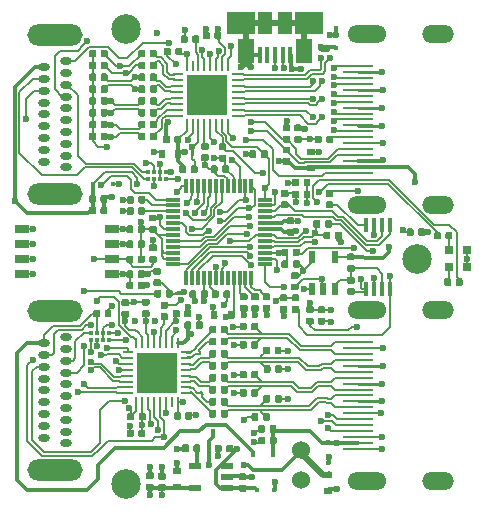
<source format=gbr>
G04 #@! TF.GenerationSoftware,KiCad,Pcbnew,5.1.5+dfsg1-2~bpo10+1*
G04 #@! TF.CreationDate,2020-01-07T23:07:11+01:00*
G04 #@! TF.ProjectId,video-booster-board,76696465-6f2d-4626-9f6f-737465722d62,rev?*
G04 #@! TF.SameCoordinates,Original*
G04 #@! TF.FileFunction,Copper,L1,Top*
G04 #@! TF.FilePolarity,Positive*
%FSLAX46Y46*%
G04 Gerber Fmt 4.6, Leading zero omitted, Abs format (unit mm)*
G04 Created by KiCad (PCBNEW 5.1.5+dfsg1-2~bpo10+1) date 2020-01-07 23:07:11*
%MOMM*%
%LPD*%
G04 APERTURE LIST*
%ADD10O,2.700000X1.500000*%
%ADD11O,3.300000X1.500000*%
%ADD12R,2.600000X0.280000*%
%ADD13C,0.100000*%
%ADD14O,1.000000X0.700000*%
%ADD15O,4.700000X1.800000*%
%ADD16R,0.400000X1.200000*%
%ADD17R,1.250000X0.350000*%
%ADD18R,0.350000X1.250000*%
%ADD19R,0.850000X0.280000*%
%ADD20R,0.280000X0.850000*%
%ADD21C,0.250000*%
%ADD22R,3.450000X3.450000*%
%ADD23R,1.270000X0.760000*%
%ADD24R,0.800000X0.600000*%
%ADD25C,1.524000*%
%ADD26R,0.400000X0.350000*%
%ADD27R,0.350000X0.400000*%
%ADD28R,0.310000X0.420000*%
%ADD29R,0.310000X0.430000*%
%ADD30R,0.550000X1.000000*%
%ADD31R,0.800000X0.800000*%
%ADD32R,0.600000X0.800000*%
%ADD33R,1.050000X0.600000*%
%ADD34R,0.450000X1.380000*%
%ADD35R,1.475000X2.100000*%
%ADD36R,1.175000X1.900000*%
%ADD37R,2.375000X1.900000*%
%ADD38C,2.500000*%
%ADD39C,0.600000*%
%ADD40C,0.300000*%
%ADD41C,0.200000*%
%ADD42C,0.250000*%
%ADD43C,0.150000*%
%ADD44C,0.500000*%
%ADD45C,0.135000*%
G04 APERTURE END LIST*
D10*
X146450000Y-83750000D03*
X146450000Y-98250000D03*
D11*
X140450000Y-98250000D03*
X140450000Y-83750000D03*
D12*
X139650000Y-95500000D03*
X139650000Y-95000000D03*
X139650000Y-94500000D03*
X139650000Y-94000000D03*
X139650000Y-93500000D03*
X139650000Y-93000000D03*
X139650000Y-92500000D03*
X139650000Y-92000000D03*
X139650000Y-91500000D03*
X139650000Y-86500000D03*
X139650000Y-87000000D03*
X139650000Y-87500000D03*
X139650000Y-88000000D03*
X139650000Y-88500000D03*
X139650000Y-89000000D03*
X139650000Y-89500000D03*
X139650000Y-90000000D03*
X139650000Y-90500000D03*
X139650000Y-91000000D03*
D10*
X146450000Y-60382000D03*
X146450000Y-74882000D03*
D11*
X140450000Y-74882000D03*
X140450000Y-60382000D03*
D12*
X139650000Y-72132000D03*
X139650000Y-71632000D03*
X139650000Y-71132000D03*
X139650000Y-70632000D03*
X139650000Y-70132000D03*
X139650000Y-69632000D03*
X139650000Y-69132000D03*
X139650000Y-68632000D03*
X139650000Y-68132000D03*
X139650000Y-63132000D03*
X139650000Y-63632000D03*
X139650000Y-64132000D03*
X139650000Y-64632000D03*
X139650000Y-65132000D03*
X139650000Y-65632000D03*
X139650000Y-66132000D03*
X139650000Y-66632000D03*
X139650000Y-67132000D03*
X139650000Y-67632000D03*
G04 #@! TA.AperFunction,SMDPad,CuDef*
D13*
G36*
X134542858Y-83412210D02*
G01*
X134557176Y-83414334D01*
X134571217Y-83417851D01*
X134584846Y-83422728D01*
X134597931Y-83428917D01*
X134610347Y-83436358D01*
X134621973Y-83444981D01*
X134632698Y-83454702D01*
X134642419Y-83465427D01*
X134651042Y-83477053D01*
X134658483Y-83489469D01*
X134664672Y-83502554D01*
X134669549Y-83516183D01*
X134673066Y-83530224D01*
X134675190Y-83544542D01*
X134675900Y-83559000D01*
X134675900Y-83854000D01*
X134675190Y-83868458D01*
X134673066Y-83882776D01*
X134669549Y-83896817D01*
X134664672Y-83910446D01*
X134658483Y-83923531D01*
X134651042Y-83935947D01*
X134642419Y-83947573D01*
X134632698Y-83958298D01*
X134621973Y-83968019D01*
X134610347Y-83976642D01*
X134597931Y-83984083D01*
X134584846Y-83990272D01*
X134571217Y-83995149D01*
X134557176Y-83998666D01*
X134542858Y-84000790D01*
X134528400Y-84001500D01*
X134183400Y-84001500D01*
X134168942Y-84000790D01*
X134154624Y-83998666D01*
X134140583Y-83995149D01*
X134126954Y-83990272D01*
X134113869Y-83984083D01*
X134101453Y-83976642D01*
X134089827Y-83968019D01*
X134079102Y-83958298D01*
X134069381Y-83947573D01*
X134060758Y-83935947D01*
X134053317Y-83923531D01*
X134047128Y-83910446D01*
X134042251Y-83896817D01*
X134038734Y-83882776D01*
X134036610Y-83868458D01*
X134035900Y-83854000D01*
X134035900Y-83559000D01*
X134036610Y-83544542D01*
X134038734Y-83530224D01*
X134042251Y-83516183D01*
X134047128Y-83502554D01*
X134053317Y-83489469D01*
X134060758Y-83477053D01*
X134069381Y-83465427D01*
X134079102Y-83454702D01*
X134089827Y-83444981D01*
X134101453Y-83436358D01*
X134113869Y-83428917D01*
X134126954Y-83422728D01*
X134140583Y-83417851D01*
X134154624Y-83414334D01*
X134168942Y-83412210D01*
X134183400Y-83411500D01*
X134528400Y-83411500D01*
X134542858Y-83412210D01*
G37*
G04 #@! TD.AperFunction*
G04 #@! TA.AperFunction,SMDPad,CuDef*
G36*
X134542858Y-82442210D02*
G01*
X134557176Y-82444334D01*
X134571217Y-82447851D01*
X134584846Y-82452728D01*
X134597931Y-82458917D01*
X134610347Y-82466358D01*
X134621973Y-82474981D01*
X134632698Y-82484702D01*
X134642419Y-82495427D01*
X134651042Y-82507053D01*
X134658483Y-82519469D01*
X134664672Y-82532554D01*
X134669549Y-82546183D01*
X134673066Y-82560224D01*
X134675190Y-82574542D01*
X134675900Y-82589000D01*
X134675900Y-82884000D01*
X134675190Y-82898458D01*
X134673066Y-82912776D01*
X134669549Y-82926817D01*
X134664672Y-82940446D01*
X134658483Y-82953531D01*
X134651042Y-82965947D01*
X134642419Y-82977573D01*
X134632698Y-82988298D01*
X134621973Y-82998019D01*
X134610347Y-83006642D01*
X134597931Y-83014083D01*
X134584846Y-83020272D01*
X134571217Y-83025149D01*
X134557176Y-83028666D01*
X134542858Y-83030790D01*
X134528400Y-83031500D01*
X134183400Y-83031500D01*
X134168942Y-83030790D01*
X134154624Y-83028666D01*
X134140583Y-83025149D01*
X134126954Y-83020272D01*
X134113869Y-83014083D01*
X134101453Y-83006642D01*
X134089827Y-82998019D01*
X134079102Y-82988298D01*
X134069381Y-82977573D01*
X134060758Y-82965947D01*
X134053317Y-82953531D01*
X134047128Y-82940446D01*
X134042251Y-82926817D01*
X134038734Y-82912776D01*
X134036610Y-82898458D01*
X134035900Y-82884000D01*
X134035900Y-82589000D01*
X134036610Y-82574542D01*
X134038734Y-82560224D01*
X134042251Y-82546183D01*
X134047128Y-82532554D01*
X134053317Y-82519469D01*
X134060758Y-82507053D01*
X134069381Y-82495427D01*
X134079102Y-82484702D01*
X134089827Y-82474981D01*
X134101453Y-82466358D01*
X134113869Y-82458917D01*
X134126954Y-82452728D01*
X134140583Y-82447851D01*
X134154624Y-82444334D01*
X134168942Y-82442210D01*
X134183400Y-82441500D01*
X134528400Y-82441500D01*
X134542858Y-82442210D01*
G37*
G04 #@! TD.AperFunction*
D14*
X114900000Y-95063700D03*
X113100000Y-94563700D03*
X114900000Y-86063700D03*
X113100000Y-86563700D03*
X114900000Y-94063700D03*
X113100000Y-93563700D03*
X114900000Y-93063700D03*
X113100000Y-92563700D03*
X114900000Y-92063700D03*
X113100000Y-91563700D03*
X114900000Y-91063700D03*
X114900000Y-87063700D03*
X113100000Y-87563700D03*
X114900000Y-88063700D03*
X113100000Y-88563700D03*
X114900000Y-89063700D03*
X113100000Y-89563700D03*
X114900000Y-90063700D03*
X113100000Y-90563700D03*
D15*
X114000000Y-83813700D03*
X114000000Y-97313700D03*
D16*
X142326900Y-81984500D03*
X141676900Y-81984500D03*
X141026900Y-81984500D03*
X140376900Y-81984500D03*
X140376900Y-76584500D03*
X141026900Y-76584500D03*
X142326900Y-76584500D03*
X141676900Y-76584500D03*
G04 #@! TA.AperFunction,SMDPad,CuDef*
D13*
G36*
X125952858Y-71528110D02*
G01*
X125967176Y-71530234D01*
X125981217Y-71533751D01*
X125994846Y-71538628D01*
X126007931Y-71544817D01*
X126020347Y-71552258D01*
X126031973Y-71560881D01*
X126042698Y-71570602D01*
X126052419Y-71581327D01*
X126061042Y-71592953D01*
X126068483Y-71605369D01*
X126074672Y-71618454D01*
X126079549Y-71632083D01*
X126083066Y-71646124D01*
X126085190Y-71660442D01*
X126085900Y-71674900D01*
X126085900Y-72019900D01*
X126085190Y-72034358D01*
X126083066Y-72048676D01*
X126079549Y-72062717D01*
X126074672Y-72076346D01*
X126068483Y-72089431D01*
X126061042Y-72101847D01*
X126052419Y-72113473D01*
X126042698Y-72124198D01*
X126031973Y-72133919D01*
X126020347Y-72142542D01*
X126007931Y-72149983D01*
X125994846Y-72156172D01*
X125981217Y-72161049D01*
X125967176Y-72164566D01*
X125952858Y-72166690D01*
X125938400Y-72167400D01*
X125643400Y-72167400D01*
X125628942Y-72166690D01*
X125614624Y-72164566D01*
X125600583Y-72161049D01*
X125586954Y-72156172D01*
X125573869Y-72149983D01*
X125561453Y-72142542D01*
X125549827Y-72133919D01*
X125539102Y-72124198D01*
X125529381Y-72113473D01*
X125520758Y-72101847D01*
X125513317Y-72089431D01*
X125507128Y-72076346D01*
X125502251Y-72062717D01*
X125498734Y-72048676D01*
X125496610Y-72034358D01*
X125495900Y-72019900D01*
X125495900Y-71674900D01*
X125496610Y-71660442D01*
X125498734Y-71646124D01*
X125502251Y-71632083D01*
X125507128Y-71618454D01*
X125513317Y-71605369D01*
X125520758Y-71592953D01*
X125529381Y-71581327D01*
X125539102Y-71570602D01*
X125549827Y-71560881D01*
X125561453Y-71552258D01*
X125573869Y-71544817D01*
X125586954Y-71538628D01*
X125600583Y-71533751D01*
X125614624Y-71530234D01*
X125628942Y-71528110D01*
X125643400Y-71527400D01*
X125938400Y-71527400D01*
X125952858Y-71528110D01*
G37*
G04 #@! TD.AperFunction*
G04 #@! TA.AperFunction,SMDPad,CuDef*
G36*
X124982858Y-71528110D02*
G01*
X124997176Y-71530234D01*
X125011217Y-71533751D01*
X125024846Y-71538628D01*
X125037931Y-71544817D01*
X125050347Y-71552258D01*
X125061973Y-71560881D01*
X125072698Y-71570602D01*
X125082419Y-71581327D01*
X125091042Y-71592953D01*
X125098483Y-71605369D01*
X125104672Y-71618454D01*
X125109549Y-71632083D01*
X125113066Y-71646124D01*
X125115190Y-71660442D01*
X125115900Y-71674900D01*
X125115900Y-72019900D01*
X125115190Y-72034358D01*
X125113066Y-72048676D01*
X125109549Y-72062717D01*
X125104672Y-72076346D01*
X125098483Y-72089431D01*
X125091042Y-72101847D01*
X125082419Y-72113473D01*
X125072698Y-72124198D01*
X125061973Y-72133919D01*
X125050347Y-72142542D01*
X125037931Y-72149983D01*
X125024846Y-72156172D01*
X125011217Y-72161049D01*
X124997176Y-72164566D01*
X124982858Y-72166690D01*
X124968400Y-72167400D01*
X124673400Y-72167400D01*
X124658942Y-72166690D01*
X124644624Y-72164566D01*
X124630583Y-72161049D01*
X124616954Y-72156172D01*
X124603869Y-72149983D01*
X124591453Y-72142542D01*
X124579827Y-72133919D01*
X124569102Y-72124198D01*
X124559381Y-72113473D01*
X124550758Y-72101847D01*
X124543317Y-72089431D01*
X124537128Y-72076346D01*
X124532251Y-72062717D01*
X124528734Y-72048676D01*
X124526610Y-72034358D01*
X124525900Y-72019900D01*
X124525900Y-71674900D01*
X124526610Y-71660442D01*
X124528734Y-71646124D01*
X124532251Y-71632083D01*
X124537128Y-71618454D01*
X124543317Y-71605369D01*
X124550758Y-71592953D01*
X124559381Y-71581327D01*
X124569102Y-71570602D01*
X124579827Y-71560881D01*
X124591453Y-71552258D01*
X124603869Y-71544817D01*
X124616954Y-71538628D01*
X124630583Y-71533751D01*
X124644624Y-71530234D01*
X124658942Y-71528110D01*
X124673400Y-71527400D01*
X124968400Y-71527400D01*
X124982858Y-71528110D01*
G37*
G04 #@! TD.AperFunction*
G04 #@! TA.AperFunction,SMDPad,CuDef*
G36*
X130072858Y-98558110D02*
G01*
X130087176Y-98560234D01*
X130101217Y-98563751D01*
X130114846Y-98568628D01*
X130127931Y-98574817D01*
X130140347Y-98582258D01*
X130151973Y-98590881D01*
X130162698Y-98600602D01*
X130172419Y-98611327D01*
X130181042Y-98622953D01*
X130188483Y-98635369D01*
X130194672Y-98648454D01*
X130199549Y-98662083D01*
X130203066Y-98676124D01*
X130205190Y-98690442D01*
X130205900Y-98704900D01*
X130205900Y-98999900D01*
X130205190Y-99014358D01*
X130203066Y-99028676D01*
X130199549Y-99042717D01*
X130194672Y-99056346D01*
X130188483Y-99069431D01*
X130181042Y-99081847D01*
X130172419Y-99093473D01*
X130162698Y-99104198D01*
X130151973Y-99113919D01*
X130140347Y-99122542D01*
X130127931Y-99129983D01*
X130114846Y-99136172D01*
X130101217Y-99141049D01*
X130087176Y-99144566D01*
X130072858Y-99146690D01*
X130058400Y-99147400D01*
X129713400Y-99147400D01*
X129698942Y-99146690D01*
X129684624Y-99144566D01*
X129670583Y-99141049D01*
X129656954Y-99136172D01*
X129643869Y-99129983D01*
X129631453Y-99122542D01*
X129619827Y-99113919D01*
X129609102Y-99104198D01*
X129599381Y-99093473D01*
X129590758Y-99081847D01*
X129583317Y-99069431D01*
X129577128Y-99056346D01*
X129572251Y-99042717D01*
X129568734Y-99028676D01*
X129566610Y-99014358D01*
X129565900Y-98999900D01*
X129565900Y-98704900D01*
X129566610Y-98690442D01*
X129568734Y-98676124D01*
X129572251Y-98662083D01*
X129577128Y-98648454D01*
X129583317Y-98635369D01*
X129590758Y-98622953D01*
X129599381Y-98611327D01*
X129609102Y-98600602D01*
X129619827Y-98590881D01*
X129631453Y-98582258D01*
X129643869Y-98574817D01*
X129656954Y-98568628D01*
X129670583Y-98563751D01*
X129684624Y-98560234D01*
X129698942Y-98558110D01*
X129713400Y-98557400D01*
X130058400Y-98557400D01*
X130072858Y-98558110D01*
G37*
G04 #@! TD.AperFunction*
G04 #@! TA.AperFunction,SMDPad,CuDef*
G36*
X130072858Y-97588110D02*
G01*
X130087176Y-97590234D01*
X130101217Y-97593751D01*
X130114846Y-97598628D01*
X130127931Y-97604817D01*
X130140347Y-97612258D01*
X130151973Y-97620881D01*
X130162698Y-97630602D01*
X130172419Y-97641327D01*
X130181042Y-97652953D01*
X130188483Y-97665369D01*
X130194672Y-97678454D01*
X130199549Y-97692083D01*
X130203066Y-97706124D01*
X130205190Y-97720442D01*
X130205900Y-97734900D01*
X130205900Y-98029900D01*
X130205190Y-98044358D01*
X130203066Y-98058676D01*
X130199549Y-98072717D01*
X130194672Y-98086346D01*
X130188483Y-98099431D01*
X130181042Y-98111847D01*
X130172419Y-98123473D01*
X130162698Y-98134198D01*
X130151973Y-98143919D01*
X130140347Y-98152542D01*
X130127931Y-98159983D01*
X130114846Y-98166172D01*
X130101217Y-98171049D01*
X130087176Y-98174566D01*
X130072858Y-98176690D01*
X130058400Y-98177400D01*
X129713400Y-98177400D01*
X129698942Y-98176690D01*
X129684624Y-98174566D01*
X129670583Y-98171049D01*
X129656954Y-98166172D01*
X129643869Y-98159983D01*
X129631453Y-98152542D01*
X129619827Y-98143919D01*
X129609102Y-98134198D01*
X129599381Y-98123473D01*
X129590758Y-98111847D01*
X129583317Y-98099431D01*
X129577128Y-98086346D01*
X129572251Y-98072717D01*
X129568734Y-98058676D01*
X129566610Y-98044358D01*
X129565900Y-98029900D01*
X129565900Y-97734900D01*
X129566610Y-97720442D01*
X129568734Y-97706124D01*
X129572251Y-97692083D01*
X129577128Y-97678454D01*
X129583317Y-97665369D01*
X129590758Y-97652953D01*
X129599381Y-97641327D01*
X129609102Y-97630602D01*
X129619827Y-97620881D01*
X129631453Y-97612258D01*
X129643869Y-97604817D01*
X129656954Y-97598628D01*
X129670583Y-97593751D01*
X129684624Y-97590234D01*
X129698942Y-97588110D01*
X129713400Y-97587400D01*
X130058400Y-97587400D01*
X130072858Y-97588110D01*
G37*
G04 #@! TD.AperFunction*
D17*
X131755000Y-74410000D03*
X131755000Y-74910000D03*
X131755000Y-75410000D03*
X131755000Y-75910000D03*
X131755000Y-76410000D03*
X131755000Y-76910000D03*
X131755000Y-77410000D03*
X131755000Y-77910000D03*
X131755000Y-78410000D03*
X131755000Y-78910000D03*
X131755000Y-79410000D03*
X131755000Y-79910000D03*
D18*
X130630000Y-81035000D03*
X130130000Y-81035000D03*
X129630000Y-81035000D03*
X129130000Y-81035000D03*
X128630000Y-81035000D03*
X128130000Y-81035000D03*
X127630000Y-81035000D03*
X127130000Y-81035000D03*
X126630000Y-81035000D03*
X126130000Y-81035000D03*
X125630000Y-81035000D03*
X125130000Y-81035000D03*
D17*
X124005000Y-79910000D03*
X124005000Y-79410000D03*
X124005000Y-78910000D03*
X124005000Y-78410000D03*
X124005000Y-77910000D03*
X124005000Y-77410000D03*
X124005000Y-74410000D03*
X124005000Y-74910000D03*
X124005000Y-75410000D03*
X124005000Y-75910000D03*
X124005000Y-76410000D03*
X124005000Y-76910000D03*
D18*
X125130000Y-73285000D03*
X125630000Y-73285000D03*
X126130000Y-73285000D03*
X126630000Y-73285000D03*
X127130000Y-73285000D03*
X127630000Y-73285000D03*
X130630000Y-73285000D03*
X130130000Y-73285000D03*
X129630000Y-73285000D03*
X129130000Y-73285000D03*
X128630000Y-73285000D03*
X128130000Y-73285000D03*
G04 #@! TA.AperFunction,SMDPad,CuDef*
D13*
G36*
X125839658Y-82102110D02*
G01*
X125853976Y-82104234D01*
X125868017Y-82107751D01*
X125881646Y-82112628D01*
X125894731Y-82118817D01*
X125907147Y-82126258D01*
X125918773Y-82134881D01*
X125929498Y-82144602D01*
X125939219Y-82155327D01*
X125947842Y-82166953D01*
X125955283Y-82179369D01*
X125961472Y-82192454D01*
X125966349Y-82206083D01*
X125969866Y-82220124D01*
X125971990Y-82234442D01*
X125972700Y-82248900D01*
X125972700Y-82593900D01*
X125971990Y-82608358D01*
X125969866Y-82622676D01*
X125966349Y-82636717D01*
X125961472Y-82650346D01*
X125955283Y-82663431D01*
X125947842Y-82675847D01*
X125939219Y-82687473D01*
X125929498Y-82698198D01*
X125918773Y-82707919D01*
X125907147Y-82716542D01*
X125894731Y-82723983D01*
X125881646Y-82730172D01*
X125868017Y-82735049D01*
X125853976Y-82738566D01*
X125839658Y-82740690D01*
X125825200Y-82741400D01*
X125530200Y-82741400D01*
X125515742Y-82740690D01*
X125501424Y-82738566D01*
X125487383Y-82735049D01*
X125473754Y-82730172D01*
X125460669Y-82723983D01*
X125448253Y-82716542D01*
X125436627Y-82707919D01*
X125425902Y-82698198D01*
X125416181Y-82687473D01*
X125407558Y-82675847D01*
X125400117Y-82663431D01*
X125393928Y-82650346D01*
X125389051Y-82636717D01*
X125385534Y-82622676D01*
X125383410Y-82608358D01*
X125382700Y-82593900D01*
X125382700Y-82248900D01*
X125383410Y-82234442D01*
X125385534Y-82220124D01*
X125389051Y-82206083D01*
X125393928Y-82192454D01*
X125400117Y-82179369D01*
X125407558Y-82166953D01*
X125416181Y-82155327D01*
X125425902Y-82144602D01*
X125436627Y-82134881D01*
X125448253Y-82126258D01*
X125460669Y-82118817D01*
X125473754Y-82112628D01*
X125487383Y-82107751D01*
X125501424Y-82104234D01*
X125515742Y-82102110D01*
X125530200Y-82101400D01*
X125825200Y-82101400D01*
X125839658Y-82102110D01*
G37*
G04 #@! TD.AperFunction*
G04 #@! TA.AperFunction,SMDPad,CuDef*
G36*
X126809658Y-82102110D02*
G01*
X126823976Y-82104234D01*
X126838017Y-82107751D01*
X126851646Y-82112628D01*
X126864731Y-82118817D01*
X126877147Y-82126258D01*
X126888773Y-82134881D01*
X126899498Y-82144602D01*
X126909219Y-82155327D01*
X126917842Y-82166953D01*
X126925283Y-82179369D01*
X126931472Y-82192454D01*
X126936349Y-82206083D01*
X126939866Y-82220124D01*
X126941990Y-82234442D01*
X126942700Y-82248900D01*
X126942700Y-82593900D01*
X126941990Y-82608358D01*
X126939866Y-82622676D01*
X126936349Y-82636717D01*
X126931472Y-82650346D01*
X126925283Y-82663431D01*
X126917842Y-82675847D01*
X126909219Y-82687473D01*
X126899498Y-82698198D01*
X126888773Y-82707919D01*
X126877147Y-82716542D01*
X126864731Y-82723983D01*
X126851646Y-82730172D01*
X126838017Y-82735049D01*
X126823976Y-82738566D01*
X126809658Y-82740690D01*
X126795200Y-82741400D01*
X126500200Y-82741400D01*
X126485742Y-82740690D01*
X126471424Y-82738566D01*
X126457383Y-82735049D01*
X126443754Y-82730172D01*
X126430669Y-82723983D01*
X126418253Y-82716542D01*
X126406627Y-82707919D01*
X126395902Y-82698198D01*
X126386181Y-82687473D01*
X126377558Y-82675847D01*
X126370117Y-82663431D01*
X126363928Y-82650346D01*
X126359051Y-82636717D01*
X126355534Y-82622676D01*
X126353410Y-82608358D01*
X126352700Y-82593900D01*
X126352700Y-82248900D01*
X126353410Y-82234442D01*
X126355534Y-82220124D01*
X126359051Y-82206083D01*
X126363928Y-82192454D01*
X126370117Y-82179369D01*
X126377558Y-82166953D01*
X126386181Y-82155327D01*
X126395902Y-82144602D01*
X126406627Y-82134881D01*
X126418253Y-82126258D01*
X126430669Y-82118817D01*
X126443754Y-82112628D01*
X126457383Y-82107751D01*
X126471424Y-82104234D01*
X126485742Y-82102110D01*
X126500200Y-82101400D01*
X126795200Y-82101400D01*
X126809658Y-82102110D01*
G37*
G04 #@! TD.AperFunction*
D19*
X124425000Y-67312000D03*
X124425000Y-66812000D03*
X124425000Y-66312000D03*
X124425000Y-65812000D03*
X124425000Y-65312000D03*
X124425000Y-64812000D03*
X124425000Y-64312000D03*
D20*
X125150000Y-63087000D03*
X125650000Y-63087000D03*
X126150000Y-63087000D03*
X126650000Y-63087000D03*
X127150000Y-63087000D03*
X127650000Y-63087000D03*
X128150000Y-63087000D03*
D19*
X129375000Y-63812000D03*
X129375000Y-64312000D03*
X129375000Y-64812000D03*
X129375000Y-65312000D03*
X129375000Y-65812000D03*
X129375000Y-66312000D03*
X129375000Y-66812000D03*
D20*
X128650000Y-68037000D03*
X128150000Y-68037000D03*
X127650000Y-68037000D03*
X127150000Y-68037000D03*
X126650000Y-68037000D03*
X126150000Y-68037000D03*
X125650000Y-68037000D03*
X125150000Y-68037000D03*
D21*
X127900000Y-66562000D03*
X126900000Y-66562000D03*
X125900000Y-66562000D03*
X127900000Y-65562000D03*
X126900000Y-65562000D03*
X125900000Y-65562000D03*
X127900000Y-64562000D03*
X126900000Y-64562000D03*
X125900000Y-64562000D03*
D22*
X126900000Y-65562000D03*
D19*
X129375000Y-67312000D03*
D20*
X128650000Y-63087000D03*
D19*
X124425000Y-63812000D03*
D23*
X111203500Y-76923900D03*
X111203500Y-78193900D03*
X118793500Y-76923900D03*
X118793500Y-78193900D03*
X111203500Y-79463900D03*
X118793500Y-79463900D03*
X111203500Y-80733900D03*
X118793500Y-80733900D03*
D14*
X114900000Y-71695700D03*
X113100000Y-71195700D03*
X114900000Y-62695700D03*
X113100000Y-63195700D03*
X114900000Y-70695700D03*
X113100000Y-70195700D03*
X114900000Y-69695700D03*
X113100000Y-69195700D03*
X114900000Y-68695700D03*
X113100000Y-68195700D03*
X114900000Y-67695700D03*
X114900000Y-63695700D03*
X113100000Y-64195700D03*
X114900000Y-64695700D03*
X113100000Y-65195700D03*
X114900000Y-65695700D03*
X113100000Y-66195700D03*
X114900000Y-66695700D03*
X113100000Y-67195700D03*
D15*
X114000000Y-60445700D03*
X114000000Y-73945700D03*
G04 #@! TA.AperFunction,SMDPad,CuDef*
D13*
G36*
X122842858Y-80198110D02*
G01*
X122857176Y-80200234D01*
X122871217Y-80203751D01*
X122884846Y-80208628D01*
X122897931Y-80214817D01*
X122910347Y-80222258D01*
X122921973Y-80230881D01*
X122932698Y-80240602D01*
X122942419Y-80251327D01*
X122951042Y-80262953D01*
X122958483Y-80275369D01*
X122964672Y-80288454D01*
X122969549Y-80302083D01*
X122973066Y-80316124D01*
X122975190Y-80330442D01*
X122975900Y-80344900D01*
X122975900Y-80639900D01*
X122975190Y-80654358D01*
X122973066Y-80668676D01*
X122969549Y-80682717D01*
X122964672Y-80696346D01*
X122958483Y-80709431D01*
X122951042Y-80721847D01*
X122942419Y-80733473D01*
X122932698Y-80744198D01*
X122921973Y-80753919D01*
X122910347Y-80762542D01*
X122897931Y-80769983D01*
X122884846Y-80776172D01*
X122871217Y-80781049D01*
X122857176Y-80784566D01*
X122842858Y-80786690D01*
X122828400Y-80787400D01*
X122483400Y-80787400D01*
X122468942Y-80786690D01*
X122454624Y-80784566D01*
X122440583Y-80781049D01*
X122426954Y-80776172D01*
X122413869Y-80769983D01*
X122401453Y-80762542D01*
X122389827Y-80753919D01*
X122379102Y-80744198D01*
X122369381Y-80733473D01*
X122360758Y-80721847D01*
X122353317Y-80709431D01*
X122347128Y-80696346D01*
X122342251Y-80682717D01*
X122338734Y-80668676D01*
X122336610Y-80654358D01*
X122335900Y-80639900D01*
X122335900Y-80344900D01*
X122336610Y-80330442D01*
X122338734Y-80316124D01*
X122342251Y-80302083D01*
X122347128Y-80288454D01*
X122353317Y-80275369D01*
X122360758Y-80262953D01*
X122369381Y-80251327D01*
X122379102Y-80240602D01*
X122389827Y-80230881D01*
X122401453Y-80222258D01*
X122413869Y-80214817D01*
X122426954Y-80208628D01*
X122440583Y-80203751D01*
X122454624Y-80200234D01*
X122468942Y-80198110D01*
X122483400Y-80197400D01*
X122828400Y-80197400D01*
X122842858Y-80198110D01*
G37*
G04 #@! TD.AperFunction*
G04 #@! TA.AperFunction,SMDPad,CuDef*
G36*
X122842858Y-81168110D02*
G01*
X122857176Y-81170234D01*
X122871217Y-81173751D01*
X122884846Y-81178628D01*
X122897931Y-81184817D01*
X122910347Y-81192258D01*
X122921973Y-81200881D01*
X122932698Y-81210602D01*
X122942419Y-81221327D01*
X122951042Y-81232953D01*
X122958483Y-81245369D01*
X122964672Y-81258454D01*
X122969549Y-81272083D01*
X122973066Y-81286124D01*
X122975190Y-81300442D01*
X122975900Y-81314900D01*
X122975900Y-81609900D01*
X122975190Y-81624358D01*
X122973066Y-81638676D01*
X122969549Y-81652717D01*
X122964672Y-81666346D01*
X122958483Y-81679431D01*
X122951042Y-81691847D01*
X122942419Y-81703473D01*
X122932698Y-81714198D01*
X122921973Y-81723919D01*
X122910347Y-81732542D01*
X122897931Y-81739983D01*
X122884846Y-81746172D01*
X122871217Y-81751049D01*
X122857176Y-81754566D01*
X122842858Y-81756690D01*
X122828400Y-81757400D01*
X122483400Y-81757400D01*
X122468942Y-81756690D01*
X122454624Y-81754566D01*
X122440583Y-81751049D01*
X122426954Y-81746172D01*
X122413869Y-81739983D01*
X122401453Y-81732542D01*
X122389827Y-81723919D01*
X122379102Y-81714198D01*
X122369381Y-81703473D01*
X122360758Y-81691847D01*
X122353317Y-81679431D01*
X122347128Y-81666346D01*
X122342251Y-81652717D01*
X122338734Y-81638676D01*
X122336610Y-81624358D01*
X122335900Y-81609900D01*
X122335900Y-81314900D01*
X122336610Y-81300442D01*
X122338734Y-81286124D01*
X122342251Y-81272083D01*
X122347128Y-81258454D01*
X122353317Y-81245369D01*
X122360758Y-81232953D01*
X122369381Y-81221327D01*
X122379102Y-81210602D01*
X122389827Y-81200881D01*
X122401453Y-81192258D01*
X122413869Y-81184817D01*
X122426954Y-81178628D01*
X122440583Y-81173751D01*
X122454624Y-81170234D01*
X122468942Y-81168110D01*
X122483400Y-81167400D01*
X122828400Y-81167400D01*
X122842858Y-81168110D01*
G37*
G04 #@! TD.AperFunction*
G04 #@! TA.AperFunction,SMDPad,CuDef*
G36*
X134134758Y-75914410D02*
G01*
X134149076Y-75916534D01*
X134163117Y-75920051D01*
X134176746Y-75924928D01*
X134189831Y-75931117D01*
X134202247Y-75938558D01*
X134213873Y-75947181D01*
X134224598Y-75956902D01*
X134234319Y-75967627D01*
X134242942Y-75979253D01*
X134250383Y-75991669D01*
X134256572Y-76004754D01*
X134261449Y-76018383D01*
X134264966Y-76032424D01*
X134267090Y-76046742D01*
X134267800Y-76061200D01*
X134267800Y-76356200D01*
X134267090Y-76370658D01*
X134264966Y-76384976D01*
X134261449Y-76399017D01*
X134256572Y-76412646D01*
X134250383Y-76425731D01*
X134242942Y-76438147D01*
X134234319Y-76449773D01*
X134224598Y-76460498D01*
X134213873Y-76470219D01*
X134202247Y-76478842D01*
X134189831Y-76486283D01*
X134176746Y-76492472D01*
X134163117Y-76497349D01*
X134149076Y-76500866D01*
X134134758Y-76502990D01*
X134120300Y-76503700D01*
X133775300Y-76503700D01*
X133760842Y-76502990D01*
X133746524Y-76500866D01*
X133732483Y-76497349D01*
X133718854Y-76492472D01*
X133705769Y-76486283D01*
X133693353Y-76478842D01*
X133681727Y-76470219D01*
X133671002Y-76460498D01*
X133661281Y-76449773D01*
X133652658Y-76438147D01*
X133645217Y-76425731D01*
X133639028Y-76412646D01*
X133634151Y-76399017D01*
X133630634Y-76384976D01*
X133628510Y-76370658D01*
X133627800Y-76356200D01*
X133627800Y-76061200D01*
X133628510Y-76046742D01*
X133630634Y-76032424D01*
X133634151Y-76018383D01*
X133639028Y-76004754D01*
X133645217Y-75991669D01*
X133652658Y-75979253D01*
X133661281Y-75967627D01*
X133671002Y-75956902D01*
X133681727Y-75947181D01*
X133693353Y-75938558D01*
X133705769Y-75931117D01*
X133718854Y-75924928D01*
X133732483Y-75920051D01*
X133746524Y-75916534D01*
X133760842Y-75914410D01*
X133775300Y-75913700D01*
X134120300Y-75913700D01*
X134134758Y-75914410D01*
G37*
G04 #@! TD.AperFunction*
G04 #@! TA.AperFunction,SMDPad,CuDef*
G36*
X134134758Y-76884410D02*
G01*
X134149076Y-76886534D01*
X134163117Y-76890051D01*
X134176746Y-76894928D01*
X134189831Y-76901117D01*
X134202247Y-76908558D01*
X134213873Y-76917181D01*
X134224598Y-76926902D01*
X134234319Y-76937627D01*
X134242942Y-76949253D01*
X134250383Y-76961669D01*
X134256572Y-76974754D01*
X134261449Y-76988383D01*
X134264966Y-77002424D01*
X134267090Y-77016742D01*
X134267800Y-77031200D01*
X134267800Y-77326200D01*
X134267090Y-77340658D01*
X134264966Y-77354976D01*
X134261449Y-77369017D01*
X134256572Y-77382646D01*
X134250383Y-77395731D01*
X134242942Y-77408147D01*
X134234319Y-77419773D01*
X134224598Y-77430498D01*
X134213873Y-77440219D01*
X134202247Y-77448842D01*
X134189831Y-77456283D01*
X134176746Y-77462472D01*
X134163117Y-77467349D01*
X134149076Y-77470866D01*
X134134758Y-77472990D01*
X134120300Y-77473700D01*
X133775300Y-77473700D01*
X133760842Y-77472990D01*
X133746524Y-77470866D01*
X133732483Y-77467349D01*
X133718854Y-77462472D01*
X133705769Y-77456283D01*
X133693353Y-77448842D01*
X133681727Y-77440219D01*
X133671002Y-77430498D01*
X133661281Y-77419773D01*
X133652658Y-77408147D01*
X133645217Y-77395731D01*
X133639028Y-77382646D01*
X133634151Y-77369017D01*
X133630634Y-77354976D01*
X133628510Y-77340658D01*
X133627800Y-77326200D01*
X133627800Y-77031200D01*
X133628510Y-77016742D01*
X133630634Y-77002424D01*
X133634151Y-76988383D01*
X133639028Y-76974754D01*
X133645217Y-76961669D01*
X133652658Y-76949253D01*
X133661281Y-76937627D01*
X133671002Y-76926902D01*
X133681727Y-76917181D01*
X133693353Y-76908558D01*
X133705769Y-76901117D01*
X133718854Y-76894928D01*
X133732483Y-76890051D01*
X133746524Y-76886534D01*
X133760842Y-76884410D01*
X133775300Y-76883700D01*
X134120300Y-76883700D01*
X134134758Y-76884410D01*
G37*
G04 #@! TD.AperFunction*
D24*
X135655900Y-71777400D03*
X135655900Y-70377400D03*
D19*
X125105000Y-87318000D03*
X125105000Y-87818000D03*
X125105000Y-88318000D03*
X125105000Y-88818000D03*
X125105000Y-89318000D03*
X125105000Y-89818000D03*
X125105000Y-90318000D03*
D20*
X124380000Y-91543000D03*
X123880000Y-91543000D03*
X123380000Y-91543000D03*
X122880000Y-91543000D03*
X122380000Y-91543000D03*
X121880000Y-91543000D03*
X121380000Y-91543000D03*
D19*
X120155000Y-90818000D03*
X120155000Y-90318000D03*
X120155000Y-89818000D03*
X120155000Y-89318000D03*
X120155000Y-88818000D03*
X120155000Y-88318000D03*
X120155000Y-87818000D03*
D20*
X120880000Y-86593000D03*
X121380000Y-86593000D03*
X121880000Y-86593000D03*
X122380000Y-86593000D03*
X122880000Y-86593000D03*
X123380000Y-86593000D03*
X123880000Y-86593000D03*
X124380000Y-86593000D03*
D21*
X121630000Y-88068000D03*
X122630000Y-88068000D03*
X123630000Y-88068000D03*
X121630000Y-89068000D03*
X122630000Y-89068000D03*
X123630000Y-89068000D03*
X121630000Y-90068000D03*
X122630000Y-90068000D03*
X123630000Y-90068000D03*
D22*
X122630000Y-89068000D03*
D19*
X120155000Y-87318000D03*
D20*
X120880000Y-91543000D03*
D19*
X125105000Y-90818000D03*
G04 #@! TA.AperFunction,SMDPad,CuDef*
D13*
G36*
X122222858Y-97508110D02*
G01*
X122237176Y-97510234D01*
X122251217Y-97513751D01*
X122264846Y-97518628D01*
X122277931Y-97524817D01*
X122290347Y-97532258D01*
X122301973Y-97540881D01*
X122312698Y-97550602D01*
X122322419Y-97561327D01*
X122331042Y-97572953D01*
X122338483Y-97585369D01*
X122344672Y-97598454D01*
X122349549Y-97612083D01*
X122353066Y-97626124D01*
X122355190Y-97640442D01*
X122355900Y-97654900D01*
X122355900Y-97949900D01*
X122355190Y-97964358D01*
X122353066Y-97978676D01*
X122349549Y-97992717D01*
X122344672Y-98006346D01*
X122338483Y-98019431D01*
X122331042Y-98031847D01*
X122322419Y-98043473D01*
X122312698Y-98054198D01*
X122301973Y-98063919D01*
X122290347Y-98072542D01*
X122277931Y-98079983D01*
X122264846Y-98086172D01*
X122251217Y-98091049D01*
X122237176Y-98094566D01*
X122222858Y-98096690D01*
X122208400Y-98097400D01*
X121863400Y-98097400D01*
X121848942Y-98096690D01*
X121834624Y-98094566D01*
X121820583Y-98091049D01*
X121806954Y-98086172D01*
X121793869Y-98079983D01*
X121781453Y-98072542D01*
X121769827Y-98063919D01*
X121759102Y-98054198D01*
X121749381Y-98043473D01*
X121740758Y-98031847D01*
X121733317Y-98019431D01*
X121727128Y-98006346D01*
X121722251Y-97992717D01*
X121718734Y-97978676D01*
X121716610Y-97964358D01*
X121715900Y-97949900D01*
X121715900Y-97654900D01*
X121716610Y-97640442D01*
X121718734Y-97626124D01*
X121722251Y-97612083D01*
X121727128Y-97598454D01*
X121733317Y-97585369D01*
X121740758Y-97572953D01*
X121749381Y-97561327D01*
X121759102Y-97550602D01*
X121769827Y-97540881D01*
X121781453Y-97532258D01*
X121793869Y-97524817D01*
X121806954Y-97518628D01*
X121820583Y-97513751D01*
X121834624Y-97510234D01*
X121848942Y-97508110D01*
X121863400Y-97507400D01*
X122208400Y-97507400D01*
X122222858Y-97508110D01*
G37*
G04 #@! TD.AperFunction*
G04 #@! TA.AperFunction,SMDPad,CuDef*
G36*
X122222858Y-98478110D02*
G01*
X122237176Y-98480234D01*
X122251217Y-98483751D01*
X122264846Y-98488628D01*
X122277931Y-98494817D01*
X122290347Y-98502258D01*
X122301973Y-98510881D01*
X122312698Y-98520602D01*
X122322419Y-98531327D01*
X122331042Y-98542953D01*
X122338483Y-98555369D01*
X122344672Y-98568454D01*
X122349549Y-98582083D01*
X122353066Y-98596124D01*
X122355190Y-98610442D01*
X122355900Y-98624900D01*
X122355900Y-98919900D01*
X122355190Y-98934358D01*
X122353066Y-98948676D01*
X122349549Y-98962717D01*
X122344672Y-98976346D01*
X122338483Y-98989431D01*
X122331042Y-99001847D01*
X122322419Y-99013473D01*
X122312698Y-99024198D01*
X122301973Y-99033919D01*
X122290347Y-99042542D01*
X122277931Y-99049983D01*
X122264846Y-99056172D01*
X122251217Y-99061049D01*
X122237176Y-99064566D01*
X122222858Y-99066690D01*
X122208400Y-99067400D01*
X121863400Y-99067400D01*
X121848942Y-99066690D01*
X121834624Y-99064566D01*
X121820583Y-99061049D01*
X121806954Y-99056172D01*
X121793869Y-99049983D01*
X121781453Y-99042542D01*
X121769827Y-99033919D01*
X121759102Y-99024198D01*
X121749381Y-99013473D01*
X121740758Y-99001847D01*
X121733317Y-98989431D01*
X121727128Y-98976346D01*
X121722251Y-98962717D01*
X121718734Y-98948676D01*
X121716610Y-98934358D01*
X121715900Y-98919900D01*
X121715900Y-98624900D01*
X121716610Y-98610442D01*
X121718734Y-98596124D01*
X121722251Y-98582083D01*
X121727128Y-98568454D01*
X121733317Y-98555369D01*
X121740758Y-98542953D01*
X121749381Y-98531327D01*
X121759102Y-98520602D01*
X121769827Y-98510881D01*
X121781453Y-98502258D01*
X121793869Y-98494817D01*
X121806954Y-98488628D01*
X121820583Y-98483751D01*
X121834624Y-98480234D01*
X121848942Y-98478110D01*
X121863400Y-98477400D01*
X122208400Y-98477400D01*
X122222858Y-98478110D01*
G37*
G04 #@! TD.AperFunction*
G04 #@! TA.AperFunction,SMDPad,CuDef*
G36*
X135502858Y-73658110D02*
G01*
X135517176Y-73660234D01*
X135531217Y-73663751D01*
X135544846Y-73668628D01*
X135557931Y-73674817D01*
X135570347Y-73682258D01*
X135581973Y-73690881D01*
X135592698Y-73700602D01*
X135602419Y-73711327D01*
X135611042Y-73722953D01*
X135618483Y-73735369D01*
X135624672Y-73748454D01*
X135629549Y-73762083D01*
X135633066Y-73776124D01*
X135635190Y-73790442D01*
X135635900Y-73804900D01*
X135635900Y-74149900D01*
X135635190Y-74164358D01*
X135633066Y-74178676D01*
X135629549Y-74192717D01*
X135624672Y-74206346D01*
X135618483Y-74219431D01*
X135611042Y-74231847D01*
X135602419Y-74243473D01*
X135592698Y-74254198D01*
X135581973Y-74263919D01*
X135570347Y-74272542D01*
X135557931Y-74279983D01*
X135544846Y-74286172D01*
X135531217Y-74291049D01*
X135517176Y-74294566D01*
X135502858Y-74296690D01*
X135488400Y-74297400D01*
X135193400Y-74297400D01*
X135178942Y-74296690D01*
X135164624Y-74294566D01*
X135150583Y-74291049D01*
X135136954Y-74286172D01*
X135123869Y-74279983D01*
X135111453Y-74272542D01*
X135099827Y-74263919D01*
X135089102Y-74254198D01*
X135079381Y-74243473D01*
X135070758Y-74231847D01*
X135063317Y-74219431D01*
X135057128Y-74206346D01*
X135052251Y-74192717D01*
X135048734Y-74178676D01*
X135046610Y-74164358D01*
X135045900Y-74149900D01*
X135045900Y-73804900D01*
X135046610Y-73790442D01*
X135048734Y-73776124D01*
X135052251Y-73762083D01*
X135057128Y-73748454D01*
X135063317Y-73735369D01*
X135070758Y-73722953D01*
X135079381Y-73711327D01*
X135089102Y-73700602D01*
X135099827Y-73690881D01*
X135111453Y-73682258D01*
X135123869Y-73674817D01*
X135136954Y-73668628D01*
X135150583Y-73663751D01*
X135164624Y-73660234D01*
X135178942Y-73658110D01*
X135193400Y-73657400D01*
X135488400Y-73657400D01*
X135502858Y-73658110D01*
G37*
G04 #@! TD.AperFunction*
G04 #@! TA.AperFunction,SMDPad,CuDef*
G36*
X134532858Y-73658110D02*
G01*
X134547176Y-73660234D01*
X134561217Y-73663751D01*
X134574846Y-73668628D01*
X134587931Y-73674817D01*
X134600347Y-73682258D01*
X134611973Y-73690881D01*
X134622698Y-73700602D01*
X134632419Y-73711327D01*
X134641042Y-73722953D01*
X134648483Y-73735369D01*
X134654672Y-73748454D01*
X134659549Y-73762083D01*
X134663066Y-73776124D01*
X134665190Y-73790442D01*
X134665900Y-73804900D01*
X134665900Y-74149900D01*
X134665190Y-74164358D01*
X134663066Y-74178676D01*
X134659549Y-74192717D01*
X134654672Y-74206346D01*
X134648483Y-74219431D01*
X134641042Y-74231847D01*
X134632419Y-74243473D01*
X134622698Y-74254198D01*
X134611973Y-74263919D01*
X134600347Y-74272542D01*
X134587931Y-74279983D01*
X134574846Y-74286172D01*
X134561217Y-74291049D01*
X134547176Y-74294566D01*
X134532858Y-74296690D01*
X134518400Y-74297400D01*
X134223400Y-74297400D01*
X134208942Y-74296690D01*
X134194624Y-74294566D01*
X134180583Y-74291049D01*
X134166954Y-74286172D01*
X134153869Y-74279983D01*
X134141453Y-74272542D01*
X134129827Y-74263919D01*
X134119102Y-74254198D01*
X134109381Y-74243473D01*
X134100758Y-74231847D01*
X134093317Y-74219431D01*
X134087128Y-74206346D01*
X134082251Y-74192717D01*
X134078734Y-74178676D01*
X134076610Y-74164358D01*
X134075900Y-74149900D01*
X134075900Y-73804900D01*
X134076610Y-73790442D01*
X134078734Y-73776124D01*
X134082251Y-73762083D01*
X134087128Y-73748454D01*
X134093317Y-73735369D01*
X134100758Y-73722953D01*
X134109381Y-73711327D01*
X134119102Y-73700602D01*
X134129827Y-73690881D01*
X134141453Y-73682258D01*
X134153869Y-73674817D01*
X134166954Y-73668628D01*
X134180583Y-73663751D01*
X134194624Y-73660234D01*
X134208942Y-73658110D01*
X134223400Y-73657400D01*
X134518400Y-73657400D01*
X134532858Y-73658110D01*
G37*
G04 #@! TD.AperFunction*
G04 #@! TA.AperFunction,SMDPad,CuDef*
G36*
X131652858Y-93518110D02*
G01*
X131667176Y-93520234D01*
X131681217Y-93523751D01*
X131694846Y-93528628D01*
X131707931Y-93534817D01*
X131720347Y-93542258D01*
X131731973Y-93550881D01*
X131742698Y-93560602D01*
X131752419Y-93571327D01*
X131761042Y-93582953D01*
X131768483Y-93595369D01*
X131774672Y-93608454D01*
X131779549Y-93622083D01*
X131783066Y-93636124D01*
X131785190Y-93650442D01*
X131785900Y-93664900D01*
X131785900Y-94009900D01*
X131785190Y-94024358D01*
X131783066Y-94038676D01*
X131779549Y-94052717D01*
X131774672Y-94066346D01*
X131768483Y-94079431D01*
X131761042Y-94091847D01*
X131752419Y-94103473D01*
X131742698Y-94114198D01*
X131731973Y-94123919D01*
X131720347Y-94132542D01*
X131707931Y-94139983D01*
X131694846Y-94146172D01*
X131681217Y-94151049D01*
X131667176Y-94154566D01*
X131652858Y-94156690D01*
X131638400Y-94157400D01*
X131343400Y-94157400D01*
X131328942Y-94156690D01*
X131314624Y-94154566D01*
X131300583Y-94151049D01*
X131286954Y-94146172D01*
X131273869Y-94139983D01*
X131261453Y-94132542D01*
X131249827Y-94123919D01*
X131239102Y-94114198D01*
X131229381Y-94103473D01*
X131220758Y-94091847D01*
X131213317Y-94079431D01*
X131207128Y-94066346D01*
X131202251Y-94052717D01*
X131198734Y-94038676D01*
X131196610Y-94024358D01*
X131195900Y-94009900D01*
X131195900Y-93664900D01*
X131196610Y-93650442D01*
X131198734Y-93636124D01*
X131202251Y-93622083D01*
X131207128Y-93608454D01*
X131213317Y-93595369D01*
X131220758Y-93582953D01*
X131229381Y-93571327D01*
X131239102Y-93560602D01*
X131249827Y-93550881D01*
X131261453Y-93542258D01*
X131273869Y-93534817D01*
X131286954Y-93528628D01*
X131300583Y-93523751D01*
X131314624Y-93520234D01*
X131328942Y-93518110D01*
X131343400Y-93517400D01*
X131638400Y-93517400D01*
X131652858Y-93518110D01*
G37*
G04 #@! TD.AperFunction*
G04 #@! TA.AperFunction,SMDPad,CuDef*
G36*
X132622858Y-93518110D02*
G01*
X132637176Y-93520234D01*
X132651217Y-93523751D01*
X132664846Y-93528628D01*
X132677931Y-93534817D01*
X132690347Y-93542258D01*
X132701973Y-93550881D01*
X132712698Y-93560602D01*
X132722419Y-93571327D01*
X132731042Y-93582953D01*
X132738483Y-93595369D01*
X132744672Y-93608454D01*
X132749549Y-93622083D01*
X132753066Y-93636124D01*
X132755190Y-93650442D01*
X132755900Y-93664900D01*
X132755900Y-94009900D01*
X132755190Y-94024358D01*
X132753066Y-94038676D01*
X132749549Y-94052717D01*
X132744672Y-94066346D01*
X132738483Y-94079431D01*
X132731042Y-94091847D01*
X132722419Y-94103473D01*
X132712698Y-94114198D01*
X132701973Y-94123919D01*
X132690347Y-94132542D01*
X132677931Y-94139983D01*
X132664846Y-94146172D01*
X132651217Y-94151049D01*
X132637176Y-94154566D01*
X132622858Y-94156690D01*
X132608400Y-94157400D01*
X132313400Y-94157400D01*
X132298942Y-94156690D01*
X132284624Y-94154566D01*
X132270583Y-94151049D01*
X132256954Y-94146172D01*
X132243869Y-94139983D01*
X132231453Y-94132542D01*
X132219827Y-94123919D01*
X132209102Y-94114198D01*
X132199381Y-94103473D01*
X132190758Y-94091847D01*
X132183317Y-94079431D01*
X132177128Y-94066346D01*
X132172251Y-94052717D01*
X132168734Y-94038676D01*
X132166610Y-94024358D01*
X132165900Y-94009900D01*
X132165900Y-93664900D01*
X132166610Y-93650442D01*
X132168734Y-93636124D01*
X132172251Y-93622083D01*
X132177128Y-93608454D01*
X132183317Y-93595369D01*
X132190758Y-93582953D01*
X132199381Y-93571327D01*
X132209102Y-93560602D01*
X132219827Y-93550881D01*
X132231453Y-93542258D01*
X132243869Y-93534817D01*
X132256954Y-93528628D01*
X132270583Y-93523751D01*
X132284624Y-93520234D01*
X132298942Y-93518110D01*
X132313400Y-93517400D01*
X132608400Y-93517400D01*
X132622858Y-93518110D01*
G37*
G04 #@! TD.AperFunction*
G04 #@! TA.AperFunction,SMDPad,CuDef*
G36*
X127629458Y-71524610D02*
G01*
X127643776Y-71526734D01*
X127657817Y-71530251D01*
X127671446Y-71535128D01*
X127684531Y-71541317D01*
X127696947Y-71548758D01*
X127708573Y-71557381D01*
X127719298Y-71567102D01*
X127729019Y-71577827D01*
X127737642Y-71589453D01*
X127745083Y-71601869D01*
X127751272Y-71614954D01*
X127756149Y-71628583D01*
X127759666Y-71642624D01*
X127761790Y-71656942D01*
X127762500Y-71671400D01*
X127762500Y-72016400D01*
X127761790Y-72030858D01*
X127759666Y-72045176D01*
X127756149Y-72059217D01*
X127751272Y-72072846D01*
X127745083Y-72085931D01*
X127737642Y-72098347D01*
X127729019Y-72109973D01*
X127719298Y-72120698D01*
X127708573Y-72130419D01*
X127696947Y-72139042D01*
X127684531Y-72146483D01*
X127671446Y-72152672D01*
X127657817Y-72157549D01*
X127643776Y-72161066D01*
X127629458Y-72163190D01*
X127615000Y-72163900D01*
X127320000Y-72163900D01*
X127305542Y-72163190D01*
X127291224Y-72161066D01*
X127277183Y-72157549D01*
X127263554Y-72152672D01*
X127250469Y-72146483D01*
X127238053Y-72139042D01*
X127226427Y-72130419D01*
X127215702Y-72120698D01*
X127205981Y-72109973D01*
X127197358Y-72098347D01*
X127189917Y-72085931D01*
X127183728Y-72072846D01*
X127178851Y-72059217D01*
X127175334Y-72045176D01*
X127173210Y-72030858D01*
X127172500Y-72016400D01*
X127172500Y-71671400D01*
X127173210Y-71656942D01*
X127175334Y-71642624D01*
X127178851Y-71628583D01*
X127183728Y-71614954D01*
X127189917Y-71601869D01*
X127197358Y-71589453D01*
X127205981Y-71577827D01*
X127215702Y-71567102D01*
X127226427Y-71557381D01*
X127238053Y-71548758D01*
X127250469Y-71541317D01*
X127263554Y-71535128D01*
X127277183Y-71530251D01*
X127291224Y-71526734D01*
X127305542Y-71524610D01*
X127320000Y-71523900D01*
X127615000Y-71523900D01*
X127629458Y-71524610D01*
G37*
G04 #@! TD.AperFunction*
G04 #@! TA.AperFunction,SMDPad,CuDef*
G36*
X128599458Y-71524610D02*
G01*
X128613776Y-71526734D01*
X128627817Y-71530251D01*
X128641446Y-71535128D01*
X128654531Y-71541317D01*
X128666947Y-71548758D01*
X128678573Y-71557381D01*
X128689298Y-71567102D01*
X128699019Y-71577827D01*
X128707642Y-71589453D01*
X128715083Y-71601869D01*
X128721272Y-71614954D01*
X128726149Y-71628583D01*
X128729666Y-71642624D01*
X128731790Y-71656942D01*
X128732500Y-71671400D01*
X128732500Y-72016400D01*
X128731790Y-72030858D01*
X128729666Y-72045176D01*
X128726149Y-72059217D01*
X128721272Y-72072846D01*
X128715083Y-72085931D01*
X128707642Y-72098347D01*
X128699019Y-72109973D01*
X128689298Y-72120698D01*
X128678573Y-72130419D01*
X128666947Y-72139042D01*
X128654531Y-72146483D01*
X128641446Y-72152672D01*
X128627817Y-72157549D01*
X128613776Y-72161066D01*
X128599458Y-72163190D01*
X128585000Y-72163900D01*
X128290000Y-72163900D01*
X128275542Y-72163190D01*
X128261224Y-72161066D01*
X128247183Y-72157549D01*
X128233554Y-72152672D01*
X128220469Y-72146483D01*
X128208053Y-72139042D01*
X128196427Y-72130419D01*
X128185702Y-72120698D01*
X128175981Y-72109973D01*
X128167358Y-72098347D01*
X128159917Y-72085931D01*
X128153728Y-72072846D01*
X128148851Y-72059217D01*
X128145334Y-72045176D01*
X128143210Y-72030858D01*
X128142500Y-72016400D01*
X128142500Y-71671400D01*
X128143210Y-71656942D01*
X128145334Y-71642624D01*
X128148851Y-71628583D01*
X128153728Y-71614954D01*
X128159917Y-71601869D01*
X128167358Y-71589453D01*
X128175981Y-71577827D01*
X128185702Y-71567102D01*
X128196427Y-71557381D01*
X128208053Y-71548758D01*
X128220469Y-71541317D01*
X128233554Y-71535128D01*
X128247183Y-71530251D01*
X128261224Y-71526734D01*
X128275542Y-71524610D01*
X128290000Y-71523900D01*
X128585000Y-71523900D01*
X128599458Y-71524610D01*
G37*
G04 #@! TD.AperFunction*
G04 #@! TA.AperFunction,SMDPad,CuDef*
G36*
X133803658Y-69024710D02*
G01*
X133817976Y-69026834D01*
X133832017Y-69030351D01*
X133845646Y-69035228D01*
X133858731Y-69041417D01*
X133871147Y-69048858D01*
X133882773Y-69057481D01*
X133893498Y-69067202D01*
X133903219Y-69077927D01*
X133911842Y-69089553D01*
X133919283Y-69101969D01*
X133925472Y-69115054D01*
X133930349Y-69128683D01*
X133933866Y-69142724D01*
X133935990Y-69157042D01*
X133936700Y-69171500D01*
X133936700Y-69466500D01*
X133935990Y-69480958D01*
X133933866Y-69495276D01*
X133930349Y-69509317D01*
X133925472Y-69522946D01*
X133919283Y-69536031D01*
X133911842Y-69548447D01*
X133903219Y-69560073D01*
X133893498Y-69570798D01*
X133882773Y-69580519D01*
X133871147Y-69589142D01*
X133858731Y-69596583D01*
X133845646Y-69602772D01*
X133832017Y-69607649D01*
X133817976Y-69611166D01*
X133803658Y-69613290D01*
X133789200Y-69614000D01*
X133444200Y-69614000D01*
X133429742Y-69613290D01*
X133415424Y-69611166D01*
X133401383Y-69607649D01*
X133387754Y-69602772D01*
X133374669Y-69596583D01*
X133362253Y-69589142D01*
X133350627Y-69580519D01*
X133339902Y-69570798D01*
X133330181Y-69560073D01*
X133321558Y-69548447D01*
X133314117Y-69536031D01*
X133307928Y-69522946D01*
X133303051Y-69509317D01*
X133299534Y-69495276D01*
X133297410Y-69480958D01*
X133296700Y-69466500D01*
X133296700Y-69171500D01*
X133297410Y-69157042D01*
X133299534Y-69142724D01*
X133303051Y-69128683D01*
X133307928Y-69115054D01*
X133314117Y-69101969D01*
X133321558Y-69089553D01*
X133330181Y-69077927D01*
X133339902Y-69067202D01*
X133350627Y-69057481D01*
X133362253Y-69048858D01*
X133374669Y-69041417D01*
X133387754Y-69035228D01*
X133401383Y-69030351D01*
X133415424Y-69026834D01*
X133429742Y-69024710D01*
X133444200Y-69024000D01*
X133789200Y-69024000D01*
X133803658Y-69024710D01*
G37*
G04 #@! TD.AperFunction*
G04 #@! TA.AperFunction,SMDPad,CuDef*
G36*
X133803658Y-68054710D02*
G01*
X133817976Y-68056834D01*
X133832017Y-68060351D01*
X133845646Y-68065228D01*
X133858731Y-68071417D01*
X133871147Y-68078858D01*
X133882773Y-68087481D01*
X133893498Y-68097202D01*
X133903219Y-68107927D01*
X133911842Y-68119553D01*
X133919283Y-68131969D01*
X133925472Y-68145054D01*
X133930349Y-68158683D01*
X133933866Y-68172724D01*
X133935990Y-68187042D01*
X133936700Y-68201500D01*
X133936700Y-68496500D01*
X133935990Y-68510958D01*
X133933866Y-68525276D01*
X133930349Y-68539317D01*
X133925472Y-68552946D01*
X133919283Y-68566031D01*
X133911842Y-68578447D01*
X133903219Y-68590073D01*
X133893498Y-68600798D01*
X133882773Y-68610519D01*
X133871147Y-68619142D01*
X133858731Y-68626583D01*
X133845646Y-68632772D01*
X133832017Y-68637649D01*
X133817976Y-68641166D01*
X133803658Y-68643290D01*
X133789200Y-68644000D01*
X133444200Y-68644000D01*
X133429742Y-68643290D01*
X133415424Y-68641166D01*
X133401383Y-68637649D01*
X133387754Y-68632772D01*
X133374669Y-68626583D01*
X133362253Y-68619142D01*
X133350627Y-68610519D01*
X133339902Y-68600798D01*
X133330181Y-68590073D01*
X133321558Y-68578447D01*
X133314117Y-68566031D01*
X133307928Y-68552946D01*
X133303051Y-68539317D01*
X133299534Y-68525276D01*
X133297410Y-68510958D01*
X133296700Y-68496500D01*
X133296700Y-68201500D01*
X133297410Y-68187042D01*
X133299534Y-68172724D01*
X133303051Y-68158683D01*
X133307928Y-68145054D01*
X133314117Y-68131969D01*
X133321558Y-68119553D01*
X133330181Y-68107927D01*
X133339902Y-68097202D01*
X133350627Y-68087481D01*
X133362253Y-68078858D01*
X133374669Y-68071417D01*
X133387754Y-68065228D01*
X133401383Y-68060351D01*
X133415424Y-68056834D01*
X133429742Y-68054710D01*
X133444200Y-68054000D01*
X133789200Y-68054000D01*
X133803658Y-68054710D01*
G37*
G04 #@! TD.AperFunction*
G04 #@! TA.AperFunction,SMDPad,CuDef*
G36*
X133642858Y-73598110D02*
G01*
X133657176Y-73600234D01*
X133671217Y-73603751D01*
X133684846Y-73608628D01*
X133697931Y-73614817D01*
X133710347Y-73622258D01*
X133721973Y-73630881D01*
X133732698Y-73640602D01*
X133742419Y-73651327D01*
X133751042Y-73662953D01*
X133758483Y-73675369D01*
X133764672Y-73688454D01*
X133769549Y-73702083D01*
X133773066Y-73716124D01*
X133775190Y-73730442D01*
X133775900Y-73744900D01*
X133775900Y-74039900D01*
X133775190Y-74054358D01*
X133773066Y-74068676D01*
X133769549Y-74082717D01*
X133764672Y-74096346D01*
X133758483Y-74109431D01*
X133751042Y-74121847D01*
X133742419Y-74133473D01*
X133732698Y-74144198D01*
X133721973Y-74153919D01*
X133710347Y-74162542D01*
X133697931Y-74169983D01*
X133684846Y-74176172D01*
X133671217Y-74181049D01*
X133657176Y-74184566D01*
X133642858Y-74186690D01*
X133628400Y-74187400D01*
X133283400Y-74187400D01*
X133268942Y-74186690D01*
X133254624Y-74184566D01*
X133240583Y-74181049D01*
X133226954Y-74176172D01*
X133213869Y-74169983D01*
X133201453Y-74162542D01*
X133189827Y-74153919D01*
X133179102Y-74144198D01*
X133169381Y-74133473D01*
X133160758Y-74121847D01*
X133153317Y-74109431D01*
X133147128Y-74096346D01*
X133142251Y-74082717D01*
X133138734Y-74068676D01*
X133136610Y-74054358D01*
X133135900Y-74039900D01*
X133135900Y-73744900D01*
X133136610Y-73730442D01*
X133138734Y-73716124D01*
X133142251Y-73702083D01*
X133147128Y-73688454D01*
X133153317Y-73675369D01*
X133160758Y-73662953D01*
X133169381Y-73651327D01*
X133179102Y-73640602D01*
X133189827Y-73630881D01*
X133201453Y-73622258D01*
X133213869Y-73614817D01*
X133226954Y-73608628D01*
X133240583Y-73603751D01*
X133254624Y-73600234D01*
X133268942Y-73598110D01*
X133283400Y-73597400D01*
X133628400Y-73597400D01*
X133642858Y-73598110D01*
G37*
G04 #@! TD.AperFunction*
G04 #@! TA.AperFunction,SMDPad,CuDef*
G36*
X133642858Y-74568110D02*
G01*
X133657176Y-74570234D01*
X133671217Y-74573751D01*
X133684846Y-74578628D01*
X133697931Y-74584817D01*
X133710347Y-74592258D01*
X133721973Y-74600881D01*
X133732698Y-74610602D01*
X133742419Y-74621327D01*
X133751042Y-74632953D01*
X133758483Y-74645369D01*
X133764672Y-74658454D01*
X133769549Y-74672083D01*
X133773066Y-74686124D01*
X133775190Y-74700442D01*
X133775900Y-74714900D01*
X133775900Y-75009900D01*
X133775190Y-75024358D01*
X133773066Y-75038676D01*
X133769549Y-75052717D01*
X133764672Y-75066346D01*
X133758483Y-75079431D01*
X133751042Y-75091847D01*
X133742419Y-75103473D01*
X133732698Y-75114198D01*
X133721973Y-75123919D01*
X133710347Y-75132542D01*
X133697931Y-75139983D01*
X133684846Y-75146172D01*
X133671217Y-75151049D01*
X133657176Y-75154566D01*
X133642858Y-75156690D01*
X133628400Y-75157400D01*
X133283400Y-75157400D01*
X133268942Y-75156690D01*
X133254624Y-75154566D01*
X133240583Y-75151049D01*
X133226954Y-75146172D01*
X133213869Y-75139983D01*
X133201453Y-75132542D01*
X133189827Y-75123919D01*
X133179102Y-75114198D01*
X133169381Y-75103473D01*
X133160758Y-75091847D01*
X133153317Y-75079431D01*
X133147128Y-75066346D01*
X133142251Y-75052717D01*
X133138734Y-75038676D01*
X133136610Y-75024358D01*
X133135900Y-75009900D01*
X133135900Y-74714900D01*
X133136610Y-74700442D01*
X133138734Y-74686124D01*
X133142251Y-74672083D01*
X133147128Y-74658454D01*
X133153317Y-74645369D01*
X133160758Y-74632953D01*
X133169381Y-74621327D01*
X133179102Y-74610602D01*
X133189827Y-74600881D01*
X133201453Y-74592258D01*
X133213869Y-74584817D01*
X133226954Y-74578628D01*
X133240583Y-74573751D01*
X133254624Y-74570234D01*
X133268942Y-74568110D01*
X133283400Y-74567400D01*
X133628400Y-74567400D01*
X133642858Y-74568110D01*
G37*
G04 #@! TD.AperFunction*
D25*
X134855900Y-95627400D03*
X134835900Y-98167400D03*
D26*
X117184700Y-73125000D03*
X118884700Y-73125000D03*
D27*
X131105900Y-97277400D03*
X131105900Y-98977400D03*
X137785900Y-61557400D03*
X137785900Y-59857400D03*
D26*
X127385900Y-94047400D03*
X125685900Y-94047400D03*
D27*
X132575900Y-98967400D03*
X132575900Y-97267400D03*
D26*
X132455900Y-96047400D03*
X130755900Y-96047400D03*
D28*
X117060800Y-85686400D03*
X117560800Y-85686400D03*
X118060800Y-85686400D03*
X118560800Y-85686400D03*
X118560800Y-86276400D03*
X118060800Y-86276400D03*
X117560800Y-86276400D03*
D29*
X117060800Y-86271400D03*
D28*
X121882100Y-72068000D03*
X122382100Y-72068000D03*
X122882100Y-72068000D03*
X123382100Y-72068000D03*
X123382100Y-72658000D03*
X122882100Y-72658000D03*
X122382100Y-72658000D03*
D29*
X121882100Y-72653000D03*
G04 #@! TA.AperFunction,SMDPad,CuDef*
D13*
G36*
X133542858Y-82442210D02*
G01*
X133557176Y-82444334D01*
X133571217Y-82447851D01*
X133584846Y-82452728D01*
X133597931Y-82458917D01*
X133610347Y-82466358D01*
X133621973Y-82474981D01*
X133632698Y-82484702D01*
X133642419Y-82495427D01*
X133651042Y-82507053D01*
X133658483Y-82519469D01*
X133664672Y-82532554D01*
X133669549Y-82546183D01*
X133673066Y-82560224D01*
X133675190Y-82574542D01*
X133675900Y-82589000D01*
X133675900Y-82884000D01*
X133675190Y-82898458D01*
X133673066Y-82912776D01*
X133669549Y-82926817D01*
X133664672Y-82940446D01*
X133658483Y-82953531D01*
X133651042Y-82965947D01*
X133642419Y-82977573D01*
X133632698Y-82988298D01*
X133621973Y-82998019D01*
X133610347Y-83006642D01*
X133597931Y-83014083D01*
X133584846Y-83020272D01*
X133571217Y-83025149D01*
X133557176Y-83028666D01*
X133542858Y-83030790D01*
X133528400Y-83031500D01*
X133183400Y-83031500D01*
X133168942Y-83030790D01*
X133154624Y-83028666D01*
X133140583Y-83025149D01*
X133126954Y-83020272D01*
X133113869Y-83014083D01*
X133101453Y-83006642D01*
X133089827Y-82998019D01*
X133079102Y-82988298D01*
X133069381Y-82977573D01*
X133060758Y-82965947D01*
X133053317Y-82953531D01*
X133047128Y-82940446D01*
X133042251Y-82926817D01*
X133038734Y-82912776D01*
X133036610Y-82898458D01*
X133035900Y-82884000D01*
X133035900Y-82589000D01*
X133036610Y-82574542D01*
X133038734Y-82560224D01*
X133042251Y-82546183D01*
X133047128Y-82532554D01*
X133053317Y-82519469D01*
X133060758Y-82507053D01*
X133069381Y-82495427D01*
X133079102Y-82484702D01*
X133089827Y-82474981D01*
X133101453Y-82466358D01*
X133113869Y-82458917D01*
X133126954Y-82452728D01*
X133140583Y-82447851D01*
X133154624Y-82444334D01*
X133168942Y-82442210D01*
X133183400Y-82441500D01*
X133528400Y-82441500D01*
X133542858Y-82442210D01*
G37*
G04 #@! TD.AperFunction*
G04 #@! TA.AperFunction,SMDPad,CuDef*
G36*
X133542858Y-83412210D02*
G01*
X133557176Y-83414334D01*
X133571217Y-83417851D01*
X133584846Y-83422728D01*
X133597931Y-83428917D01*
X133610347Y-83436358D01*
X133621973Y-83444981D01*
X133632698Y-83454702D01*
X133642419Y-83465427D01*
X133651042Y-83477053D01*
X133658483Y-83489469D01*
X133664672Y-83502554D01*
X133669549Y-83516183D01*
X133673066Y-83530224D01*
X133675190Y-83544542D01*
X133675900Y-83559000D01*
X133675900Y-83854000D01*
X133675190Y-83868458D01*
X133673066Y-83882776D01*
X133669549Y-83896817D01*
X133664672Y-83910446D01*
X133658483Y-83923531D01*
X133651042Y-83935947D01*
X133642419Y-83947573D01*
X133632698Y-83958298D01*
X133621973Y-83968019D01*
X133610347Y-83976642D01*
X133597931Y-83984083D01*
X133584846Y-83990272D01*
X133571217Y-83995149D01*
X133557176Y-83998666D01*
X133542858Y-84000790D01*
X133528400Y-84001500D01*
X133183400Y-84001500D01*
X133168942Y-84000790D01*
X133154624Y-83998666D01*
X133140583Y-83995149D01*
X133126954Y-83990272D01*
X133113869Y-83984083D01*
X133101453Y-83976642D01*
X133089827Y-83968019D01*
X133079102Y-83958298D01*
X133069381Y-83947573D01*
X133060758Y-83935947D01*
X133053317Y-83923531D01*
X133047128Y-83910446D01*
X133042251Y-83896817D01*
X133038734Y-83882776D01*
X133036610Y-83868458D01*
X133035900Y-83854000D01*
X133035900Y-83559000D01*
X133036610Y-83544542D01*
X133038734Y-83530224D01*
X133042251Y-83516183D01*
X133047128Y-83502554D01*
X133053317Y-83489469D01*
X133060758Y-83477053D01*
X133069381Y-83465427D01*
X133079102Y-83454702D01*
X133089827Y-83444981D01*
X133101453Y-83436358D01*
X133113869Y-83428917D01*
X133126954Y-83422728D01*
X133140583Y-83417851D01*
X133154624Y-83414334D01*
X133168942Y-83412210D01*
X133183400Y-83411500D01*
X133528400Y-83411500D01*
X133542858Y-83412210D01*
G37*
G04 #@! TD.AperFunction*
G04 #@! TA.AperFunction,SMDPad,CuDef*
G36*
X147412858Y-81078110D02*
G01*
X147427176Y-81080234D01*
X147441217Y-81083751D01*
X147454846Y-81088628D01*
X147467931Y-81094817D01*
X147480347Y-81102258D01*
X147491973Y-81110881D01*
X147502698Y-81120602D01*
X147512419Y-81131327D01*
X147521042Y-81142953D01*
X147528483Y-81155369D01*
X147534672Y-81168454D01*
X147539549Y-81182083D01*
X147543066Y-81196124D01*
X147545190Y-81210442D01*
X147545900Y-81224900D01*
X147545900Y-81569900D01*
X147545190Y-81584358D01*
X147543066Y-81598676D01*
X147539549Y-81612717D01*
X147534672Y-81626346D01*
X147528483Y-81639431D01*
X147521042Y-81651847D01*
X147512419Y-81663473D01*
X147502698Y-81674198D01*
X147491973Y-81683919D01*
X147480347Y-81692542D01*
X147467931Y-81699983D01*
X147454846Y-81706172D01*
X147441217Y-81711049D01*
X147427176Y-81714566D01*
X147412858Y-81716690D01*
X147398400Y-81717400D01*
X147103400Y-81717400D01*
X147088942Y-81716690D01*
X147074624Y-81714566D01*
X147060583Y-81711049D01*
X147046954Y-81706172D01*
X147033869Y-81699983D01*
X147021453Y-81692542D01*
X147009827Y-81683919D01*
X146999102Y-81674198D01*
X146989381Y-81663473D01*
X146980758Y-81651847D01*
X146973317Y-81639431D01*
X146967128Y-81626346D01*
X146962251Y-81612717D01*
X146958734Y-81598676D01*
X146956610Y-81584358D01*
X146955900Y-81569900D01*
X146955900Y-81224900D01*
X146956610Y-81210442D01*
X146958734Y-81196124D01*
X146962251Y-81182083D01*
X146967128Y-81168454D01*
X146973317Y-81155369D01*
X146980758Y-81142953D01*
X146989381Y-81131327D01*
X146999102Y-81120602D01*
X147009827Y-81110881D01*
X147021453Y-81102258D01*
X147033869Y-81094817D01*
X147046954Y-81088628D01*
X147060583Y-81083751D01*
X147074624Y-81080234D01*
X147088942Y-81078110D01*
X147103400Y-81077400D01*
X147398400Y-81077400D01*
X147412858Y-81078110D01*
G37*
G04 #@! TD.AperFunction*
G04 #@! TA.AperFunction,SMDPad,CuDef*
G36*
X148382858Y-81078110D02*
G01*
X148397176Y-81080234D01*
X148411217Y-81083751D01*
X148424846Y-81088628D01*
X148437931Y-81094817D01*
X148450347Y-81102258D01*
X148461973Y-81110881D01*
X148472698Y-81120602D01*
X148482419Y-81131327D01*
X148491042Y-81142953D01*
X148498483Y-81155369D01*
X148504672Y-81168454D01*
X148509549Y-81182083D01*
X148513066Y-81196124D01*
X148515190Y-81210442D01*
X148515900Y-81224900D01*
X148515900Y-81569900D01*
X148515190Y-81584358D01*
X148513066Y-81598676D01*
X148509549Y-81612717D01*
X148504672Y-81626346D01*
X148498483Y-81639431D01*
X148491042Y-81651847D01*
X148482419Y-81663473D01*
X148472698Y-81674198D01*
X148461973Y-81683919D01*
X148450347Y-81692542D01*
X148437931Y-81699983D01*
X148424846Y-81706172D01*
X148411217Y-81711049D01*
X148397176Y-81714566D01*
X148382858Y-81716690D01*
X148368400Y-81717400D01*
X148073400Y-81717400D01*
X148058942Y-81716690D01*
X148044624Y-81714566D01*
X148030583Y-81711049D01*
X148016954Y-81706172D01*
X148003869Y-81699983D01*
X147991453Y-81692542D01*
X147979827Y-81683919D01*
X147969102Y-81674198D01*
X147959381Y-81663473D01*
X147950758Y-81651847D01*
X147943317Y-81639431D01*
X147937128Y-81626346D01*
X147932251Y-81612717D01*
X147928734Y-81598676D01*
X147926610Y-81584358D01*
X147925900Y-81569900D01*
X147925900Y-81224900D01*
X147926610Y-81210442D01*
X147928734Y-81196124D01*
X147932251Y-81182083D01*
X147937128Y-81168454D01*
X147943317Y-81155369D01*
X147950758Y-81142953D01*
X147959381Y-81131327D01*
X147969102Y-81120602D01*
X147979827Y-81110881D01*
X147991453Y-81102258D01*
X148003869Y-81094817D01*
X148016954Y-81088628D01*
X148030583Y-81083751D01*
X148044624Y-81080234D01*
X148058942Y-81078110D01*
X148073400Y-81077400D01*
X148368400Y-81077400D01*
X148382858Y-81078110D01*
G37*
G04 #@! TD.AperFunction*
G04 #@! TA.AperFunction,SMDPad,CuDef*
G36*
X147522858Y-77148110D02*
G01*
X147537176Y-77150234D01*
X147551217Y-77153751D01*
X147564846Y-77158628D01*
X147577931Y-77164817D01*
X147590347Y-77172258D01*
X147601973Y-77180881D01*
X147612698Y-77190602D01*
X147622419Y-77201327D01*
X147631042Y-77212953D01*
X147638483Y-77225369D01*
X147644672Y-77238454D01*
X147649549Y-77252083D01*
X147653066Y-77266124D01*
X147655190Y-77280442D01*
X147655900Y-77294900D01*
X147655900Y-77639900D01*
X147655190Y-77654358D01*
X147653066Y-77668676D01*
X147649549Y-77682717D01*
X147644672Y-77696346D01*
X147638483Y-77709431D01*
X147631042Y-77721847D01*
X147622419Y-77733473D01*
X147612698Y-77744198D01*
X147601973Y-77753919D01*
X147590347Y-77762542D01*
X147577931Y-77769983D01*
X147564846Y-77776172D01*
X147551217Y-77781049D01*
X147537176Y-77784566D01*
X147522858Y-77786690D01*
X147508400Y-77787400D01*
X147213400Y-77787400D01*
X147198942Y-77786690D01*
X147184624Y-77784566D01*
X147170583Y-77781049D01*
X147156954Y-77776172D01*
X147143869Y-77769983D01*
X147131453Y-77762542D01*
X147119827Y-77753919D01*
X147109102Y-77744198D01*
X147099381Y-77733473D01*
X147090758Y-77721847D01*
X147083317Y-77709431D01*
X147077128Y-77696346D01*
X147072251Y-77682717D01*
X147068734Y-77668676D01*
X147066610Y-77654358D01*
X147065900Y-77639900D01*
X147065900Y-77294900D01*
X147066610Y-77280442D01*
X147068734Y-77266124D01*
X147072251Y-77252083D01*
X147077128Y-77238454D01*
X147083317Y-77225369D01*
X147090758Y-77212953D01*
X147099381Y-77201327D01*
X147109102Y-77190602D01*
X147119827Y-77180881D01*
X147131453Y-77172258D01*
X147143869Y-77164817D01*
X147156954Y-77158628D01*
X147170583Y-77153751D01*
X147184624Y-77150234D01*
X147198942Y-77148110D01*
X147213400Y-77147400D01*
X147508400Y-77147400D01*
X147522858Y-77148110D01*
G37*
G04 #@! TD.AperFunction*
G04 #@! TA.AperFunction,SMDPad,CuDef*
G36*
X146552858Y-77148110D02*
G01*
X146567176Y-77150234D01*
X146581217Y-77153751D01*
X146594846Y-77158628D01*
X146607931Y-77164817D01*
X146620347Y-77172258D01*
X146631973Y-77180881D01*
X146642698Y-77190602D01*
X146652419Y-77201327D01*
X146661042Y-77212953D01*
X146668483Y-77225369D01*
X146674672Y-77238454D01*
X146679549Y-77252083D01*
X146683066Y-77266124D01*
X146685190Y-77280442D01*
X146685900Y-77294900D01*
X146685900Y-77639900D01*
X146685190Y-77654358D01*
X146683066Y-77668676D01*
X146679549Y-77682717D01*
X146674672Y-77696346D01*
X146668483Y-77709431D01*
X146661042Y-77721847D01*
X146652419Y-77733473D01*
X146642698Y-77744198D01*
X146631973Y-77753919D01*
X146620347Y-77762542D01*
X146607931Y-77769983D01*
X146594846Y-77776172D01*
X146581217Y-77781049D01*
X146567176Y-77784566D01*
X146552858Y-77786690D01*
X146538400Y-77787400D01*
X146243400Y-77787400D01*
X146228942Y-77786690D01*
X146214624Y-77784566D01*
X146200583Y-77781049D01*
X146186954Y-77776172D01*
X146173869Y-77769983D01*
X146161453Y-77762542D01*
X146149827Y-77753919D01*
X146139102Y-77744198D01*
X146129381Y-77733473D01*
X146120758Y-77721847D01*
X146113317Y-77709431D01*
X146107128Y-77696346D01*
X146102251Y-77682717D01*
X146098734Y-77668676D01*
X146096610Y-77654358D01*
X146095900Y-77639900D01*
X146095900Y-77294900D01*
X146096610Y-77280442D01*
X146098734Y-77266124D01*
X146102251Y-77252083D01*
X146107128Y-77238454D01*
X146113317Y-77225369D01*
X146120758Y-77212953D01*
X146129381Y-77201327D01*
X146139102Y-77190602D01*
X146149827Y-77180881D01*
X146161453Y-77172258D01*
X146173869Y-77164817D01*
X146186954Y-77158628D01*
X146200583Y-77153751D01*
X146214624Y-77150234D01*
X146228942Y-77148110D01*
X146243400Y-77147400D01*
X146538400Y-77147400D01*
X146552858Y-77148110D01*
G37*
G04 #@! TD.AperFunction*
G04 #@! TA.AperFunction,SMDPad,CuDef*
G36*
X136742858Y-83445510D02*
G01*
X136757176Y-83447634D01*
X136771217Y-83451151D01*
X136784846Y-83456028D01*
X136797931Y-83462217D01*
X136810347Y-83469658D01*
X136821973Y-83478281D01*
X136832698Y-83488002D01*
X136842419Y-83498727D01*
X136851042Y-83510353D01*
X136858483Y-83522769D01*
X136864672Y-83535854D01*
X136869549Y-83549483D01*
X136873066Y-83563524D01*
X136875190Y-83577842D01*
X136875900Y-83592300D01*
X136875900Y-83887300D01*
X136875190Y-83901758D01*
X136873066Y-83916076D01*
X136869549Y-83930117D01*
X136864672Y-83943746D01*
X136858483Y-83956831D01*
X136851042Y-83969247D01*
X136842419Y-83980873D01*
X136832698Y-83991598D01*
X136821973Y-84001319D01*
X136810347Y-84009942D01*
X136797931Y-84017383D01*
X136784846Y-84023572D01*
X136771217Y-84028449D01*
X136757176Y-84031966D01*
X136742858Y-84034090D01*
X136728400Y-84034800D01*
X136383400Y-84034800D01*
X136368942Y-84034090D01*
X136354624Y-84031966D01*
X136340583Y-84028449D01*
X136326954Y-84023572D01*
X136313869Y-84017383D01*
X136301453Y-84009942D01*
X136289827Y-84001319D01*
X136279102Y-83991598D01*
X136269381Y-83980873D01*
X136260758Y-83969247D01*
X136253317Y-83956831D01*
X136247128Y-83943746D01*
X136242251Y-83930117D01*
X136238734Y-83916076D01*
X136236610Y-83901758D01*
X136235900Y-83887300D01*
X136235900Y-83592300D01*
X136236610Y-83577842D01*
X136238734Y-83563524D01*
X136242251Y-83549483D01*
X136247128Y-83535854D01*
X136253317Y-83522769D01*
X136260758Y-83510353D01*
X136269381Y-83498727D01*
X136279102Y-83488002D01*
X136289827Y-83478281D01*
X136301453Y-83469658D01*
X136313869Y-83462217D01*
X136326954Y-83456028D01*
X136340583Y-83451151D01*
X136354624Y-83447634D01*
X136368942Y-83445510D01*
X136383400Y-83444800D01*
X136728400Y-83444800D01*
X136742858Y-83445510D01*
G37*
G04 #@! TD.AperFunction*
G04 #@! TA.AperFunction,SMDPad,CuDef*
G36*
X136742858Y-84415510D02*
G01*
X136757176Y-84417634D01*
X136771217Y-84421151D01*
X136784846Y-84426028D01*
X136797931Y-84432217D01*
X136810347Y-84439658D01*
X136821973Y-84448281D01*
X136832698Y-84458002D01*
X136842419Y-84468727D01*
X136851042Y-84480353D01*
X136858483Y-84492769D01*
X136864672Y-84505854D01*
X136869549Y-84519483D01*
X136873066Y-84533524D01*
X136875190Y-84547842D01*
X136875900Y-84562300D01*
X136875900Y-84857300D01*
X136875190Y-84871758D01*
X136873066Y-84886076D01*
X136869549Y-84900117D01*
X136864672Y-84913746D01*
X136858483Y-84926831D01*
X136851042Y-84939247D01*
X136842419Y-84950873D01*
X136832698Y-84961598D01*
X136821973Y-84971319D01*
X136810347Y-84979942D01*
X136797931Y-84987383D01*
X136784846Y-84993572D01*
X136771217Y-84998449D01*
X136757176Y-85001966D01*
X136742858Y-85004090D01*
X136728400Y-85004800D01*
X136383400Y-85004800D01*
X136368942Y-85004090D01*
X136354624Y-85001966D01*
X136340583Y-84998449D01*
X136326954Y-84993572D01*
X136313869Y-84987383D01*
X136301453Y-84979942D01*
X136289827Y-84971319D01*
X136279102Y-84961598D01*
X136269381Y-84950873D01*
X136260758Y-84939247D01*
X136253317Y-84926831D01*
X136247128Y-84913746D01*
X136242251Y-84900117D01*
X136238734Y-84886076D01*
X136236610Y-84871758D01*
X136235900Y-84857300D01*
X136235900Y-84562300D01*
X136236610Y-84547842D01*
X136238734Y-84533524D01*
X136242251Y-84519483D01*
X136247128Y-84505854D01*
X136253317Y-84492769D01*
X136260758Y-84480353D01*
X136269381Y-84468727D01*
X136279102Y-84458002D01*
X136289827Y-84448281D01*
X136301453Y-84439658D01*
X136313869Y-84432217D01*
X136326954Y-84426028D01*
X136340583Y-84421151D01*
X136354624Y-84417634D01*
X136368942Y-84415510D01*
X136383400Y-84414800D01*
X136728400Y-84414800D01*
X136742858Y-84415510D01*
G37*
G04 #@! TD.AperFunction*
G04 #@! TA.AperFunction,SMDPad,CuDef*
G36*
X135773058Y-84402810D02*
G01*
X135787376Y-84404934D01*
X135801417Y-84408451D01*
X135815046Y-84413328D01*
X135828131Y-84419517D01*
X135840547Y-84426958D01*
X135852173Y-84435581D01*
X135862898Y-84445302D01*
X135872619Y-84456027D01*
X135881242Y-84467653D01*
X135888683Y-84480069D01*
X135894872Y-84493154D01*
X135899749Y-84506783D01*
X135903266Y-84520824D01*
X135905390Y-84535142D01*
X135906100Y-84549600D01*
X135906100Y-84844600D01*
X135905390Y-84859058D01*
X135903266Y-84873376D01*
X135899749Y-84887417D01*
X135894872Y-84901046D01*
X135888683Y-84914131D01*
X135881242Y-84926547D01*
X135872619Y-84938173D01*
X135862898Y-84948898D01*
X135852173Y-84958619D01*
X135840547Y-84967242D01*
X135828131Y-84974683D01*
X135815046Y-84980872D01*
X135801417Y-84985749D01*
X135787376Y-84989266D01*
X135773058Y-84991390D01*
X135758600Y-84992100D01*
X135413600Y-84992100D01*
X135399142Y-84991390D01*
X135384824Y-84989266D01*
X135370783Y-84985749D01*
X135357154Y-84980872D01*
X135344069Y-84974683D01*
X135331653Y-84967242D01*
X135320027Y-84958619D01*
X135309302Y-84948898D01*
X135299581Y-84938173D01*
X135290958Y-84926547D01*
X135283517Y-84914131D01*
X135277328Y-84901046D01*
X135272451Y-84887417D01*
X135268934Y-84873376D01*
X135266810Y-84859058D01*
X135266100Y-84844600D01*
X135266100Y-84549600D01*
X135266810Y-84535142D01*
X135268934Y-84520824D01*
X135272451Y-84506783D01*
X135277328Y-84493154D01*
X135283517Y-84480069D01*
X135290958Y-84467653D01*
X135299581Y-84456027D01*
X135309302Y-84445302D01*
X135320027Y-84435581D01*
X135331653Y-84426958D01*
X135344069Y-84419517D01*
X135357154Y-84413328D01*
X135370783Y-84408451D01*
X135384824Y-84404934D01*
X135399142Y-84402810D01*
X135413600Y-84402100D01*
X135758600Y-84402100D01*
X135773058Y-84402810D01*
G37*
G04 #@! TD.AperFunction*
G04 #@! TA.AperFunction,SMDPad,CuDef*
G36*
X135773058Y-83432810D02*
G01*
X135787376Y-83434934D01*
X135801417Y-83438451D01*
X135815046Y-83443328D01*
X135828131Y-83449517D01*
X135840547Y-83456958D01*
X135852173Y-83465581D01*
X135862898Y-83475302D01*
X135872619Y-83486027D01*
X135881242Y-83497653D01*
X135888683Y-83510069D01*
X135894872Y-83523154D01*
X135899749Y-83536783D01*
X135903266Y-83550824D01*
X135905390Y-83565142D01*
X135906100Y-83579600D01*
X135906100Y-83874600D01*
X135905390Y-83889058D01*
X135903266Y-83903376D01*
X135899749Y-83917417D01*
X135894872Y-83931046D01*
X135888683Y-83944131D01*
X135881242Y-83956547D01*
X135872619Y-83968173D01*
X135862898Y-83978898D01*
X135852173Y-83988619D01*
X135840547Y-83997242D01*
X135828131Y-84004683D01*
X135815046Y-84010872D01*
X135801417Y-84015749D01*
X135787376Y-84019266D01*
X135773058Y-84021390D01*
X135758600Y-84022100D01*
X135413600Y-84022100D01*
X135399142Y-84021390D01*
X135384824Y-84019266D01*
X135370783Y-84015749D01*
X135357154Y-84010872D01*
X135344069Y-84004683D01*
X135331653Y-83997242D01*
X135320027Y-83988619D01*
X135309302Y-83978898D01*
X135299581Y-83968173D01*
X135290958Y-83956547D01*
X135283517Y-83944131D01*
X135277328Y-83931046D01*
X135272451Y-83917417D01*
X135268934Y-83903376D01*
X135266810Y-83889058D01*
X135266100Y-83874600D01*
X135266100Y-83579600D01*
X135266810Y-83565142D01*
X135268934Y-83550824D01*
X135272451Y-83536783D01*
X135277328Y-83523154D01*
X135283517Y-83510069D01*
X135290958Y-83497653D01*
X135299581Y-83486027D01*
X135309302Y-83475302D01*
X135320027Y-83465581D01*
X135331653Y-83456958D01*
X135344069Y-83449517D01*
X135357154Y-83443328D01*
X135370783Y-83438451D01*
X135384824Y-83434934D01*
X135399142Y-83432810D01*
X135413600Y-83432100D01*
X135758600Y-83432100D01*
X135773058Y-83432810D01*
G37*
G04 #@! TD.AperFunction*
G04 #@! TA.AperFunction,SMDPad,CuDef*
G36*
X134532858Y-72658110D02*
G01*
X134547176Y-72660234D01*
X134561217Y-72663751D01*
X134574846Y-72668628D01*
X134587931Y-72674817D01*
X134600347Y-72682258D01*
X134611973Y-72690881D01*
X134622698Y-72700602D01*
X134632419Y-72711327D01*
X134641042Y-72722953D01*
X134648483Y-72735369D01*
X134654672Y-72748454D01*
X134659549Y-72762083D01*
X134663066Y-72776124D01*
X134665190Y-72790442D01*
X134665900Y-72804900D01*
X134665900Y-73149900D01*
X134665190Y-73164358D01*
X134663066Y-73178676D01*
X134659549Y-73192717D01*
X134654672Y-73206346D01*
X134648483Y-73219431D01*
X134641042Y-73231847D01*
X134632419Y-73243473D01*
X134622698Y-73254198D01*
X134611973Y-73263919D01*
X134600347Y-73272542D01*
X134587931Y-73279983D01*
X134574846Y-73286172D01*
X134561217Y-73291049D01*
X134547176Y-73294566D01*
X134532858Y-73296690D01*
X134518400Y-73297400D01*
X134223400Y-73297400D01*
X134208942Y-73296690D01*
X134194624Y-73294566D01*
X134180583Y-73291049D01*
X134166954Y-73286172D01*
X134153869Y-73279983D01*
X134141453Y-73272542D01*
X134129827Y-73263919D01*
X134119102Y-73254198D01*
X134109381Y-73243473D01*
X134100758Y-73231847D01*
X134093317Y-73219431D01*
X134087128Y-73206346D01*
X134082251Y-73192717D01*
X134078734Y-73178676D01*
X134076610Y-73164358D01*
X134075900Y-73149900D01*
X134075900Y-72804900D01*
X134076610Y-72790442D01*
X134078734Y-72776124D01*
X134082251Y-72762083D01*
X134087128Y-72748454D01*
X134093317Y-72735369D01*
X134100758Y-72722953D01*
X134109381Y-72711327D01*
X134119102Y-72700602D01*
X134129827Y-72690881D01*
X134141453Y-72682258D01*
X134153869Y-72674817D01*
X134166954Y-72668628D01*
X134180583Y-72663751D01*
X134194624Y-72660234D01*
X134208942Y-72658110D01*
X134223400Y-72657400D01*
X134518400Y-72657400D01*
X134532858Y-72658110D01*
G37*
G04 #@! TD.AperFunction*
G04 #@! TA.AperFunction,SMDPad,CuDef*
G36*
X135502858Y-72658110D02*
G01*
X135517176Y-72660234D01*
X135531217Y-72663751D01*
X135544846Y-72668628D01*
X135557931Y-72674817D01*
X135570347Y-72682258D01*
X135581973Y-72690881D01*
X135592698Y-72700602D01*
X135602419Y-72711327D01*
X135611042Y-72722953D01*
X135618483Y-72735369D01*
X135624672Y-72748454D01*
X135629549Y-72762083D01*
X135633066Y-72776124D01*
X135635190Y-72790442D01*
X135635900Y-72804900D01*
X135635900Y-73149900D01*
X135635190Y-73164358D01*
X135633066Y-73178676D01*
X135629549Y-73192717D01*
X135624672Y-73206346D01*
X135618483Y-73219431D01*
X135611042Y-73231847D01*
X135602419Y-73243473D01*
X135592698Y-73254198D01*
X135581973Y-73263919D01*
X135570347Y-73272542D01*
X135557931Y-73279983D01*
X135544846Y-73286172D01*
X135531217Y-73291049D01*
X135517176Y-73294566D01*
X135502858Y-73296690D01*
X135488400Y-73297400D01*
X135193400Y-73297400D01*
X135178942Y-73296690D01*
X135164624Y-73294566D01*
X135150583Y-73291049D01*
X135136954Y-73286172D01*
X135123869Y-73279983D01*
X135111453Y-73272542D01*
X135099827Y-73263919D01*
X135089102Y-73254198D01*
X135079381Y-73243473D01*
X135070758Y-73231847D01*
X135063317Y-73219431D01*
X135057128Y-73206346D01*
X135052251Y-73192717D01*
X135048734Y-73178676D01*
X135046610Y-73164358D01*
X135045900Y-73149900D01*
X135045900Y-72804900D01*
X135046610Y-72790442D01*
X135048734Y-72776124D01*
X135052251Y-72762083D01*
X135057128Y-72748454D01*
X135063317Y-72735369D01*
X135070758Y-72722953D01*
X135079381Y-72711327D01*
X135089102Y-72700602D01*
X135099827Y-72690881D01*
X135111453Y-72682258D01*
X135123869Y-72674817D01*
X135136954Y-72668628D01*
X135150583Y-72663751D01*
X135164624Y-72660234D01*
X135178942Y-72658110D01*
X135193400Y-72657400D01*
X135488400Y-72657400D01*
X135502858Y-72658110D01*
G37*
G04 #@! TD.AperFunction*
D30*
X135779100Y-79255300D03*
X137679100Y-79255300D03*
X135779100Y-81955300D03*
X136729100Y-81955300D03*
X137679100Y-81955300D03*
D31*
X148858300Y-80160800D03*
X147358300Y-80160800D03*
X148845600Y-78713000D03*
X147345600Y-78713000D03*
D27*
X137115900Y-94977400D03*
X137115900Y-96677400D03*
G04 #@! TA.AperFunction,SMDPad,CuDef*
D13*
G36*
X134490358Y-81519910D02*
G01*
X134504676Y-81522034D01*
X134518717Y-81525551D01*
X134532346Y-81530428D01*
X134545431Y-81536617D01*
X134557847Y-81544058D01*
X134569473Y-81552681D01*
X134580198Y-81562402D01*
X134589919Y-81573127D01*
X134598542Y-81584753D01*
X134605983Y-81597169D01*
X134612172Y-81610254D01*
X134617049Y-81623883D01*
X134620566Y-81637924D01*
X134622690Y-81652242D01*
X134623400Y-81666700D01*
X134623400Y-81961700D01*
X134622690Y-81976158D01*
X134620566Y-81990476D01*
X134617049Y-82004517D01*
X134612172Y-82018146D01*
X134605983Y-82031231D01*
X134598542Y-82043647D01*
X134589919Y-82055273D01*
X134580198Y-82065998D01*
X134569473Y-82075719D01*
X134557847Y-82084342D01*
X134545431Y-82091783D01*
X134532346Y-82097972D01*
X134518717Y-82102849D01*
X134504676Y-82106366D01*
X134490358Y-82108490D01*
X134475900Y-82109200D01*
X134130900Y-82109200D01*
X134116442Y-82108490D01*
X134102124Y-82106366D01*
X134088083Y-82102849D01*
X134074454Y-82097972D01*
X134061369Y-82091783D01*
X134048953Y-82084342D01*
X134037327Y-82075719D01*
X134026602Y-82065998D01*
X134016881Y-82055273D01*
X134008258Y-82043647D01*
X134000817Y-82031231D01*
X133994628Y-82018146D01*
X133989751Y-82004517D01*
X133986234Y-81990476D01*
X133984110Y-81976158D01*
X133983400Y-81961700D01*
X133983400Y-81666700D01*
X133984110Y-81652242D01*
X133986234Y-81637924D01*
X133989751Y-81623883D01*
X133994628Y-81610254D01*
X134000817Y-81597169D01*
X134008258Y-81584753D01*
X134016881Y-81573127D01*
X134026602Y-81562402D01*
X134037327Y-81552681D01*
X134048953Y-81544058D01*
X134061369Y-81536617D01*
X134074454Y-81530428D01*
X134088083Y-81525551D01*
X134102124Y-81522034D01*
X134116442Y-81519910D01*
X134130900Y-81519200D01*
X134475900Y-81519200D01*
X134490358Y-81519910D01*
G37*
G04 #@! TD.AperFunction*
G04 #@! TA.AperFunction,SMDPad,CuDef*
G36*
X134490358Y-80549910D02*
G01*
X134504676Y-80552034D01*
X134518717Y-80555551D01*
X134532346Y-80560428D01*
X134545431Y-80566617D01*
X134557847Y-80574058D01*
X134569473Y-80582681D01*
X134580198Y-80592402D01*
X134589919Y-80603127D01*
X134598542Y-80614753D01*
X134605983Y-80627169D01*
X134612172Y-80640254D01*
X134617049Y-80653883D01*
X134620566Y-80667924D01*
X134622690Y-80682242D01*
X134623400Y-80696700D01*
X134623400Y-80991700D01*
X134622690Y-81006158D01*
X134620566Y-81020476D01*
X134617049Y-81034517D01*
X134612172Y-81048146D01*
X134605983Y-81061231D01*
X134598542Y-81073647D01*
X134589919Y-81085273D01*
X134580198Y-81095998D01*
X134569473Y-81105719D01*
X134557847Y-81114342D01*
X134545431Y-81121783D01*
X134532346Y-81127972D01*
X134518717Y-81132849D01*
X134504676Y-81136366D01*
X134490358Y-81138490D01*
X134475900Y-81139200D01*
X134130900Y-81139200D01*
X134116442Y-81138490D01*
X134102124Y-81136366D01*
X134088083Y-81132849D01*
X134074454Y-81127972D01*
X134061369Y-81121783D01*
X134048953Y-81114342D01*
X134037327Y-81105719D01*
X134026602Y-81095998D01*
X134016881Y-81085273D01*
X134008258Y-81073647D01*
X134000817Y-81061231D01*
X133994628Y-81048146D01*
X133989751Y-81034517D01*
X133986234Y-81020476D01*
X133984110Y-81006158D01*
X133983400Y-80991700D01*
X133983400Y-80696700D01*
X133984110Y-80682242D01*
X133986234Y-80667924D01*
X133989751Y-80653883D01*
X133994628Y-80640254D01*
X134000817Y-80627169D01*
X134008258Y-80614753D01*
X134016881Y-80603127D01*
X134026602Y-80592402D01*
X134037327Y-80582681D01*
X134048953Y-80574058D01*
X134061369Y-80566617D01*
X134074454Y-80560428D01*
X134088083Y-80555551D01*
X134102124Y-80552034D01*
X134116442Y-80549910D01*
X134130900Y-80549200D01*
X134475900Y-80549200D01*
X134490358Y-80549910D01*
G37*
G04 #@! TD.AperFunction*
G04 #@! TA.AperFunction,SMDPad,CuDef*
G36*
X117682858Y-83758110D02*
G01*
X117697176Y-83760234D01*
X117711217Y-83763751D01*
X117724846Y-83768628D01*
X117737931Y-83774817D01*
X117750347Y-83782258D01*
X117761973Y-83790881D01*
X117772698Y-83800602D01*
X117782419Y-83811327D01*
X117791042Y-83822953D01*
X117798483Y-83835369D01*
X117804672Y-83848454D01*
X117809549Y-83862083D01*
X117813066Y-83876124D01*
X117815190Y-83890442D01*
X117815900Y-83904900D01*
X117815900Y-84249900D01*
X117815190Y-84264358D01*
X117813066Y-84278676D01*
X117809549Y-84292717D01*
X117804672Y-84306346D01*
X117798483Y-84319431D01*
X117791042Y-84331847D01*
X117782419Y-84343473D01*
X117772698Y-84354198D01*
X117761973Y-84363919D01*
X117750347Y-84372542D01*
X117737931Y-84379983D01*
X117724846Y-84386172D01*
X117711217Y-84391049D01*
X117697176Y-84394566D01*
X117682858Y-84396690D01*
X117668400Y-84397400D01*
X117373400Y-84397400D01*
X117358942Y-84396690D01*
X117344624Y-84394566D01*
X117330583Y-84391049D01*
X117316954Y-84386172D01*
X117303869Y-84379983D01*
X117291453Y-84372542D01*
X117279827Y-84363919D01*
X117269102Y-84354198D01*
X117259381Y-84343473D01*
X117250758Y-84331847D01*
X117243317Y-84319431D01*
X117237128Y-84306346D01*
X117232251Y-84292717D01*
X117228734Y-84278676D01*
X117226610Y-84264358D01*
X117225900Y-84249900D01*
X117225900Y-83904900D01*
X117226610Y-83890442D01*
X117228734Y-83876124D01*
X117232251Y-83862083D01*
X117237128Y-83848454D01*
X117243317Y-83835369D01*
X117250758Y-83822953D01*
X117259381Y-83811327D01*
X117269102Y-83800602D01*
X117279827Y-83790881D01*
X117291453Y-83782258D01*
X117303869Y-83774817D01*
X117316954Y-83768628D01*
X117330583Y-83763751D01*
X117344624Y-83760234D01*
X117358942Y-83758110D01*
X117373400Y-83757400D01*
X117668400Y-83757400D01*
X117682858Y-83758110D01*
G37*
G04 #@! TD.AperFunction*
G04 #@! TA.AperFunction,SMDPad,CuDef*
G36*
X118652858Y-83758110D02*
G01*
X118667176Y-83760234D01*
X118681217Y-83763751D01*
X118694846Y-83768628D01*
X118707931Y-83774817D01*
X118720347Y-83782258D01*
X118731973Y-83790881D01*
X118742698Y-83800602D01*
X118752419Y-83811327D01*
X118761042Y-83822953D01*
X118768483Y-83835369D01*
X118774672Y-83848454D01*
X118779549Y-83862083D01*
X118783066Y-83876124D01*
X118785190Y-83890442D01*
X118785900Y-83904900D01*
X118785900Y-84249900D01*
X118785190Y-84264358D01*
X118783066Y-84278676D01*
X118779549Y-84292717D01*
X118774672Y-84306346D01*
X118768483Y-84319431D01*
X118761042Y-84331847D01*
X118752419Y-84343473D01*
X118742698Y-84354198D01*
X118731973Y-84363919D01*
X118720347Y-84372542D01*
X118707931Y-84379983D01*
X118694846Y-84386172D01*
X118681217Y-84391049D01*
X118667176Y-84394566D01*
X118652858Y-84396690D01*
X118638400Y-84397400D01*
X118343400Y-84397400D01*
X118328942Y-84396690D01*
X118314624Y-84394566D01*
X118300583Y-84391049D01*
X118286954Y-84386172D01*
X118273869Y-84379983D01*
X118261453Y-84372542D01*
X118249827Y-84363919D01*
X118239102Y-84354198D01*
X118229381Y-84343473D01*
X118220758Y-84331847D01*
X118213317Y-84319431D01*
X118207128Y-84306346D01*
X118202251Y-84292717D01*
X118198734Y-84278676D01*
X118196610Y-84264358D01*
X118195900Y-84249900D01*
X118195900Y-83904900D01*
X118196610Y-83890442D01*
X118198734Y-83876124D01*
X118202251Y-83862083D01*
X118207128Y-83848454D01*
X118213317Y-83835369D01*
X118220758Y-83822953D01*
X118229381Y-83811327D01*
X118239102Y-83800602D01*
X118249827Y-83790881D01*
X118261453Y-83782258D01*
X118273869Y-83774817D01*
X118286954Y-83768628D01*
X118300583Y-83763751D01*
X118314624Y-83760234D01*
X118328942Y-83758110D01*
X118343400Y-83757400D01*
X118638400Y-83757400D01*
X118652858Y-83758110D01*
G37*
G04 #@! TD.AperFunction*
G04 #@! TA.AperFunction,SMDPad,CuDef*
G36*
X117342858Y-75028110D02*
G01*
X117357176Y-75030234D01*
X117371217Y-75033751D01*
X117384846Y-75038628D01*
X117397931Y-75044817D01*
X117410347Y-75052258D01*
X117421973Y-75060881D01*
X117432698Y-75070602D01*
X117442419Y-75081327D01*
X117451042Y-75092953D01*
X117458483Y-75105369D01*
X117464672Y-75118454D01*
X117469549Y-75132083D01*
X117473066Y-75146124D01*
X117475190Y-75160442D01*
X117475900Y-75174900D01*
X117475900Y-75519900D01*
X117475190Y-75534358D01*
X117473066Y-75548676D01*
X117469549Y-75562717D01*
X117464672Y-75576346D01*
X117458483Y-75589431D01*
X117451042Y-75601847D01*
X117442419Y-75613473D01*
X117432698Y-75624198D01*
X117421973Y-75633919D01*
X117410347Y-75642542D01*
X117397931Y-75649983D01*
X117384846Y-75656172D01*
X117371217Y-75661049D01*
X117357176Y-75664566D01*
X117342858Y-75666690D01*
X117328400Y-75667400D01*
X117033400Y-75667400D01*
X117018942Y-75666690D01*
X117004624Y-75664566D01*
X116990583Y-75661049D01*
X116976954Y-75656172D01*
X116963869Y-75649983D01*
X116951453Y-75642542D01*
X116939827Y-75633919D01*
X116929102Y-75624198D01*
X116919381Y-75613473D01*
X116910758Y-75601847D01*
X116903317Y-75589431D01*
X116897128Y-75576346D01*
X116892251Y-75562717D01*
X116888734Y-75548676D01*
X116886610Y-75534358D01*
X116885900Y-75519900D01*
X116885900Y-75174900D01*
X116886610Y-75160442D01*
X116888734Y-75146124D01*
X116892251Y-75132083D01*
X116897128Y-75118454D01*
X116903317Y-75105369D01*
X116910758Y-75092953D01*
X116919381Y-75081327D01*
X116929102Y-75070602D01*
X116939827Y-75060881D01*
X116951453Y-75052258D01*
X116963869Y-75044817D01*
X116976954Y-75038628D01*
X116990583Y-75033751D01*
X117004624Y-75030234D01*
X117018942Y-75028110D01*
X117033400Y-75027400D01*
X117328400Y-75027400D01*
X117342858Y-75028110D01*
G37*
G04 #@! TD.AperFunction*
G04 #@! TA.AperFunction,SMDPad,CuDef*
G36*
X118312858Y-75028110D02*
G01*
X118327176Y-75030234D01*
X118341217Y-75033751D01*
X118354846Y-75038628D01*
X118367931Y-75044817D01*
X118380347Y-75052258D01*
X118391973Y-75060881D01*
X118402698Y-75070602D01*
X118412419Y-75081327D01*
X118421042Y-75092953D01*
X118428483Y-75105369D01*
X118434672Y-75118454D01*
X118439549Y-75132083D01*
X118443066Y-75146124D01*
X118445190Y-75160442D01*
X118445900Y-75174900D01*
X118445900Y-75519900D01*
X118445190Y-75534358D01*
X118443066Y-75548676D01*
X118439549Y-75562717D01*
X118434672Y-75576346D01*
X118428483Y-75589431D01*
X118421042Y-75601847D01*
X118412419Y-75613473D01*
X118402698Y-75624198D01*
X118391973Y-75633919D01*
X118380347Y-75642542D01*
X118367931Y-75649983D01*
X118354846Y-75656172D01*
X118341217Y-75661049D01*
X118327176Y-75664566D01*
X118312858Y-75666690D01*
X118298400Y-75667400D01*
X118003400Y-75667400D01*
X117988942Y-75666690D01*
X117974624Y-75664566D01*
X117960583Y-75661049D01*
X117946954Y-75656172D01*
X117933869Y-75649983D01*
X117921453Y-75642542D01*
X117909827Y-75633919D01*
X117899102Y-75624198D01*
X117889381Y-75613473D01*
X117880758Y-75601847D01*
X117873317Y-75589431D01*
X117867128Y-75576346D01*
X117862251Y-75562717D01*
X117858734Y-75548676D01*
X117856610Y-75534358D01*
X117855900Y-75519900D01*
X117855900Y-75174900D01*
X117856610Y-75160442D01*
X117858734Y-75146124D01*
X117862251Y-75132083D01*
X117867128Y-75118454D01*
X117873317Y-75105369D01*
X117880758Y-75092953D01*
X117889381Y-75081327D01*
X117899102Y-75070602D01*
X117909827Y-75060881D01*
X117921453Y-75052258D01*
X117933869Y-75044817D01*
X117946954Y-75038628D01*
X117960583Y-75033751D01*
X117974624Y-75030234D01*
X117988942Y-75028110D01*
X118003400Y-75027400D01*
X118298400Y-75027400D01*
X118312858Y-75028110D01*
G37*
G04 #@! TD.AperFunction*
D24*
X137135900Y-97727400D03*
X137135900Y-99127400D03*
G04 #@! TA.AperFunction,SMDPad,CuDef*
D13*
G36*
X145202858Y-76858110D02*
G01*
X145217176Y-76860234D01*
X145231217Y-76863751D01*
X145244846Y-76868628D01*
X145257931Y-76874817D01*
X145270347Y-76882258D01*
X145281973Y-76890881D01*
X145292698Y-76900602D01*
X145302419Y-76911327D01*
X145311042Y-76922953D01*
X145318483Y-76935369D01*
X145324672Y-76948454D01*
X145329549Y-76962083D01*
X145333066Y-76976124D01*
X145335190Y-76990442D01*
X145335900Y-77004900D01*
X145335900Y-77349900D01*
X145335190Y-77364358D01*
X145333066Y-77378676D01*
X145329549Y-77392717D01*
X145324672Y-77406346D01*
X145318483Y-77419431D01*
X145311042Y-77431847D01*
X145302419Y-77443473D01*
X145292698Y-77454198D01*
X145281973Y-77463919D01*
X145270347Y-77472542D01*
X145257931Y-77479983D01*
X145244846Y-77486172D01*
X145231217Y-77491049D01*
X145217176Y-77494566D01*
X145202858Y-77496690D01*
X145188400Y-77497400D01*
X144893400Y-77497400D01*
X144878942Y-77496690D01*
X144864624Y-77494566D01*
X144850583Y-77491049D01*
X144836954Y-77486172D01*
X144823869Y-77479983D01*
X144811453Y-77472542D01*
X144799827Y-77463919D01*
X144789102Y-77454198D01*
X144779381Y-77443473D01*
X144770758Y-77431847D01*
X144763317Y-77419431D01*
X144757128Y-77406346D01*
X144752251Y-77392717D01*
X144748734Y-77378676D01*
X144746610Y-77364358D01*
X144745900Y-77349900D01*
X144745900Y-77004900D01*
X144746610Y-76990442D01*
X144748734Y-76976124D01*
X144752251Y-76962083D01*
X144757128Y-76948454D01*
X144763317Y-76935369D01*
X144770758Y-76922953D01*
X144779381Y-76911327D01*
X144789102Y-76900602D01*
X144799827Y-76890881D01*
X144811453Y-76882258D01*
X144823869Y-76874817D01*
X144836954Y-76868628D01*
X144850583Y-76863751D01*
X144864624Y-76860234D01*
X144878942Y-76858110D01*
X144893400Y-76857400D01*
X145188400Y-76857400D01*
X145202858Y-76858110D01*
G37*
G04 #@! TD.AperFunction*
G04 #@! TA.AperFunction,SMDPad,CuDef*
G36*
X144232858Y-76858110D02*
G01*
X144247176Y-76860234D01*
X144261217Y-76863751D01*
X144274846Y-76868628D01*
X144287931Y-76874817D01*
X144300347Y-76882258D01*
X144311973Y-76890881D01*
X144322698Y-76900602D01*
X144332419Y-76911327D01*
X144341042Y-76922953D01*
X144348483Y-76935369D01*
X144354672Y-76948454D01*
X144359549Y-76962083D01*
X144363066Y-76976124D01*
X144365190Y-76990442D01*
X144365900Y-77004900D01*
X144365900Y-77349900D01*
X144365190Y-77364358D01*
X144363066Y-77378676D01*
X144359549Y-77392717D01*
X144354672Y-77406346D01*
X144348483Y-77419431D01*
X144341042Y-77431847D01*
X144332419Y-77443473D01*
X144322698Y-77454198D01*
X144311973Y-77463919D01*
X144300347Y-77472542D01*
X144287931Y-77479983D01*
X144274846Y-77486172D01*
X144261217Y-77491049D01*
X144247176Y-77494566D01*
X144232858Y-77496690D01*
X144218400Y-77497400D01*
X143923400Y-77497400D01*
X143908942Y-77496690D01*
X143894624Y-77494566D01*
X143880583Y-77491049D01*
X143866954Y-77486172D01*
X143853869Y-77479983D01*
X143841453Y-77472542D01*
X143829827Y-77463919D01*
X143819102Y-77454198D01*
X143809381Y-77443473D01*
X143800758Y-77431847D01*
X143793317Y-77419431D01*
X143787128Y-77406346D01*
X143782251Y-77392717D01*
X143778734Y-77378676D01*
X143776610Y-77364358D01*
X143775900Y-77349900D01*
X143775900Y-77004900D01*
X143776610Y-76990442D01*
X143778734Y-76976124D01*
X143782251Y-76962083D01*
X143787128Y-76948454D01*
X143793317Y-76935369D01*
X143800758Y-76922953D01*
X143809381Y-76911327D01*
X143819102Y-76900602D01*
X143829827Y-76890881D01*
X143841453Y-76882258D01*
X143853869Y-76874817D01*
X143866954Y-76868628D01*
X143880583Y-76863751D01*
X143894624Y-76860234D01*
X143908942Y-76858110D01*
X143923400Y-76857400D01*
X144218400Y-76857400D01*
X144232858Y-76858110D01*
G37*
G04 #@! TD.AperFunction*
G04 #@! TA.AperFunction,SMDPad,CuDef*
G36*
X117342858Y-74038110D02*
G01*
X117357176Y-74040234D01*
X117371217Y-74043751D01*
X117384846Y-74048628D01*
X117397931Y-74054817D01*
X117410347Y-74062258D01*
X117421973Y-74070881D01*
X117432698Y-74080602D01*
X117442419Y-74091327D01*
X117451042Y-74102953D01*
X117458483Y-74115369D01*
X117464672Y-74128454D01*
X117469549Y-74142083D01*
X117473066Y-74156124D01*
X117475190Y-74170442D01*
X117475900Y-74184900D01*
X117475900Y-74529900D01*
X117475190Y-74544358D01*
X117473066Y-74558676D01*
X117469549Y-74572717D01*
X117464672Y-74586346D01*
X117458483Y-74599431D01*
X117451042Y-74611847D01*
X117442419Y-74623473D01*
X117432698Y-74634198D01*
X117421973Y-74643919D01*
X117410347Y-74652542D01*
X117397931Y-74659983D01*
X117384846Y-74666172D01*
X117371217Y-74671049D01*
X117357176Y-74674566D01*
X117342858Y-74676690D01*
X117328400Y-74677400D01*
X117033400Y-74677400D01*
X117018942Y-74676690D01*
X117004624Y-74674566D01*
X116990583Y-74671049D01*
X116976954Y-74666172D01*
X116963869Y-74659983D01*
X116951453Y-74652542D01*
X116939827Y-74643919D01*
X116929102Y-74634198D01*
X116919381Y-74623473D01*
X116910758Y-74611847D01*
X116903317Y-74599431D01*
X116897128Y-74586346D01*
X116892251Y-74572717D01*
X116888734Y-74558676D01*
X116886610Y-74544358D01*
X116885900Y-74529900D01*
X116885900Y-74184900D01*
X116886610Y-74170442D01*
X116888734Y-74156124D01*
X116892251Y-74142083D01*
X116897128Y-74128454D01*
X116903317Y-74115369D01*
X116910758Y-74102953D01*
X116919381Y-74091327D01*
X116929102Y-74080602D01*
X116939827Y-74070881D01*
X116951453Y-74062258D01*
X116963869Y-74054817D01*
X116976954Y-74048628D01*
X116990583Y-74043751D01*
X117004624Y-74040234D01*
X117018942Y-74038110D01*
X117033400Y-74037400D01*
X117328400Y-74037400D01*
X117342858Y-74038110D01*
G37*
G04 #@! TD.AperFunction*
G04 #@! TA.AperFunction,SMDPad,CuDef*
G36*
X118312858Y-74038110D02*
G01*
X118327176Y-74040234D01*
X118341217Y-74043751D01*
X118354846Y-74048628D01*
X118367931Y-74054817D01*
X118380347Y-74062258D01*
X118391973Y-74070881D01*
X118402698Y-74080602D01*
X118412419Y-74091327D01*
X118421042Y-74102953D01*
X118428483Y-74115369D01*
X118434672Y-74128454D01*
X118439549Y-74142083D01*
X118443066Y-74156124D01*
X118445190Y-74170442D01*
X118445900Y-74184900D01*
X118445900Y-74529900D01*
X118445190Y-74544358D01*
X118443066Y-74558676D01*
X118439549Y-74572717D01*
X118434672Y-74586346D01*
X118428483Y-74599431D01*
X118421042Y-74611847D01*
X118412419Y-74623473D01*
X118402698Y-74634198D01*
X118391973Y-74643919D01*
X118380347Y-74652542D01*
X118367931Y-74659983D01*
X118354846Y-74666172D01*
X118341217Y-74671049D01*
X118327176Y-74674566D01*
X118312858Y-74676690D01*
X118298400Y-74677400D01*
X118003400Y-74677400D01*
X117988942Y-74676690D01*
X117974624Y-74674566D01*
X117960583Y-74671049D01*
X117946954Y-74666172D01*
X117933869Y-74659983D01*
X117921453Y-74652542D01*
X117909827Y-74643919D01*
X117899102Y-74634198D01*
X117889381Y-74623473D01*
X117880758Y-74611847D01*
X117873317Y-74599431D01*
X117867128Y-74586346D01*
X117862251Y-74572717D01*
X117858734Y-74558676D01*
X117856610Y-74544358D01*
X117855900Y-74529900D01*
X117855900Y-74184900D01*
X117856610Y-74170442D01*
X117858734Y-74156124D01*
X117862251Y-74142083D01*
X117867128Y-74128454D01*
X117873317Y-74115369D01*
X117880758Y-74102953D01*
X117889381Y-74091327D01*
X117899102Y-74080602D01*
X117909827Y-74070881D01*
X117921453Y-74062258D01*
X117933869Y-74054817D01*
X117946954Y-74048628D01*
X117960583Y-74043751D01*
X117974624Y-74040234D01*
X117988942Y-74038110D01*
X118003400Y-74037400D01*
X118298400Y-74037400D01*
X118312858Y-74038110D01*
G37*
G04 #@! TD.AperFunction*
G04 #@! TA.AperFunction,SMDPad,CuDef*
G36*
X139242858Y-81913610D02*
G01*
X139257176Y-81915734D01*
X139271217Y-81919251D01*
X139284846Y-81924128D01*
X139297931Y-81930317D01*
X139310347Y-81937758D01*
X139321973Y-81946381D01*
X139332698Y-81956102D01*
X139342419Y-81966827D01*
X139351042Y-81978453D01*
X139358483Y-81990869D01*
X139364672Y-82003954D01*
X139369549Y-82017583D01*
X139373066Y-82031624D01*
X139375190Y-82045942D01*
X139375900Y-82060400D01*
X139375900Y-82355400D01*
X139375190Y-82369858D01*
X139373066Y-82384176D01*
X139369549Y-82398217D01*
X139364672Y-82411846D01*
X139358483Y-82424931D01*
X139351042Y-82437347D01*
X139342419Y-82448973D01*
X139332698Y-82459698D01*
X139321973Y-82469419D01*
X139310347Y-82478042D01*
X139297931Y-82485483D01*
X139284846Y-82491672D01*
X139271217Y-82496549D01*
X139257176Y-82500066D01*
X139242858Y-82502190D01*
X139228400Y-82502900D01*
X138883400Y-82502900D01*
X138868942Y-82502190D01*
X138854624Y-82500066D01*
X138840583Y-82496549D01*
X138826954Y-82491672D01*
X138813869Y-82485483D01*
X138801453Y-82478042D01*
X138789827Y-82469419D01*
X138779102Y-82459698D01*
X138769381Y-82448973D01*
X138760758Y-82437347D01*
X138753317Y-82424931D01*
X138747128Y-82411846D01*
X138742251Y-82398217D01*
X138738734Y-82384176D01*
X138736610Y-82369858D01*
X138735900Y-82355400D01*
X138735900Y-82060400D01*
X138736610Y-82045942D01*
X138738734Y-82031624D01*
X138742251Y-82017583D01*
X138747128Y-82003954D01*
X138753317Y-81990869D01*
X138760758Y-81978453D01*
X138769381Y-81966827D01*
X138779102Y-81956102D01*
X138789827Y-81946381D01*
X138801453Y-81937758D01*
X138813869Y-81930317D01*
X138826954Y-81924128D01*
X138840583Y-81919251D01*
X138854624Y-81915734D01*
X138868942Y-81913610D01*
X138883400Y-81912900D01*
X139228400Y-81912900D01*
X139242858Y-81913610D01*
G37*
G04 #@! TD.AperFunction*
G04 #@! TA.AperFunction,SMDPad,CuDef*
G36*
X139242858Y-80943610D02*
G01*
X139257176Y-80945734D01*
X139271217Y-80949251D01*
X139284846Y-80954128D01*
X139297931Y-80960317D01*
X139310347Y-80967758D01*
X139321973Y-80976381D01*
X139332698Y-80986102D01*
X139342419Y-80996827D01*
X139351042Y-81008453D01*
X139358483Y-81020869D01*
X139364672Y-81033954D01*
X139369549Y-81047583D01*
X139373066Y-81061624D01*
X139375190Y-81075942D01*
X139375900Y-81090400D01*
X139375900Y-81385400D01*
X139375190Y-81399858D01*
X139373066Y-81414176D01*
X139369549Y-81428217D01*
X139364672Y-81441846D01*
X139358483Y-81454931D01*
X139351042Y-81467347D01*
X139342419Y-81478973D01*
X139332698Y-81489698D01*
X139321973Y-81499419D01*
X139310347Y-81508042D01*
X139297931Y-81515483D01*
X139284846Y-81521672D01*
X139271217Y-81526549D01*
X139257176Y-81530066D01*
X139242858Y-81532190D01*
X139228400Y-81532900D01*
X138883400Y-81532900D01*
X138868942Y-81532190D01*
X138854624Y-81530066D01*
X138840583Y-81526549D01*
X138826954Y-81521672D01*
X138813869Y-81515483D01*
X138801453Y-81508042D01*
X138789827Y-81499419D01*
X138779102Y-81489698D01*
X138769381Y-81478973D01*
X138760758Y-81467347D01*
X138753317Y-81454931D01*
X138747128Y-81441846D01*
X138742251Y-81428217D01*
X138738734Y-81414176D01*
X138736610Y-81399858D01*
X138735900Y-81385400D01*
X138735900Y-81090400D01*
X138736610Y-81075942D01*
X138738734Y-81061624D01*
X138742251Y-81047583D01*
X138747128Y-81033954D01*
X138753317Y-81020869D01*
X138760758Y-81008453D01*
X138769381Y-80996827D01*
X138779102Y-80986102D01*
X138789827Y-80976381D01*
X138801453Y-80967758D01*
X138813869Y-80960317D01*
X138826954Y-80954128D01*
X138840583Y-80949251D01*
X138854624Y-80945734D01*
X138868942Y-80943610D01*
X138883400Y-80942900D01*
X139228400Y-80942900D01*
X139242858Y-80943610D01*
G37*
G04 #@! TD.AperFunction*
G04 #@! TA.AperFunction,SMDPad,CuDef*
G36*
X123232858Y-97538110D02*
G01*
X123247176Y-97540234D01*
X123261217Y-97543751D01*
X123274846Y-97548628D01*
X123287931Y-97554817D01*
X123300347Y-97562258D01*
X123311973Y-97570881D01*
X123322698Y-97580602D01*
X123332419Y-97591327D01*
X123341042Y-97602953D01*
X123348483Y-97615369D01*
X123354672Y-97628454D01*
X123359549Y-97642083D01*
X123363066Y-97656124D01*
X123365190Y-97670442D01*
X123365900Y-97684900D01*
X123365900Y-97979900D01*
X123365190Y-97994358D01*
X123363066Y-98008676D01*
X123359549Y-98022717D01*
X123354672Y-98036346D01*
X123348483Y-98049431D01*
X123341042Y-98061847D01*
X123332419Y-98073473D01*
X123322698Y-98084198D01*
X123311973Y-98093919D01*
X123300347Y-98102542D01*
X123287931Y-98109983D01*
X123274846Y-98116172D01*
X123261217Y-98121049D01*
X123247176Y-98124566D01*
X123232858Y-98126690D01*
X123218400Y-98127400D01*
X122873400Y-98127400D01*
X122858942Y-98126690D01*
X122844624Y-98124566D01*
X122830583Y-98121049D01*
X122816954Y-98116172D01*
X122803869Y-98109983D01*
X122791453Y-98102542D01*
X122779827Y-98093919D01*
X122769102Y-98084198D01*
X122759381Y-98073473D01*
X122750758Y-98061847D01*
X122743317Y-98049431D01*
X122737128Y-98036346D01*
X122732251Y-98022717D01*
X122728734Y-98008676D01*
X122726610Y-97994358D01*
X122725900Y-97979900D01*
X122725900Y-97684900D01*
X122726610Y-97670442D01*
X122728734Y-97656124D01*
X122732251Y-97642083D01*
X122737128Y-97628454D01*
X122743317Y-97615369D01*
X122750758Y-97602953D01*
X122759381Y-97591327D01*
X122769102Y-97580602D01*
X122779827Y-97570881D01*
X122791453Y-97562258D01*
X122803869Y-97554817D01*
X122816954Y-97548628D01*
X122830583Y-97543751D01*
X122844624Y-97540234D01*
X122858942Y-97538110D01*
X122873400Y-97537400D01*
X123218400Y-97537400D01*
X123232858Y-97538110D01*
G37*
G04 #@! TD.AperFunction*
G04 #@! TA.AperFunction,SMDPad,CuDef*
G36*
X123232858Y-98508110D02*
G01*
X123247176Y-98510234D01*
X123261217Y-98513751D01*
X123274846Y-98518628D01*
X123287931Y-98524817D01*
X123300347Y-98532258D01*
X123311973Y-98540881D01*
X123322698Y-98550602D01*
X123332419Y-98561327D01*
X123341042Y-98572953D01*
X123348483Y-98585369D01*
X123354672Y-98598454D01*
X123359549Y-98612083D01*
X123363066Y-98626124D01*
X123365190Y-98640442D01*
X123365900Y-98654900D01*
X123365900Y-98949900D01*
X123365190Y-98964358D01*
X123363066Y-98978676D01*
X123359549Y-98992717D01*
X123354672Y-99006346D01*
X123348483Y-99019431D01*
X123341042Y-99031847D01*
X123332419Y-99043473D01*
X123322698Y-99054198D01*
X123311973Y-99063919D01*
X123300347Y-99072542D01*
X123287931Y-99079983D01*
X123274846Y-99086172D01*
X123261217Y-99091049D01*
X123247176Y-99094566D01*
X123232858Y-99096690D01*
X123218400Y-99097400D01*
X122873400Y-99097400D01*
X122858942Y-99096690D01*
X122844624Y-99094566D01*
X122830583Y-99091049D01*
X122816954Y-99086172D01*
X122803869Y-99079983D01*
X122791453Y-99072542D01*
X122779827Y-99063919D01*
X122769102Y-99054198D01*
X122759381Y-99043473D01*
X122750758Y-99031847D01*
X122743317Y-99019431D01*
X122737128Y-99006346D01*
X122732251Y-98992717D01*
X122728734Y-98978676D01*
X122726610Y-98964358D01*
X122725900Y-98949900D01*
X122725900Y-98654900D01*
X122726610Y-98640442D01*
X122728734Y-98626124D01*
X122732251Y-98612083D01*
X122737128Y-98598454D01*
X122743317Y-98585369D01*
X122750758Y-98572953D01*
X122759381Y-98561327D01*
X122769102Y-98550602D01*
X122779827Y-98540881D01*
X122791453Y-98532258D01*
X122803869Y-98524817D01*
X122816954Y-98518628D01*
X122830583Y-98513751D01*
X122844624Y-98510234D01*
X122858942Y-98508110D01*
X122873400Y-98507400D01*
X123218400Y-98507400D01*
X123232858Y-98508110D01*
G37*
G04 #@! TD.AperFunction*
G04 #@! TA.AperFunction,SMDPad,CuDef*
G36*
X122472858Y-75678110D02*
G01*
X122487176Y-75680234D01*
X122501217Y-75683751D01*
X122514846Y-75688628D01*
X122527931Y-75694817D01*
X122540347Y-75702258D01*
X122551973Y-75710881D01*
X122562698Y-75720602D01*
X122572419Y-75731327D01*
X122581042Y-75742953D01*
X122588483Y-75755369D01*
X122594672Y-75768454D01*
X122599549Y-75782083D01*
X122603066Y-75796124D01*
X122605190Y-75810442D01*
X122605900Y-75824900D01*
X122605900Y-76119900D01*
X122605190Y-76134358D01*
X122603066Y-76148676D01*
X122599549Y-76162717D01*
X122594672Y-76176346D01*
X122588483Y-76189431D01*
X122581042Y-76201847D01*
X122572419Y-76213473D01*
X122562698Y-76224198D01*
X122551973Y-76233919D01*
X122540347Y-76242542D01*
X122527931Y-76249983D01*
X122514846Y-76256172D01*
X122501217Y-76261049D01*
X122487176Y-76264566D01*
X122472858Y-76266690D01*
X122458400Y-76267400D01*
X122113400Y-76267400D01*
X122098942Y-76266690D01*
X122084624Y-76264566D01*
X122070583Y-76261049D01*
X122056954Y-76256172D01*
X122043869Y-76249983D01*
X122031453Y-76242542D01*
X122019827Y-76233919D01*
X122009102Y-76224198D01*
X121999381Y-76213473D01*
X121990758Y-76201847D01*
X121983317Y-76189431D01*
X121977128Y-76176346D01*
X121972251Y-76162717D01*
X121968734Y-76148676D01*
X121966610Y-76134358D01*
X121965900Y-76119900D01*
X121965900Y-75824900D01*
X121966610Y-75810442D01*
X121968734Y-75796124D01*
X121972251Y-75782083D01*
X121977128Y-75768454D01*
X121983317Y-75755369D01*
X121990758Y-75742953D01*
X121999381Y-75731327D01*
X122009102Y-75720602D01*
X122019827Y-75710881D01*
X122031453Y-75702258D01*
X122043869Y-75694817D01*
X122056954Y-75688628D01*
X122070583Y-75683751D01*
X122084624Y-75680234D01*
X122098942Y-75678110D01*
X122113400Y-75677400D01*
X122458400Y-75677400D01*
X122472858Y-75678110D01*
G37*
G04 #@! TD.AperFunction*
G04 #@! TA.AperFunction,SMDPad,CuDef*
G36*
X122472858Y-76648110D02*
G01*
X122487176Y-76650234D01*
X122501217Y-76653751D01*
X122514846Y-76658628D01*
X122527931Y-76664817D01*
X122540347Y-76672258D01*
X122551973Y-76680881D01*
X122562698Y-76690602D01*
X122572419Y-76701327D01*
X122581042Y-76712953D01*
X122588483Y-76725369D01*
X122594672Y-76738454D01*
X122599549Y-76752083D01*
X122603066Y-76766124D01*
X122605190Y-76780442D01*
X122605900Y-76794900D01*
X122605900Y-77089900D01*
X122605190Y-77104358D01*
X122603066Y-77118676D01*
X122599549Y-77132717D01*
X122594672Y-77146346D01*
X122588483Y-77159431D01*
X122581042Y-77171847D01*
X122572419Y-77183473D01*
X122562698Y-77194198D01*
X122551973Y-77203919D01*
X122540347Y-77212542D01*
X122527931Y-77219983D01*
X122514846Y-77226172D01*
X122501217Y-77231049D01*
X122487176Y-77234566D01*
X122472858Y-77236690D01*
X122458400Y-77237400D01*
X122113400Y-77237400D01*
X122098942Y-77236690D01*
X122084624Y-77234566D01*
X122070583Y-77231049D01*
X122056954Y-77226172D01*
X122043869Y-77219983D01*
X122031453Y-77212542D01*
X122019827Y-77203919D01*
X122009102Y-77194198D01*
X121999381Y-77183473D01*
X121990758Y-77171847D01*
X121983317Y-77159431D01*
X121977128Y-77146346D01*
X121972251Y-77132717D01*
X121968734Y-77118676D01*
X121966610Y-77104358D01*
X121965900Y-77089900D01*
X121965900Y-76794900D01*
X121966610Y-76780442D01*
X121968734Y-76766124D01*
X121972251Y-76752083D01*
X121977128Y-76738454D01*
X121983317Y-76725369D01*
X121990758Y-76712953D01*
X121999381Y-76701327D01*
X122009102Y-76690602D01*
X122019827Y-76680881D01*
X122031453Y-76672258D01*
X122043869Y-76664817D01*
X122056954Y-76658628D01*
X122070583Y-76653751D01*
X122084624Y-76650234D01*
X122098942Y-76648110D01*
X122113400Y-76647400D01*
X122458400Y-76647400D01*
X122472858Y-76648110D01*
G37*
G04 #@! TD.AperFunction*
G04 #@! TA.AperFunction,SMDPad,CuDef*
G36*
X131889658Y-70240310D02*
G01*
X131903976Y-70242434D01*
X131918017Y-70245951D01*
X131931646Y-70250828D01*
X131944731Y-70257017D01*
X131957147Y-70264458D01*
X131968773Y-70273081D01*
X131979498Y-70282802D01*
X131989219Y-70293527D01*
X131997842Y-70305153D01*
X132005283Y-70317569D01*
X132011472Y-70330654D01*
X132016349Y-70344283D01*
X132019866Y-70358324D01*
X132021990Y-70372642D01*
X132022700Y-70387100D01*
X132022700Y-70732100D01*
X132021990Y-70746558D01*
X132019866Y-70760876D01*
X132016349Y-70774917D01*
X132011472Y-70788546D01*
X132005283Y-70801631D01*
X131997842Y-70814047D01*
X131989219Y-70825673D01*
X131979498Y-70836398D01*
X131968773Y-70846119D01*
X131957147Y-70854742D01*
X131944731Y-70862183D01*
X131931646Y-70868372D01*
X131918017Y-70873249D01*
X131903976Y-70876766D01*
X131889658Y-70878890D01*
X131875200Y-70879600D01*
X131580200Y-70879600D01*
X131565742Y-70878890D01*
X131551424Y-70876766D01*
X131537383Y-70873249D01*
X131523754Y-70868372D01*
X131510669Y-70862183D01*
X131498253Y-70854742D01*
X131486627Y-70846119D01*
X131475902Y-70836398D01*
X131466181Y-70825673D01*
X131457558Y-70814047D01*
X131450117Y-70801631D01*
X131443928Y-70788546D01*
X131439051Y-70774917D01*
X131435534Y-70760876D01*
X131433410Y-70746558D01*
X131432700Y-70732100D01*
X131432700Y-70387100D01*
X131433410Y-70372642D01*
X131435534Y-70358324D01*
X131439051Y-70344283D01*
X131443928Y-70330654D01*
X131450117Y-70317569D01*
X131457558Y-70305153D01*
X131466181Y-70293527D01*
X131475902Y-70282802D01*
X131486627Y-70273081D01*
X131498253Y-70264458D01*
X131510669Y-70257017D01*
X131523754Y-70250828D01*
X131537383Y-70245951D01*
X131551424Y-70242434D01*
X131565742Y-70240310D01*
X131580200Y-70239600D01*
X131875200Y-70239600D01*
X131889658Y-70240310D01*
G37*
G04 #@! TD.AperFunction*
G04 #@! TA.AperFunction,SMDPad,CuDef*
G36*
X130919658Y-70240310D02*
G01*
X130933976Y-70242434D01*
X130948017Y-70245951D01*
X130961646Y-70250828D01*
X130974731Y-70257017D01*
X130987147Y-70264458D01*
X130998773Y-70273081D01*
X131009498Y-70282802D01*
X131019219Y-70293527D01*
X131027842Y-70305153D01*
X131035283Y-70317569D01*
X131041472Y-70330654D01*
X131046349Y-70344283D01*
X131049866Y-70358324D01*
X131051990Y-70372642D01*
X131052700Y-70387100D01*
X131052700Y-70732100D01*
X131051990Y-70746558D01*
X131049866Y-70760876D01*
X131046349Y-70774917D01*
X131041472Y-70788546D01*
X131035283Y-70801631D01*
X131027842Y-70814047D01*
X131019219Y-70825673D01*
X131009498Y-70836398D01*
X130998773Y-70846119D01*
X130987147Y-70854742D01*
X130974731Y-70862183D01*
X130961646Y-70868372D01*
X130948017Y-70873249D01*
X130933976Y-70876766D01*
X130919658Y-70878890D01*
X130905200Y-70879600D01*
X130610200Y-70879600D01*
X130595742Y-70878890D01*
X130581424Y-70876766D01*
X130567383Y-70873249D01*
X130553754Y-70868372D01*
X130540669Y-70862183D01*
X130528253Y-70854742D01*
X130516627Y-70846119D01*
X130505902Y-70836398D01*
X130496181Y-70825673D01*
X130487558Y-70814047D01*
X130480117Y-70801631D01*
X130473928Y-70788546D01*
X130469051Y-70774917D01*
X130465534Y-70760876D01*
X130463410Y-70746558D01*
X130462700Y-70732100D01*
X130462700Y-70387100D01*
X130463410Y-70372642D01*
X130465534Y-70358324D01*
X130469051Y-70344283D01*
X130473928Y-70330654D01*
X130480117Y-70317569D01*
X130487558Y-70305153D01*
X130496181Y-70293527D01*
X130505902Y-70282802D01*
X130516627Y-70273081D01*
X130528253Y-70264458D01*
X130540669Y-70257017D01*
X130553754Y-70250828D01*
X130567383Y-70245951D01*
X130581424Y-70242434D01*
X130595742Y-70240310D01*
X130610200Y-70239600D01*
X130905200Y-70239600D01*
X130919658Y-70240310D01*
G37*
G04 #@! TD.AperFunction*
G04 #@! TA.AperFunction,SMDPad,CuDef*
G36*
X128368058Y-69642210D02*
G01*
X128382376Y-69644334D01*
X128396417Y-69647851D01*
X128410046Y-69652728D01*
X128423131Y-69658917D01*
X128435547Y-69666358D01*
X128447173Y-69674981D01*
X128457898Y-69684702D01*
X128467619Y-69695427D01*
X128476242Y-69707053D01*
X128483683Y-69719469D01*
X128489872Y-69732554D01*
X128494749Y-69746183D01*
X128498266Y-69760224D01*
X128500390Y-69774542D01*
X128501100Y-69789000D01*
X128501100Y-70084000D01*
X128500390Y-70098458D01*
X128498266Y-70112776D01*
X128494749Y-70126817D01*
X128489872Y-70140446D01*
X128483683Y-70153531D01*
X128476242Y-70165947D01*
X128467619Y-70177573D01*
X128457898Y-70188298D01*
X128447173Y-70198019D01*
X128435547Y-70206642D01*
X128423131Y-70214083D01*
X128410046Y-70220272D01*
X128396417Y-70225149D01*
X128382376Y-70228666D01*
X128368058Y-70230790D01*
X128353600Y-70231500D01*
X128008600Y-70231500D01*
X127994142Y-70230790D01*
X127979824Y-70228666D01*
X127965783Y-70225149D01*
X127952154Y-70220272D01*
X127939069Y-70214083D01*
X127926653Y-70206642D01*
X127915027Y-70198019D01*
X127904302Y-70188298D01*
X127894581Y-70177573D01*
X127885958Y-70165947D01*
X127878517Y-70153531D01*
X127872328Y-70140446D01*
X127867451Y-70126817D01*
X127863934Y-70112776D01*
X127861810Y-70098458D01*
X127861100Y-70084000D01*
X127861100Y-69789000D01*
X127861810Y-69774542D01*
X127863934Y-69760224D01*
X127867451Y-69746183D01*
X127872328Y-69732554D01*
X127878517Y-69719469D01*
X127885958Y-69707053D01*
X127894581Y-69695427D01*
X127904302Y-69684702D01*
X127915027Y-69674981D01*
X127926653Y-69666358D01*
X127939069Y-69658917D01*
X127952154Y-69652728D01*
X127965783Y-69647851D01*
X127979824Y-69644334D01*
X127994142Y-69642210D01*
X128008600Y-69641500D01*
X128353600Y-69641500D01*
X128368058Y-69642210D01*
G37*
G04 #@! TD.AperFunction*
G04 #@! TA.AperFunction,SMDPad,CuDef*
G36*
X128368058Y-70612210D02*
G01*
X128382376Y-70614334D01*
X128396417Y-70617851D01*
X128410046Y-70622728D01*
X128423131Y-70628917D01*
X128435547Y-70636358D01*
X128447173Y-70644981D01*
X128457898Y-70654702D01*
X128467619Y-70665427D01*
X128476242Y-70677053D01*
X128483683Y-70689469D01*
X128489872Y-70702554D01*
X128494749Y-70716183D01*
X128498266Y-70730224D01*
X128500390Y-70744542D01*
X128501100Y-70759000D01*
X128501100Y-71054000D01*
X128500390Y-71068458D01*
X128498266Y-71082776D01*
X128494749Y-71096817D01*
X128489872Y-71110446D01*
X128483683Y-71123531D01*
X128476242Y-71135947D01*
X128467619Y-71147573D01*
X128457898Y-71158298D01*
X128447173Y-71168019D01*
X128435547Y-71176642D01*
X128423131Y-71184083D01*
X128410046Y-71190272D01*
X128396417Y-71195149D01*
X128382376Y-71198666D01*
X128368058Y-71200790D01*
X128353600Y-71201500D01*
X128008600Y-71201500D01*
X127994142Y-71200790D01*
X127979824Y-71198666D01*
X127965783Y-71195149D01*
X127952154Y-71190272D01*
X127939069Y-71184083D01*
X127926653Y-71176642D01*
X127915027Y-71168019D01*
X127904302Y-71158298D01*
X127894581Y-71147573D01*
X127885958Y-71135947D01*
X127878517Y-71123531D01*
X127872328Y-71110446D01*
X127867451Y-71096817D01*
X127863934Y-71082776D01*
X127861810Y-71068458D01*
X127861100Y-71054000D01*
X127861100Y-70759000D01*
X127861810Y-70744542D01*
X127863934Y-70730224D01*
X127867451Y-70716183D01*
X127872328Y-70702554D01*
X127878517Y-70689469D01*
X127885958Y-70677053D01*
X127894581Y-70665427D01*
X127904302Y-70654702D01*
X127915027Y-70644981D01*
X127926653Y-70636358D01*
X127939069Y-70628917D01*
X127952154Y-70622728D01*
X127965783Y-70617851D01*
X127979824Y-70614334D01*
X127994142Y-70612210D01*
X128008600Y-70611500D01*
X128353600Y-70611500D01*
X128368058Y-70612210D01*
G37*
G04 #@! TD.AperFunction*
G04 #@! TA.AperFunction,SMDPad,CuDef*
G36*
X139242858Y-78975110D02*
G01*
X139257176Y-78977234D01*
X139271217Y-78980751D01*
X139284846Y-78985628D01*
X139297931Y-78991817D01*
X139310347Y-78999258D01*
X139321973Y-79007881D01*
X139332698Y-79017602D01*
X139342419Y-79028327D01*
X139351042Y-79039953D01*
X139358483Y-79052369D01*
X139364672Y-79065454D01*
X139369549Y-79079083D01*
X139373066Y-79093124D01*
X139375190Y-79107442D01*
X139375900Y-79121900D01*
X139375900Y-79416900D01*
X139375190Y-79431358D01*
X139373066Y-79445676D01*
X139369549Y-79459717D01*
X139364672Y-79473346D01*
X139358483Y-79486431D01*
X139351042Y-79498847D01*
X139342419Y-79510473D01*
X139332698Y-79521198D01*
X139321973Y-79530919D01*
X139310347Y-79539542D01*
X139297931Y-79546983D01*
X139284846Y-79553172D01*
X139271217Y-79558049D01*
X139257176Y-79561566D01*
X139242858Y-79563690D01*
X139228400Y-79564400D01*
X138883400Y-79564400D01*
X138868942Y-79563690D01*
X138854624Y-79561566D01*
X138840583Y-79558049D01*
X138826954Y-79553172D01*
X138813869Y-79546983D01*
X138801453Y-79539542D01*
X138789827Y-79530919D01*
X138779102Y-79521198D01*
X138769381Y-79510473D01*
X138760758Y-79498847D01*
X138753317Y-79486431D01*
X138747128Y-79473346D01*
X138742251Y-79459717D01*
X138738734Y-79445676D01*
X138736610Y-79431358D01*
X138735900Y-79416900D01*
X138735900Y-79121900D01*
X138736610Y-79107442D01*
X138738734Y-79093124D01*
X138742251Y-79079083D01*
X138747128Y-79065454D01*
X138753317Y-79052369D01*
X138760758Y-79039953D01*
X138769381Y-79028327D01*
X138779102Y-79017602D01*
X138789827Y-79007881D01*
X138801453Y-78999258D01*
X138813869Y-78991817D01*
X138826954Y-78985628D01*
X138840583Y-78980751D01*
X138854624Y-78977234D01*
X138868942Y-78975110D01*
X138883400Y-78974400D01*
X139228400Y-78974400D01*
X139242858Y-78975110D01*
G37*
G04 #@! TD.AperFunction*
G04 #@! TA.AperFunction,SMDPad,CuDef*
G36*
X139242858Y-79945110D02*
G01*
X139257176Y-79947234D01*
X139271217Y-79950751D01*
X139284846Y-79955628D01*
X139297931Y-79961817D01*
X139310347Y-79969258D01*
X139321973Y-79977881D01*
X139332698Y-79987602D01*
X139342419Y-79998327D01*
X139351042Y-80009953D01*
X139358483Y-80022369D01*
X139364672Y-80035454D01*
X139369549Y-80049083D01*
X139373066Y-80063124D01*
X139375190Y-80077442D01*
X139375900Y-80091900D01*
X139375900Y-80386900D01*
X139375190Y-80401358D01*
X139373066Y-80415676D01*
X139369549Y-80429717D01*
X139364672Y-80443346D01*
X139358483Y-80456431D01*
X139351042Y-80468847D01*
X139342419Y-80480473D01*
X139332698Y-80491198D01*
X139321973Y-80500919D01*
X139310347Y-80509542D01*
X139297931Y-80516983D01*
X139284846Y-80523172D01*
X139271217Y-80528049D01*
X139257176Y-80531566D01*
X139242858Y-80533690D01*
X139228400Y-80534400D01*
X138883400Y-80534400D01*
X138868942Y-80533690D01*
X138854624Y-80531566D01*
X138840583Y-80528049D01*
X138826954Y-80523172D01*
X138813869Y-80516983D01*
X138801453Y-80509542D01*
X138789827Y-80500919D01*
X138779102Y-80491198D01*
X138769381Y-80480473D01*
X138760758Y-80468847D01*
X138753317Y-80456431D01*
X138747128Y-80443346D01*
X138742251Y-80429717D01*
X138738734Y-80415676D01*
X138736610Y-80401358D01*
X138735900Y-80386900D01*
X138735900Y-80091900D01*
X138736610Y-80077442D01*
X138738734Y-80063124D01*
X138742251Y-80049083D01*
X138747128Y-80035454D01*
X138753317Y-80022369D01*
X138760758Y-80009953D01*
X138769381Y-79998327D01*
X138779102Y-79987602D01*
X138789827Y-79977881D01*
X138801453Y-79969258D01*
X138813869Y-79961817D01*
X138826954Y-79955628D01*
X138840583Y-79950751D01*
X138854624Y-79947234D01*
X138868942Y-79945110D01*
X138883400Y-79944400D01*
X139228400Y-79944400D01*
X139242858Y-79945110D01*
G37*
G04 #@! TD.AperFunction*
G04 #@! TA.AperFunction,SMDPad,CuDef*
G36*
X131066958Y-86388710D02*
G01*
X131081276Y-86390834D01*
X131095317Y-86394351D01*
X131108946Y-86399228D01*
X131122031Y-86405417D01*
X131134447Y-86412858D01*
X131146073Y-86421481D01*
X131156798Y-86431202D01*
X131166519Y-86441927D01*
X131175142Y-86453553D01*
X131182583Y-86465969D01*
X131188772Y-86479054D01*
X131193649Y-86492683D01*
X131197166Y-86506724D01*
X131199290Y-86521042D01*
X131200000Y-86535500D01*
X131200000Y-86880500D01*
X131199290Y-86894958D01*
X131197166Y-86909276D01*
X131193649Y-86923317D01*
X131188772Y-86936946D01*
X131182583Y-86950031D01*
X131175142Y-86962447D01*
X131166519Y-86974073D01*
X131156798Y-86984798D01*
X131146073Y-86994519D01*
X131134447Y-87003142D01*
X131122031Y-87010583D01*
X131108946Y-87016772D01*
X131095317Y-87021649D01*
X131081276Y-87025166D01*
X131066958Y-87027290D01*
X131052500Y-87028000D01*
X130757500Y-87028000D01*
X130743042Y-87027290D01*
X130728724Y-87025166D01*
X130714683Y-87021649D01*
X130701054Y-87016772D01*
X130687969Y-87010583D01*
X130675553Y-87003142D01*
X130663927Y-86994519D01*
X130653202Y-86984798D01*
X130643481Y-86974073D01*
X130634858Y-86962447D01*
X130627417Y-86950031D01*
X130621228Y-86936946D01*
X130616351Y-86923317D01*
X130612834Y-86909276D01*
X130610710Y-86894958D01*
X130610000Y-86880500D01*
X130610000Y-86535500D01*
X130610710Y-86521042D01*
X130612834Y-86506724D01*
X130616351Y-86492683D01*
X130621228Y-86479054D01*
X130627417Y-86465969D01*
X130634858Y-86453553D01*
X130643481Y-86441927D01*
X130653202Y-86431202D01*
X130663927Y-86421481D01*
X130675553Y-86412858D01*
X130687969Y-86405417D01*
X130701054Y-86399228D01*
X130714683Y-86394351D01*
X130728724Y-86390834D01*
X130743042Y-86388710D01*
X130757500Y-86388000D01*
X131052500Y-86388000D01*
X131066958Y-86388710D01*
G37*
G04 #@! TD.AperFunction*
G04 #@! TA.AperFunction,SMDPad,CuDef*
G36*
X130096958Y-86388710D02*
G01*
X130111276Y-86390834D01*
X130125317Y-86394351D01*
X130138946Y-86399228D01*
X130152031Y-86405417D01*
X130164447Y-86412858D01*
X130176073Y-86421481D01*
X130186798Y-86431202D01*
X130196519Y-86441927D01*
X130205142Y-86453553D01*
X130212583Y-86465969D01*
X130218772Y-86479054D01*
X130223649Y-86492683D01*
X130227166Y-86506724D01*
X130229290Y-86521042D01*
X130230000Y-86535500D01*
X130230000Y-86880500D01*
X130229290Y-86894958D01*
X130227166Y-86909276D01*
X130223649Y-86923317D01*
X130218772Y-86936946D01*
X130212583Y-86950031D01*
X130205142Y-86962447D01*
X130196519Y-86974073D01*
X130186798Y-86984798D01*
X130176073Y-86994519D01*
X130164447Y-87003142D01*
X130152031Y-87010583D01*
X130138946Y-87016772D01*
X130125317Y-87021649D01*
X130111276Y-87025166D01*
X130096958Y-87027290D01*
X130082500Y-87028000D01*
X129787500Y-87028000D01*
X129773042Y-87027290D01*
X129758724Y-87025166D01*
X129744683Y-87021649D01*
X129731054Y-87016772D01*
X129717969Y-87010583D01*
X129705553Y-87003142D01*
X129693927Y-86994519D01*
X129683202Y-86984798D01*
X129673481Y-86974073D01*
X129664858Y-86962447D01*
X129657417Y-86950031D01*
X129651228Y-86936946D01*
X129646351Y-86923317D01*
X129642834Y-86909276D01*
X129640710Y-86894958D01*
X129640000Y-86880500D01*
X129640000Y-86535500D01*
X129640710Y-86521042D01*
X129642834Y-86506724D01*
X129646351Y-86492683D01*
X129651228Y-86479054D01*
X129657417Y-86465969D01*
X129664858Y-86453553D01*
X129673481Y-86441927D01*
X129683202Y-86431202D01*
X129693927Y-86421481D01*
X129705553Y-86412858D01*
X129717969Y-86405417D01*
X129731054Y-86399228D01*
X129744683Y-86394351D01*
X129758724Y-86390834D01*
X129773042Y-86388710D01*
X129787500Y-86388000D01*
X130082500Y-86388000D01*
X130096958Y-86388710D01*
G37*
G04 #@! TD.AperFunction*
G04 #@! TA.AperFunction,SMDPad,CuDef*
G36*
X131066958Y-88918710D02*
G01*
X131081276Y-88920834D01*
X131095317Y-88924351D01*
X131108946Y-88929228D01*
X131122031Y-88935417D01*
X131134447Y-88942858D01*
X131146073Y-88951481D01*
X131156798Y-88961202D01*
X131166519Y-88971927D01*
X131175142Y-88983553D01*
X131182583Y-88995969D01*
X131188772Y-89009054D01*
X131193649Y-89022683D01*
X131197166Y-89036724D01*
X131199290Y-89051042D01*
X131200000Y-89065500D01*
X131200000Y-89410500D01*
X131199290Y-89424958D01*
X131197166Y-89439276D01*
X131193649Y-89453317D01*
X131188772Y-89466946D01*
X131182583Y-89480031D01*
X131175142Y-89492447D01*
X131166519Y-89504073D01*
X131156798Y-89514798D01*
X131146073Y-89524519D01*
X131134447Y-89533142D01*
X131122031Y-89540583D01*
X131108946Y-89546772D01*
X131095317Y-89551649D01*
X131081276Y-89555166D01*
X131066958Y-89557290D01*
X131052500Y-89558000D01*
X130757500Y-89558000D01*
X130743042Y-89557290D01*
X130728724Y-89555166D01*
X130714683Y-89551649D01*
X130701054Y-89546772D01*
X130687969Y-89540583D01*
X130675553Y-89533142D01*
X130663927Y-89524519D01*
X130653202Y-89514798D01*
X130643481Y-89504073D01*
X130634858Y-89492447D01*
X130627417Y-89480031D01*
X130621228Y-89466946D01*
X130616351Y-89453317D01*
X130612834Y-89439276D01*
X130610710Y-89424958D01*
X130610000Y-89410500D01*
X130610000Y-89065500D01*
X130610710Y-89051042D01*
X130612834Y-89036724D01*
X130616351Y-89022683D01*
X130621228Y-89009054D01*
X130627417Y-88995969D01*
X130634858Y-88983553D01*
X130643481Y-88971927D01*
X130653202Y-88961202D01*
X130663927Y-88951481D01*
X130675553Y-88942858D01*
X130687969Y-88935417D01*
X130701054Y-88929228D01*
X130714683Y-88924351D01*
X130728724Y-88920834D01*
X130743042Y-88918710D01*
X130757500Y-88918000D01*
X131052500Y-88918000D01*
X131066958Y-88918710D01*
G37*
G04 #@! TD.AperFunction*
G04 #@! TA.AperFunction,SMDPad,CuDef*
G36*
X130096958Y-88918710D02*
G01*
X130111276Y-88920834D01*
X130125317Y-88924351D01*
X130138946Y-88929228D01*
X130152031Y-88935417D01*
X130164447Y-88942858D01*
X130176073Y-88951481D01*
X130186798Y-88961202D01*
X130196519Y-88971927D01*
X130205142Y-88983553D01*
X130212583Y-88995969D01*
X130218772Y-89009054D01*
X130223649Y-89022683D01*
X130227166Y-89036724D01*
X130229290Y-89051042D01*
X130230000Y-89065500D01*
X130230000Y-89410500D01*
X130229290Y-89424958D01*
X130227166Y-89439276D01*
X130223649Y-89453317D01*
X130218772Y-89466946D01*
X130212583Y-89480031D01*
X130205142Y-89492447D01*
X130196519Y-89504073D01*
X130186798Y-89514798D01*
X130176073Y-89524519D01*
X130164447Y-89533142D01*
X130152031Y-89540583D01*
X130138946Y-89546772D01*
X130125317Y-89551649D01*
X130111276Y-89555166D01*
X130096958Y-89557290D01*
X130082500Y-89558000D01*
X129787500Y-89558000D01*
X129773042Y-89557290D01*
X129758724Y-89555166D01*
X129744683Y-89551649D01*
X129731054Y-89546772D01*
X129717969Y-89540583D01*
X129705553Y-89533142D01*
X129693927Y-89524519D01*
X129683202Y-89514798D01*
X129673481Y-89504073D01*
X129664858Y-89492447D01*
X129657417Y-89480031D01*
X129651228Y-89466946D01*
X129646351Y-89453317D01*
X129642834Y-89439276D01*
X129640710Y-89424958D01*
X129640000Y-89410500D01*
X129640000Y-89065500D01*
X129640710Y-89051042D01*
X129642834Y-89036724D01*
X129646351Y-89022683D01*
X129651228Y-89009054D01*
X129657417Y-88995969D01*
X129664858Y-88983553D01*
X129673481Y-88971927D01*
X129683202Y-88961202D01*
X129693927Y-88951481D01*
X129705553Y-88942858D01*
X129717969Y-88935417D01*
X129731054Y-88929228D01*
X129744683Y-88924351D01*
X129758724Y-88920834D01*
X129773042Y-88918710D01*
X129787500Y-88918000D01*
X130082500Y-88918000D01*
X130096958Y-88918710D01*
G37*
G04 #@! TD.AperFunction*
G04 #@! TA.AperFunction,SMDPad,CuDef*
G36*
X131066958Y-84848710D02*
G01*
X131081276Y-84850834D01*
X131095317Y-84854351D01*
X131108946Y-84859228D01*
X131122031Y-84865417D01*
X131134447Y-84872858D01*
X131146073Y-84881481D01*
X131156798Y-84891202D01*
X131166519Y-84901927D01*
X131175142Y-84913553D01*
X131182583Y-84925969D01*
X131188772Y-84939054D01*
X131193649Y-84952683D01*
X131197166Y-84966724D01*
X131199290Y-84981042D01*
X131200000Y-84995500D01*
X131200000Y-85340500D01*
X131199290Y-85354958D01*
X131197166Y-85369276D01*
X131193649Y-85383317D01*
X131188772Y-85396946D01*
X131182583Y-85410031D01*
X131175142Y-85422447D01*
X131166519Y-85434073D01*
X131156798Y-85444798D01*
X131146073Y-85454519D01*
X131134447Y-85463142D01*
X131122031Y-85470583D01*
X131108946Y-85476772D01*
X131095317Y-85481649D01*
X131081276Y-85485166D01*
X131066958Y-85487290D01*
X131052500Y-85488000D01*
X130757500Y-85488000D01*
X130743042Y-85487290D01*
X130728724Y-85485166D01*
X130714683Y-85481649D01*
X130701054Y-85476772D01*
X130687969Y-85470583D01*
X130675553Y-85463142D01*
X130663927Y-85454519D01*
X130653202Y-85444798D01*
X130643481Y-85434073D01*
X130634858Y-85422447D01*
X130627417Y-85410031D01*
X130621228Y-85396946D01*
X130616351Y-85383317D01*
X130612834Y-85369276D01*
X130610710Y-85354958D01*
X130610000Y-85340500D01*
X130610000Y-84995500D01*
X130610710Y-84981042D01*
X130612834Y-84966724D01*
X130616351Y-84952683D01*
X130621228Y-84939054D01*
X130627417Y-84925969D01*
X130634858Y-84913553D01*
X130643481Y-84901927D01*
X130653202Y-84891202D01*
X130663927Y-84881481D01*
X130675553Y-84872858D01*
X130687969Y-84865417D01*
X130701054Y-84859228D01*
X130714683Y-84854351D01*
X130728724Y-84850834D01*
X130743042Y-84848710D01*
X130757500Y-84848000D01*
X131052500Y-84848000D01*
X131066958Y-84848710D01*
G37*
G04 #@! TD.AperFunction*
G04 #@! TA.AperFunction,SMDPad,CuDef*
G36*
X130096958Y-84848710D02*
G01*
X130111276Y-84850834D01*
X130125317Y-84854351D01*
X130138946Y-84859228D01*
X130152031Y-84865417D01*
X130164447Y-84872858D01*
X130176073Y-84881481D01*
X130186798Y-84891202D01*
X130196519Y-84901927D01*
X130205142Y-84913553D01*
X130212583Y-84925969D01*
X130218772Y-84939054D01*
X130223649Y-84952683D01*
X130227166Y-84966724D01*
X130229290Y-84981042D01*
X130230000Y-84995500D01*
X130230000Y-85340500D01*
X130229290Y-85354958D01*
X130227166Y-85369276D01*
X130223649Y-85383317D01*
X130218772Y-85396946D01*
X130212583Y-85410031D01*
X130205142Y-85422447D01*
X130196519Y-85434073D01*
X130186798Y-85444798D01*
X130176073Y-85454519D01*
X130164447Y-85463142D01*
X130152031Y-85470583D01*
X130138946Y-85476772D01*
X130125317Y-85481649D01*
X130111276Y-85485166D01*
X130096958Y-85487290D01*
X130082500Y-85488000D01*
X129787500Y-85488000D01*
X129773042Y-85487290D01*
X129758724Y-85485166D01*
X129744683Y-85481649D01*
X129731054Y-85476772D01*
X129717969Y-85470583D01*
X129705553Y-85463142D01*
X129693927Y-85454519D01*
X129683202Y-85444798D01*
X129673481Y-85434073D01*
X129664858Y-85422447D01*
X129657417Y-85410031D01*
X129651228Y-85396946D01*
X129646351Y-85383317D01*
X129642834Y-85369276D01*
X129640710Y-85354958D01*
X129640000Y-85340500D01*
X129640000Y-84995500D01*
X129640710Y-84981042D01*
X129642834Y-84966724D01*
X129646351Y-84952683D01*
X129651228Y-84939054D01*
X129657417Y-84925969D01*
X129664858Y-84913553D01*
X129673481Y-84901927D01*
X129683202Y-84891202D01*
X129693927Y-84881481D01*
X129705553Y-84872858D01*
X129717969Y-84865417D01*
X129731054Y-84859228D01*
X129744683Y-84854351D01*
X129758724Y-84850834D01*
X129773042Y-84848710D01*
X129787500Y-84848000D01*
X130082500Y-84848000D01*
X130096958Y-84848710D01*
G37*
G04 #@! TD.AperFunction*
G04 #@! TA.AperFunction,SMDPad,CuDef*
G36*
X118323858Y-63733615D02*
G01*
X118338176Y-63735739D01*
X118352217Y-63739256D01*
X118365846Y-63744133D01*
X118378931Y-63750322D01*
X118391347Y-63757763D01*
X118402973Y-63766386D01*
X118413698Y-63776107D01*
X118423419Y-63786832D01*
X118432042Y-63798458D01*
X118439483Y-63810874D01*
X118445672Y-63823959D01*
X118450549Y-63837588D01*
X118454066Y-63851629D01*
X118456190Y-63865947D01*
X118456900Y-63880405D01*
X118456900Y-64225405D01*
X118456190Y-64239863D01*
X118454066Y-64254181D01*
X118450549Y-64268222D01*
X118445672Y-64281851D01*
X118439483Y-64294936D01*
X118432042Y-64307352D01*
X118423419Y-64318978D01*
X118413698Y-64329703D01*
X118402973Y-64339424D01*
X118391347Y-64348047D01*
X118378931Y-64355488D01*
X118365846Y-64361677D01*
X118352217Y-64366554D01*
X118338176Y-64370071D01*
X118323858Y-64372195D01*
X118309400Y-64372905D01*
X118014400Y-64372905D01*
X117999942Y-64372195D01*
X117985624Y-64370071D01*
X117971583Y-64366554D01*
X117957954Y-64361677D01*
X117944869Y-64355488D01*
X117932453Y-64348047D01*
X117920827Y-64339424D01*
X117910102Y-64329703D01*
X117900381Y-64318978D01*
X117891758Y-64307352D01*
X117884317Y-64294936D01*
X117878128Y-64281851D01*
X117873251Y-64268222D01*
X117869734Y-64254181D01*
X117867610Y-64239863D01*
X117866900Y-64225405D01*
X117866900Y-63880405D01*
X117867610Y-63865947D01*
X117869734Y-63851629D01*
X117873251Y-63837588D01*
X117878128Y-63823959D01*
X117884317Y-63810874D01*
X117891758Y-63798458D01*
X117900381Y-63786832D01*
X117910102Y-63776107D01*
X117920827Y-63766386D01*
X117932453Y-63757763D01*
X117944869Y-63750322D01*
X117957954Y-63744133D01*
X117971583Y-63739256D01*
X117985624Y-63735739D01*
X117999942Y-63733615D01*
X118014400Y-63732905D01*
X118309400Y-63732905D01*
X118323858Y-63733615D01*
G37*
G04 #@! TD.AperFunction*
G04 #@! TA.AperFunction,SMDPad,CuDef*
G36*
X117353858Y-63733615D02*
G01*
X117368176Y-63735739D01*
X117382217Y-63739256D01*
X117395846Y-63744133D01*
X117408931Y-63750322D01*
X117421347Y-63757763D01*
X117432973Y-63766386D01*
X117443698Y-63776107D01*
X117453419Y-63786832D01*
X117462042Y-63798458D01*
X117469483Y-63810874D01*
X117475672Y-63823959D01*
X117480549Y-63837588D01*
X117484066Y-63851629D01*
X117486190Y-63865947D01*
X117486900Y-63880405D01*
X117486900Y-64225405D01*
X117486190Y-64239863D01*
X117484066Y-64254181D01*
X117480549Y-64268222D01*
X117475672Y-64281851D01*
X117469483Y-64294936D01*
X117462042Y-64307352D01*
X117453419Y-64318978D01*
X117443698Y-64329703D01*
X117432973Y-64339424D01*
X117421347Y-64348047D01*
X117408931Y-64355488D01*
X117395846Y-64361677D01*
X117382217Y-64366554D01*
X117368176Y-64370071D01*
X117353858Y-64372195D01*
X117339400Y-64372905D01*
X117044400Y-64372905D01*
X117029942Y-64372195D01*
X117015624Y-64370071D01*
X117001583Y-64366554D01*
X116987954Y-64361677D01*
X116974869Y-64355488D01*
X116962453Y-64348047D01*
X116950827Y-64339424D01*
X116940102Y-64329703D01*
X116930381Y-64318978D01*
X116921758Y-64307352D01*
X116914317Y-64294936D01*
X116908128Y-64281851D01*
X116903251Y-64268222D01*
X116899734Y-64254181D01*
X116897610Y-64239863D01*
X116896900Y-64225405D01*
X116896900Y-63880405D01*
X116897610Y-63865947D01*
X116899734Y-63851629D01*
X116903251Y-63837588D01*
X116908128Y-63823959D01*
X116914317Y-63810874D01*
X116921758Y-63798458D01*
X116930381Y-63786832D01*
X116940102Y-63776107D01*
X116950827Y-63766386D01*
X116962453Y-63757763D01*
X116974869Y-63750322D01*
X116987954Y-63744133D01*
X117001583Y-63739256D01*
X117015624Y-63735739D01*
X117029942Y-63733615D01*
X117044400Y-63732905D01*
X117339400Y-63732905D01*
X117353858Y-63733615D01*
G37*
G04 #@! TD.AperFunction*
G04 #@! TA.AperFunction,SMDPad,CuDef*
G36*
X132076958Y-86878710D02*
G01*
X132091276Y-86880834D01*
X132105317Y-86884351D01*
X132118946Y-86889228D01*
X132132031Y-86895417D01*
X132144447Y-86902858D01*
X132156073Y-86911481D01*
X132166798Y-86921202D01*
X132176519Y-86931927D01*
X132185142Y-86943553D01*
X132192583Y-86955969D01*
X132198772Y-86969054D01*
X132203649Y-86982683D01*
X132207166Y-86996724D01*
X132209290Y-87011042D01*
X132210000Y-87025500D01*
X132210000Y-87370500D01*
X132209290Y-87384958D01*
X132207166Y-87399276D01*
X132203649Y-87413317D01*
X132198772Y-87426946D01*
X132192583Y-87440031D01*
X132185142Y-87452447D01*
X132176519Y-87464073D01*
X132166798Y-87474798D01*
X132156073Y-87484519D01*
X132144447Y-87493142D01*
X132132031Y-87500583D01*
X132118946Y-87506772D01*
X132105317Y-87511649D01*
X132091276Y-87515166D01*
X132076958Y-87517290D01*
X132062500Y-87518000D01*
X131767500Y-87518000D01*
X131753042Y-87517290D01*
X131738724Y-87515166D01*
X131724683Y-87511649D01*
X131711054Y-87506772D01*
X131697969Y-87500583D01*
X131685553Y-87493142D01*
X131673927Y-87484519D01*
X131663202Y-87474798D01*
X131653481Y-87464073D01*
X131644858Y-87452447D01*
X131637417Y-87440031D01*
X131631228Y-87426946D01*
X131626351Y-87413317D01*
X131622834Y-87399276D01*
X131620710Y-87384958D01*
X131620000Y-87370500D01*
X131620000Y-87025500D01*
X131620710Y-87011042D01*
X131622834Y-86996724D01*
X131626351Y-86982683D01*
X131631228Y-86969054D01*
X131637417Y-86955969D01*
X131644858Y-86943553D01*
X131653481Y-86931927D01*
X131663202Y-86921202D01*
X131673927Y-86911481D01*
X131685553Y-86902858D01*
X131697969Y-86895417D01*
X131711054Y-86889228D01*
X131724683Y-86884351D01*
X131738724Y-86880834D01*
X131753042Y-86878710D01*
X131767500Y-86878000D01*
X132062500Y-86878000D01*
X132076958Y-86878710D01*
G37*
G04 #@! TD.AperFunction*
G04 #@! TA.AperFunction,SMDPad,CuDef*
G36*
X133046958Y-86878710D02*
G01*
X133061276Y-86880834D01*
X133075317Y-86884351D01*
X133088946Y-86889228D01*
X133102031Y-86895417D01*
X133114447Y-86902858D01*
X133126073Y-86911481D01*
X133136798Y-86921202D01*
X133146519Y-86931927D01*
X133155142Y-86943553D01*
X133162583Y-86955969D01*
X133168772Y-86969054D01*
X133173649Y-86982683D01*
X133177166Y-86996724D01*
X133179290Y-87011042D01*
X133180000Y-87025500D01*
X133180000Y-87370500D01*
X133179290Y-87384958D01*
X133177166Y-87399276D01*
X133173649Y-87413317D01*
X133168772Y-87426946D01*
X133162583Y-87440031D01*
X133155142Y-87452447D01*
X133146519Y-87464073D01*
X133136798Y-87474798D01*
X133126073Y-87484519D01*
X133114447Y-87493142D01*
X133102031Y-87500583D01*
X133088946Y-87506772D01*
X133075317Y-87511649D01*
X133061276Y-87515166D01*
X133046958Y-87517290D01*
X133032500Y-87518000D01*
X132737500Y-87518000D01*
X132723042Y-87517290D01*
X132708724Y-87515166D01*
X132694683Y-87511649D01*
X132681054Y-87506772D01*
X132667969Y-87500583D01*
X132655553Y-87493142D01*
X132643927Y-87484519D01*
X132633202Y-87474798D01*
X132623481Y-87464073D01*
X132614858Y-87452447D01*
X132607417Y-87440031D01*
X132601228Y-87426946D01*
X132596351Y-87413317D01*
X132592834Y-87399276D01*
X132590710Y-87384958D01*
X132590000Y-87370500D01*
X132590000Y-87025500D01*
X132590710Y-87011042D01*
X132592834Y-86996724D01*
X132596351Y-86982683D01*
X132601228Y-86969054D01*
X132607417Y-86955969D01*
X132614858Y-86943553D01*
X132623481Y-86931927D01*
X132633202Y-86921202D01*
X132643927Y-86911481D01*
X132655553Y-86902858D01*
X132667969Y-86895417D01*
X132681054Y-86889228D01*
X132694683Y-86884351D01*
X132708724Y-86880834D01*
X132723042Y-86878710D01*
X132737500Y-86878000D01*
X133032500Y-86878000D01*
X133046958Y-86878710D01*
G37*
G04 #@! TD.AperFunction*
G04 #@! TA.AperFunction,SMDPad,CuDef*
G36*
X132116958Y-88438710D02*
G01*
X132131276Y-88440834D01*
X132145317Y-88444351D01*
X132158946Y-88449228D01*
X132172031Y-88455417D01*
X132184447Y-88462858D01*
X132196073Y-88471481D01*
X132206798Y-88481202D01*
X132216519Y-88491927D01*
X132225142Y-88503553D01*
X132232583Y-88515969D01*
X132238772Y-88529054D01*
X132243649Y-88542683D01*
X132247166Y-88556724D01*
X132249290Y-88571042D01*
X132250000Y-88585500D01*
X132250000Y-88930500D01*
X132249290Y-88944958D01*
X132247166Y-88959276D01*
X132243649Y-88973317D01*
X132238772Y-88986946D01*
X132232583Y-89000031D01*
X132225142Y-89012447D01*
X132216519Y-89024073D01*
X132206798Y-89034798D01*
X132196073Y-89044519D01*
X132184447Y-89053142D01*
X132172031Y-89060583D01*
X132158946Y-89066772D01*
X132145317Y-89071649D01*
X132131276Y-89075166D01*
X132116958Y-89077290D01*
X132102500Y-89078000D01*
X131807500Y-89078000D01*
X131793042Y-89077290D01*
X131778724Y-89075166D01*
X131764683Y-89071649D01*
X131751054Y-89066772D01*
X131737969Y-89060583D01*
X131725553Y-89053142D01*
X131713927Y-89044519D01*
X131703202Y-89034798D01*
X131693481Y-89024073D01*
X131684858Y-89012447D01*
X131677417Y-89000031D01*
X131671228Y-88986946D01*
X131666351Y-88973317D01*
X131662834Y-88959276D01*
X131660710Y-88944958D01*
X131660000Y-88930500D01*
X131660000Y-88585500D01*
X131660710Y-88571042D01*
X131662834Y-88556724D01*
X131666351Y-88542683D01*
X131671228Y-88529054D01*
X131677417Y-88515969D01*
X131684858Y-88503553D01*
X131693481Y-88491927D01*
X131703202Y-88481202D01*
X131713927Y-88471481D01*
X131725553Y-88462858D01*
X131737969Y-88455417D01*
X131751054Y-88449228D01*
X131764683Y-88444351D01*
X131778724Y-88440834D01*
X131793042Y-88438710D01*
X131807500Y-88438000D01*
X132102500Y-88438000D01*
X132116958Y-88438710D01*
G37*
G04 #@! TD.AperFunction*
G04 #@! TA.AperFunction,SMDPad,CuDef*
G36*
X133086958Y-88438710D02*
G01*
X133101276Y-88440834D01*
X133115317Y-88444351D01*
X133128946Y-88449228D01*
X133142031Y-88455417D01*
X133154447Y-88462858D01*
X133166073Y-88471481D01*
X133176798Y-88481202D01*
X133186519Y-88491927D01*
X133195142Y-88503553D01*
X133202583Y-88515969D01*
X133208772Y-88529054D01*
X133213649Y-88542683D01*
X133217166Y-88556724D01*
X133219290Y-88571042D01*
X133220000Y-88585500D01*
X133220000Y-88930500D01*
X133219290Y-88944958D01*
X133217166Y-88959276D01*
X133213649Y-88973317D01*
X133208772Y-88986946D01*
X133202583Y-89000031D01*
X133195142Y-89012447D01*
X133186519Y-89024073D01*
X133176798Y-89034798D01*
X133166073Y-89044519D01*
X133154447Y-89053142D01*
X133142031Y-89060583D01*
X133128946Y-89066772D01*
X133115317Y-89071649D01*
X133101276Y-89075166D01*
X133086958Y-89077290D01*
X133072500Y-89078000D01*
X132777500Y-89078000D01*
X132763042Y-89077290D01*
X132748724Y-89075166D01*
X132734683Y-89071649D01*
X132721054Y-89066772D01*
X132707969Y-89060583D01*
X132695553Y-89053142D01*
X132683927Y-89044519D01*
X132673202Y-89034798D01*
X132663481Y-89024073D01*
X132654858Y-89012447D01*
X132647417Y-89000031D01*
X132641228Y-88986946D01*
X132636351Y-88973317D01*
X132632834Y-88959276D01*
X132630710Y-88944958D01*
X132630000Y-88930500D01*
X132630000Y-88585500D01*
X132630710Y-88571042D01*
X132632834Y-88556724D01*
X132636351Y-88542683D01*
X132641228Y-88529054D01*
X132647417Y-88515969D01*
X132654858Y-88503553D01*
X132663481Y-88491927D01*
X132673202Y-88481202D01*
X132683927Y-88471481D01*
X132695553Y-88462858D01*
X132707969Y-88455417D01*
X132721054Y-88449228D01*
X132734683Y-88444351D01*
X132748724Y-88440834D01*
X132763042Y-88438710D01*
X132777500Y-88438000D01*
X133072500Y-88438000D01*
X133086958Y-88438710D01*
G37*
G04 #@! TD.AperFunction*
G04 #@! TA.AperFunction,SMDPad,CuDef*
G36*
X131066958Y-90458710D02*
G01*
X131081276Y-90460834D01*
X131095317Y-90464351D01*
X131108946Y-90469228D01*
X131122031Y-90475417D01*
X131134447Y-90482858D01*
X131146073Y-90491481D01*
X131156798Y-90501202D01*
X131166519Y-90511927D01*
X131175142Y-90523553D01*
X131182583Y-90535969D01*
X131188772Y-90549054D01*
X131193649Y-90562683D01*
X131197166Y-90576724D01*
X131199290Y-90591042D01*
X131200000Y-90605500D01*
X131200000Y-90950500D01*
X131199290Y-90964958D01*
X131197166Y-90979276D01*
X131193649Y-90993317D01*
X131188772Y-91006946D01*
X131182583Y-91020031D01*
X131175142Y-91032447D01*
X131166519Y-91044073D01*
X131156798Y-91054798D01*
X131146073Y-91064519D01*
X131134447Y-91073142D01*
X131122031Y-91080583D01*
X131108946Y-91086772D01*
X131095317Y-91091649D01*
X131081276Y-91095166D01*
X131066958Y-91097290D01*
X131052500Y-91098000D01*
X130757500Y-91098000D01*
X130743042Y-91097290D01*
X130728724Y-91095166D01*
X130714683Y-91091649D01*
X130701054Y-91086772D01*
X130687969Y-91080583D01*
X130675553Y-91073142D01*
X130663927Y-91064519D01*
X130653202Y-91054798D01*
X130643481Y-91044073D01*
X130634858Y-91032447D01*
X130627417Y-91020031D01*
X130621228Y-91006946D01*
X130616351Y-90993317D01*
X130612834Y-90979276D01*
X130610710Y-90964958D01*
X130610000Y-90950500D01*
X130610000Y-90605500D01*
X130610710Y-90591042D01*
X130612834Y-90576724D01*
X130616351Y-90562683D01*
X130621228Y-90549054D01*
X130627417Y-90535969D01*
X130634858Y-90523553D01*
X130643481Y-90511927D01*
X130653202Y-90501202D01*
X130663927Y-90491481D01*
X130675553Y-90482858D01*
X130687969Y-90475417D01*
X130701054Y-90469228D01*
X130714683Y-90464351D01*
X130728724Y-90460834D01*
X130743042Y-90458710D01*
X130757500Y-90458000D01*
X131052500Y-90458000D01*
X131066958Y-90458710D01*
G37*
G04 #@! TD.AperFunction*
G04 #@! TA.AperFunction,SMDPad,CuDef*
G36*
X130096958Y-90458710D02*
G01*
X130111276Y-90460834D01*
X130125317Y-90464351D01*
X130138946Y-90469228D01*
X130152031Y-90475417D01*
X130164447Y-90482858D01*
X130176073Y-90491481D01*
X130186798Y-90501202D01*
X130196519Y-90511927D01*
X130205142Y-90523553D01*
X130212583Y-90535969D01*
X130218772Y-90549054D01*
X130223649Y-90562683D01*
X130227166Y-90576724D01*
X130229290Y-90591042D01*
X130230000Y-90605500D01*
X130230000Y-90950500D01*
X130229290Y-90964958D01*
X130227166Y-90979276D01*
X130223649Y-90993317D01*
X130218772Y-91006946D01*
X130212583Y-91020031D01*
X130205142Y-91032447D01*
X130196519Y-91044073D01*
X130186798Y-91054798D01*
X130176073Y-91064519D01*
X130164447Y-91073142D01*
X130152031Y-91080583D01*
X130138946Y-91086772D01*
X130125317Y-91091649D01*
X130111276Y-91095166D01*
X130096958Y-91097290D01*
X130082500Y-91098000D01*
X129787500Y-91098000D01*
X129773042Y-91097290D01*
X129758724Y-91095166D01*
X129744683Y-91091649D01*
X129731054Y-91086772D01*
X129717969Y-91080583D01*
X129705553Y-91073142D01*
X129693927Y-91064519D01*
X129683202Y-91054798D01*
X129673481Y-91044073D01*
X129664858Y-91032447D01*
X129657417Y-91020031D01*
X129651228Y-91006946D01*
X129646351Y-90993317D01*
X129642834Y-90979276D01*
X129640710Y-90964958D01*
X129640000Y-90950500D01*
X129640000Y-90605500D01*
X129640710Y-90591042D01*
X129642834Y-90576724D01*
X129646351Y-90562683D01*
X129651228Y-90549054D01*
X129657417Y-90535969D01*
X129664858Y-90523553D01*
X129673481Y-90511927D01*
X129683202Y-90501202D01*
X129693927Y-90491481D01*
X129705553Y-90482858D01*
X129717969Y-90475417D01*
X129731054Y-90469228D01*
X129744683Y-90464351D01*
X129758724Y-90460834D01*
X129773042Y-90458710D01*
X129787500Y-90458000D01*
X130082500Y-90458000D01*
X130096958Y-90458710D01*
G37*
G04 #@! TD.AperFunction*
G04 #@! TA.AperFunction,SMDPad,CuDef*
G36*
X132106958Y-90968710D02*
G01*
X132121276Y-90970834D01*
X132135317Y-90974351D01*
X132148946Y-90979228D01*
X132162031Y-90985417D01*
X132174447Y-90992858D01*
X132186073Y-91001481D01*
X132196798Y-91011202D01*
X132206519Y-91021927D01*
X132215142Y-91033553D01*
X132222583Y-91045969D01*
X132228772Y-91059054D01*
X132233649Y-91072683D01*
X132237166Y-91086724D01*
X132239290Y-91101042D01*
X132240000Y-91115500D01*
X132240000Y-91460500D01*
X132239290Y-91474958D01*
X132237166Y-91489276D01*
X132233649Y-91503317D01*
X132228772Y-91516946D01*
X132222583Y-91530031D01*
X132215142Y-91542447D01*
X132206519Y-91554073D01*
X132196798Y-91564798D01*
X132186073Y-91574519D01*
X132174447Y-91583142D01*
X132162031Y-91590583D01*
X132148946Y-91596772D01*
X132135317Y-91601649D01*
X132121276Y-91605166D01*
X132106958Y-91607290D01*
X132092500Y-91608000D01*
X131797500Y-91608000D01*
X131783042Y-91607290D01*
X131768724Y-91605166D01*
X131754683Y-91601649D01*
X131741054Y-91596772D01*
X131727969Y-91590583D01*
X131715553Y-91583142D01*
X131703927Y-91574519D01*
X131693202Y-91564798D01*
X131683481Y-91554073D01*
X131674858Y-91542447D01*
X131667417Y-91530031D01*
X131661228Y-91516946D01*
X131656351Y-91503317D01*
X131652834Y-91489276D01*
X131650710Y-91474958D01*
X131650000Y-91460500D01*
X131650000Y-91115500D01*
X131650710Y-91101042D01*
X131652834Y-91086724D01*
X131656351Y-91072683D01*
X131661228Y-91059054D01*
X131667417Y-91045969D01*
X131674858Y-91033553D01*
X131683481Y-91021927D01*
X131693202Y-91011202D01*
X131703927Y-91001481D01*
X131715553Y-90992858D01*
X131727969Y-90985417D01*
X131741054Y-90979228D01*
X131754683Y-90974351D01*
X131768724Y-90970834D01*
X131783042Y-90968710D01*
X131797500Y-90968000D01*
X132092500Y-90968000D01*
X132106958Y-90968710D01*
G37*
G04 #@! TD.AperFunction*
G04 #@! TA.AperFunction,SMDPad,CuDef*
G36*
X133076958Y-90968710D02*
G01*
X133091276Y-90970834D01*
X133105317Y-90974351D01*
X133118946Y-90979228D01*
X133132031Y-90985417D01*
X133144447Y-90992858D01*
X133156073Y-91001481D01*
X133166798Y-91011202D01*
X133176519Y-91021927D01*
X133185142Y-91033553D01*
X133192583Y-91045969D01*
X133198772Y-91059054D01*
X133203649Y-91072683D01*
X133207166Y-91086724D01*
X133209290Y-91101042D01*
X133210000Y-91115500D01*
X133210000Y-91460500D01*
X133209290Y-91474958D01*
X133207166Y-91489276D01*
X133203649Y-91503317D01*
X133198772Y-91516946D01*
X133192583Y-91530031D01*
X133185142Y-91542447D01*
X133176519Y-91554073D01*
X133166798Y-91564798D01*
X133156073Y-91574519D01*
X133144447Y-91583142D01*
X133132031Y-91590583D01*
X133118946Y-91596772D01*
X133105317Y-91601649D01*
X133091276Y-91605166D01*
X133076958Y-91607290D01*
X133062500Y-91608000D01*
X132767500Y-91608000D01*
X132753042Y-91607290D01*
X132738724Y-91605166D01*
X132724683Y-91601649D01*
X132711054Y-91596772D01*
X132697969Y-91590583D01*
X132685553Y-91583142D01*
X132673927Y-91574519D01*
X132663202Y-91564798D01*
X132653481Y-91554073D01*
X132644858Y-91542447D01*
X132637417Y-91530031D01*
X132631228Y-91516946D01*
X132626351Y-91503317D01*
X132622834Y-91489276D01*
X132620710Y-91474958D01*
X132620000Y-91460500D01*
X132620000Y-91115500D01*
X132620710Y-91101042D01*
X132622834Y-91086724D01*
X132626351Y-91072683D01*
X132631228Y-91059054D01*
X132637417Y-91045969D01*
X132644858Y-91033553D01*
X132653481Y-91021927D01*
X132663202Y-91011202D01*
X132673927Y-91001481D01*
X132685553Y-90992858D01*
X132697969Y-90985417D01*
X132711054Y-90979228D01*
X132724683Y-90974351D01*
X132738724Y-90970834D01*
X132753042Y-90968710D01*
X132767500Y-90968000D01*
X133062500Y-90968000D01*
X133076958Y-90968710D01*
G37*
G04 #@! TD.AperFunction*
G04 #@! TA.AperFunction,SMDPad,CuDef*
G36*
X132066958Y-92498710D02*
G01*
X132081276Y-92500834D01*
X132095317Y-92504351D01*
X132108946Y-92509228D01*
X132122031Y-92515417D01*
X132134447Y-92522858D01*
X132146073Y-92531481D01*
X132156798Y-92541202D01*
X132166519Y-92551927D01*
X132175142Y-92563553D01*
X132182583Y-92575969D01*
X132188772Y-92589054D01*
X132193649Y-92602683D01*
X132197166Y-92616724D01*
X132199290Y-92631042D01*
X132200000Y-92645500D01*
X132200000Y-92990500D01*
X132199290Y-93004958D01*
X132197166Y-93019276D01*
X132193649Y-93033317D01*
X132188772Y-93046946D01*
X132182583Y-93060031D01*
X132175142Y-93072447D01*
X132166519Y-93084073D01*
X132156798Y-93094798D01*
X132146073Y-93104519D01*
X132134447Y-93113142D01*
X132122031Y-93120583D01*
X132108946Y-93126772D01*
X132095317Y-93131649D01*
X132081276Y-93135166D01*
X132066958Y-93137290D01*
X132052500Y-93138000D01*
X131757500Y-93138000D01*
X131743042Y-93137290D01*
X131728724Y-93135166D01*
X131714683Y-93131649D01*
X131701054Y-93126772D01*
X131687969Y-93120583D01*
X131675553Y-93113142D01*
X131663927Y-93104519D01*
X131653202Y-93094798D01*
X131643481Y-93084073D01*
X131634858Y-93072447D01*
X131627417Y-93060031D01*
X131621228Y-93046946D01*
X131616351Y-93033317D01*
X131612834Y-93019276D01*
X131610710Y-93004958D01*
X131610000Y-92990500D01*
X131610000Y-92645500D01*
X131610710Y-92631042D01*
X131612834Y-92616724D01*
X131616351Y-92602683D01*
X131621228Y-92589054D01*
X131627417Y-92575969D01*
X131634858Y-92563553D01*
X131643481Y-92551927D01*
X131653202Y-92541202D01*
X131663927Y-92531481D01*
X131675553Y-92522858D01*
X131687969Y-92515417D01*
X131701054Y-92509228D01*
X131714683Y-92504351D01*
X131728724Y-92500834D01*
X131743042Y-92498710D01*
X131757500Y-92498000D01*
X132052500Y-92498000D01*
X132066958Y-92498710D01*
G37*
G04 #@! TD.AperFunction*
G04 #@! TA.AperFunction,SMDPad,CuDef*
G36*
X131096958Y-92498710D02*
G01*
X131111276Y-92500834D01*
X131125317Y-92504351D01*
X131138946Y-92509228D01*
X131152031Y-92515417D01*
X131164447Y-92522858D01*
X131176073Y-92531481D01*
X131186798Y-92541202D01*
X131196519Y-92551927D01*
X131205142Y-92563553D01*
X131212583Y-92575969D01*
X131218772Y-92589054D01*
X131223649Y-92602683D01*
X131227166Y-92616724D01*
X131229290Y-92631042D01*
X131230000Y-92645500D01*
X131230000Y-92990500D01*
X131229290Y-93004958D01*
X131227166Y-93019276D01*
X131223649Y-93033317D01*
X131218772Y-93046946D01*
X131212583Y-93060031D01*
X131205142Y-93072447D01*
X131196519Y-93084073D01*
X131186798Y-93094798D01*
X131176073Y-93104519D01*
X131164447Y-93113142D01*
X131152031Y-93120583D01*
X131138946Y-93126772D01*
X131125317Y-93131649D01*
X131111276Y-93135166D01*
X131096958Y-93137290D01*
X131082500Y-93138000D01*
X130787500Y-93138000D01*
X130773042Y-93137290D01*
X130758724Y-93135166D01*
X130744683Y-93131649D01*
X130731054Y-93126772D01*
X130717969Y-93120583D01*
X130705553Y-93113142D01*
X130693927Y-93104519D01*
X130683202Y-93094798D01*
X130673481Y-93084073D01*
X130664858Y-93072447D01*
X130657417Y-93060031D01*
X130651228Y-93046946D01*
X130646351Y-93033317D01*
X130642834Y-93019276D01*
X130640710Y-93004958D01*
X130640000Y-92990500D01*
X130640000Y-92645500D01*
X130640710Y-92631042D01*
X130642834Y-92616724D01*
X130646351Y-92602683D01*
X130651228Y-92589054D01*
X130657417Y-92575969D01*
X130664858Y-92563553D01*
X130673481Y-92551927D01*
X130683202Y-92541202D01*
X130693927Y-92531481D01*
X130705553Y-92522858D01*
X130717969Y-92515417D01*
X130731054Y-92509228D01*
X130744683Y-92504351D01*
X130758724Y-92500834D01*
X130773042Y-92498710D01*
X130787500Y-92498000D01*
X131082500Y-92498000D01*
X131096958Y-92498710D01*
G37*
G04 #@! TD.AperFunction*
G04 #@! TA.AperFunction,SMDPad,CuDef*
G36*
X118323858Y-67746811D02*
G01*
X118338176Y-67748935D01*
X118352217Y-67752452D01*
X118365846Y-67757329D01*
X118378931Y-67763518D01*
X118391347Y-67770959D01*
X118402973Y-67779582D01*
X118413698Y-67789303D01*
X118423419Y-67800028D01*
X118432042Y-67811654D01*
X118439483Y-67824070D01*
X118445672Y-67837155D01*
X118450549Y-67850784D01*
X118454066Y-67864825D01*
X118456190Y-67879143D01*
X118456900Y-67893601D01*
X118456900Y-68238601D01*
X118456190Y-68253059D01*
X118454066Y-68267377D01*
X118450549Y-68281418D01*
X118445672Y-68295047D01*
X118439483Y-68308132D01*
X118432042Y-68320548D01*
X118423419Y-68332174D01*
X118413698Y-68342899D01*
X118402973Y-68352620D01*
X118391347Y-68361243D01*
X118378931Y-68368684D01*
X118365846Y-68374873D01*
X118352217Y-68379750D01*
X118338176Y-68383267D01*
X118323858Y-68385391D01*
X118309400Y-68386101D01*
X118014400Y-68386101D01*
X117999942Y-68385391D01*
X117985624Y-68383267D01*
X117971583Y-68379750D01*
X117957954Y-68374873D01*
X117944869Y-68368684D01*
X117932453Y-68361243D01*
X117920827Y-68352620D01*
X117910102Y-68342899D01*
X117900381Y-68332174D01*
X117891758Y-68320548D01*
X117884317Y-68308132D01*
X117878128Y-68295047D01*
X117873251Y-68281418D01*
X117869734Y-68267377D01*
X117867610Y-68253059D01*
X117866900Y-68238601D01*
X117866900Y-67893601D01*
X117867610Y-67879143D01*
X117869734Y-67864825D01*
X117873251Y-67850784D01*
X117878128Y-67837155D01*
X117884317Y-67824070D01*
X117891758Y-67811654D01*
X117900381Y-67800028D01*
X117910102Y-67789303D01*
X117920827Y-67779582D01*
X117932453Y-67770959D01*
X117944869Y-67763518D01*
X117957954Y-67757329D01*
X117971583Y-67752452D01*
X117985624Y-67748935D01*
X117999942Y-67746811D01*
X118014400Y-67746101D01*
X118309400Y-67746101D01*
X118323858Y-67746811D01*
G37*
G04 #@! TD.AperFunction*
G04 #@! TA.AperFunction,SMDPad,CuDef*
G36*
X117353858Y-67746811D02*
G01*
X117368176Y-67748935D01*
X117382217Y-67752452D01*
X117395846Y-67757329D01*
X117408931Y-67763518D01*
X117421347Y-67770959D01*
X117432973Y-67779582D01*
X117443698Y-67789303D01*
X117453419Y-67800028D01*
X117462042Y-67811654D01*
X117469483Y-67824070D01*
X117475672Y-67837155D01*
X117480549Y-67850784D01*
X117484066Y-67864825D01*
X117486190Y-67879143D01*
X117486900Y-67893601D01*
X117486900Y-68238601D01*
X117486190Y-68253059D01*
X117484066Y-68267377D01*
X117480549Y-68281418D01*
X117475672Y-68295047D01*
X117469483Y-68308132D01*
X117462042Y-68320548D01*
X117453419Y-68332174D01*
X117443698Y-68342899D01*
X117432973Y-68352620D01*
X117421347Y-68361243D01*
X117408931Y-68368684D01*
X117395846Y-68374873D01*
X117382217Y-68379750D01*
X117368176Y-68383267D01*
X117353858Y-68385391D01*
X117339400Y-68386101D01*
X117044400Y-68386101D01*
X117029942Y-68385391D01*
X117015624Y-68383267D01*
X117001583Y-68379750D01*
X116987954Y-68374873D01*
X116974869Y-68368684D01*
X116962453Y-68361243D01*
X116950827Y-68352620D01*
X116940102Y-68342899D01*
X116930381Y-68332174D01*
X116921758Y-68320548D01*
X116914317Y-68308132D01*
X116908128Y-68295047D01*
X116903251Y-68281418D01*
X116899734Y-68267377D01*
X116897610Y-68253059D01*
X116896900Y-68238601D01*
X116896900Y-67893601D01*
X116897610Y-67879143D01*
X116899734Y-67864825D01*
X116903251Y-67850784D01*
X116908128Y-67837155D01*
X116914317Y-67824070D01*
X116921758Y-67811654D01*
X116930381Y-67800028D01*
X116940102Y-67789303D01*
X116950827Y-67779582D01*
X116962453Y-67770959D01*
X116974869Y-67763518D01*
X116987954Y-67757329D01*
X117001583Y-67752452D01*
X117015624Y-67748935D01*
X117029942Y-67746811D01*
X117044400Y-67746101D01*
X117339400Y-67746101D01*
X117353858Y-67746811D01*
G37*
G04 #@! TD.AperFunction*
G04 #@! TA.AperFunction,SMDPad,CuDef*
G36*
X118323858Y-68750110D02*
G01*
X118338176Y-68752234D01*
X118352217Y-68755751D01*
X118365846Y-68760628D01*
X118378931Y-68766817D01*
X118391347Y-68774258D01*
X118402973Y-68782881D01*
X118413698Y-68792602D01*
X118423419Y-68803327D01*
X118432042Y-68814953D01*
X118439483Y-68827369D01*
X118445672Y-68840454D01*
X118450549Y-68854083D01*
X118454066Y-68868124D01*
X118456190Y-68882442D01*
X118456900Y-68896900D01*
X118456900Y-69241900D01*
X118456190Y-69256358D01*
X118454066Y-69270676D01*
X118450549Y-69284717D01*
X118445672Y-69298346D01*
X118439483Y-69311431D01*
X118432042Y-69323847D01*
X118423419Y-69335473D01*
X118413698Y-69346198D01*
X118402973Y-69355919D01*
X118391347Y-69364542D01*
X118378931Y-69371983D01*
X118365846Y-69378172D01*
X118352217Y-69383049D01*
X118338176Y-69386566D01*
X118323858Y-69388690D01*
X118309400Y-69389400D01*
X118014400Y-69389400D01*
X117999942Y-69388690D01*
X117985624Y-69386566D01*
X117971583Y-69383049D01*
X117957954Y-69378172D01*
X117944869Y-69371983D01*
X117932453Y-69364542D01*
X117920827Y-69355919D01*
X117910102Y-69346198D01*
X117900381Y-69335473D01*
X117891758Y-69323847D01*
X117884317Y-69311431D01*
X117878128Y-69298346D01*
X117873251Y-69284717D01*
X117869734Y-69270676D01*
X117867610Y-69256358D01*
X117866900Y-69241900D01*
X117866900Y-68896900D01*
X117867610Y-68882442D01*
X117869734Y-68868124D01*
X117873251Y-68854083D01*
X117878128Y-68840454D01*
X117884317Y-68827369D01*
X117891758Y-68814953D01*
X117900381Y-68803327D01*
X117910102Y-68792602D01*
X117920827Y-68782881D01*
X117932453Y-68774258D01*
X117944869Y-68766817D01*
X117957954Y-68760628D01*
X117971583Y-68755751D01*
X117985624Y-68752234D01*
X117999942Y-68750110D01*
X118014400Y-68749400D01*
X118309400Y-68749400D01*
X118323858Y-68750110D01*
G37*
G04 #@! TD.AperFunction*
G04 #@! TA.AperFunction,SMDPad,CuDef*
G36*
X117353858Y-68750110D02*
G01*
X117368176Y-68752234D01*
X117382217Y-68755751D01*
X117395846Y-68760628D01*
X117408931Y-68766817D01*
X117421347Y-68774258D01*
X117432973Y-68782881D01*
X117443698Y-68792602D01*
X117453419Y-68803327D01*
X117462042Y-68814953D01*
X117469483Y-68827369D01*
X117475672Y-68840454D01*
X117480549Y-68854083D01*
X117484066Y-68868124D01*
X117486190Y-68882442D01*
X117486900Y-68896900D01*
X117486900Y-69241900D01*
X117486190Y-69256358D01*
X117484066Y-69270676D01*
X117480549Y-69284717D01*
X117475672Y-69298346D01*
X117469483Y-69311431D01*
X117462042Y-69323847D01*
X117453419Y-69335473D01*
X117443698Y-69346198D01*
X117432973Y-69355919D01*
X117421347Y-69364542D01*
X117408931Y-69371983D01*
X117395846Y-69378172D01*
X117382217Y-69383049D01*
X117368176Y-69386566D01*
X117353858Y-69388690D01*
X117339400Y-69389400D01*
X117044400Y-69389400D01*
X117029942Y-69388690D01*
X117015624Y-69386566D01*
X117001583Y-69383049D01*
X116987954Y-69378172D01*
X116974869Y-69371983D01*
X116962453Y-69364542D01*
X116950827Y-69355919D01*
X116940102Y-69346198D01*
X116930381Y-69335473D01*
X116921758Y-69323847D01*
X116914317Y-69311431D01*
X116908128Y-69298346D01*
X116903251Y-69284717D01*
X116899734Y-69270676D01*
X116897610Y-69256358D01*
X116896900Y-69241900D01*
X116896900Y-68896900D01*
X116897610Y-68882442D01*
X116899734Y-68868124D01*
X116903251Y-68854083D01*
X116908128Y-68840454D01*
X116914317Y-68827369D01*
X116921758Y-68814953D01*
X116930381Y-68803327D01*
X116940102Y-68792602D01*
X116950827Y-68782881D01*
X116962453Y-68774258D01*
X116974869Y-68766817D01*
X116987954Y-68760628D01*
X117001583Y-68755751D01*
X117015624Y-68752234D01*
X117029942Y-68750110D01*
X117044400Y-68749400D01*
X117339400Y-68749400D01*
X117353858Y-68750110D01*
G37*
G04 #@! TD.AperFunction*
G04 #@! TA.AperFunction,SMDPad,CuDef*
G36*
X118323858Y-66743512D02*
G01*
X118338176Y-66745636D01*
X118352217Y-66749153D01*
X118365846Y-66754030D01*
X118378931Y-66760219D01*
X118391347Y-66767660D01*
X118402973Y-66776283D01*
X118413698Y-66786004D01*
X118423419Y-66796729D01*
X118432042Y-66808355D01*
X118439483Y-66820771D01*
X118445672Y-66833856D01*
X118450549Y-66847485D01*
X118454066Y-66861526D01*
X118456190Y-66875844D01*
X118456900Y-66890302D01*
X118456900Y-67235302D01*
X118456190Y-67249760D01*
X118454066Y-67264078D01*
X118450549Y-67278119D01*
X118445672Y-67291748D01*
X118439483Y-67304833D01*
X118432042Y-67317249D01*
X118423419Y-67328875D01*
X118413698Y-67339600D01*
X118402973Y-67349321D01*
X118391347Y-67357944D01*
X118378931Y-67365385D01*
X118365846Y-67371574D01*
X118352217Y-67376451D01*
X118338176Y-67379968D01*
X118323858Y-67382092D01*
X118309400Y-67382802D01*
X118014400Y-67382802D01*
X117999942Y-67382092D01*
X117985624Y-67379968D01*
X117971583Y-67376451D01*
X117957954Y-67371574D01*
X117944869Y-67365385D01*
X117932453Y-67357944D01*
X117920827Y-67349321D01*
X117910102Y-67339600D01*
X117900381Y-67328875D01*
X117891758Y-67317249D01*
X117884317Y-67304833D01*
X117878128Y-67291748D01*
X117873251Y-67278119D01*
X117869734Y-67264078D01*
X117867610Y-67249760D01*
X117866900Y-67235302D01*
X117866900Y-66890302D01*
X117867610Y-66875844D01*
X117869734Y-66861526D01*
X117873251Y-66847485D01*
X117878128Y-66833856D01*
X117884317Y-66820771D01*
X117891758Y-66808355D01*
X117900381Y-66796729D01*
X117910102Y-66786004D01*
X117920827Y-66776283D01*
X117932453Y-66767660D01*
X117944869Y-66760219D01*
X117957954Y-66754030D01*
X117971583Y-66749153D01*
X117985624Y-66745636D01*
X117999942Y-66743512D01*
X118014400Y-66742802D01*
X118309400Y-66742802D01*
X118323858Y-66743512D01*
G37*
G04 #@! TD.AperFunction*
G04 #@! TA.AperFunction,SMDPad,CuDef*
G36*
X117353858Y-66743512D02*
G01*
X117368176Y-66745636D01*
X117382217Y-66749153D01*
X117395846Y-66754030D01*
X117408931Y-66760219D01*
X117421347Y-66767660D01*
X117432973Y-66776283D01*
X117443698Y-66786004D01*
X117453419Y-66796729D01*
X117462042Y-66808355D01*
X117469483Y-66820771D01*
X117475672Y-66833856D01*
X117480549Y-66847485D01*
X117484066Y-66861526D01*
X117486190Y-66875844D01*
X117486900Y-66890302D01*
X117486900Y-67235302D01*
X117486190Y-67249760D01*
X117484066Y-67264078D01*
X117480549Y-67278119D01*
X117475672Y-67291748D01*
X117469483Y-67304833D01*
X117462042Y-67317249D01*
X117453419Y-67328875D01*
X117443698Y-67339600D01*
X117432973Y-67349321D01*
X117421347Y-67357944D01*
X117408931Y-67365385D01*
X117395846Y-67371574D01*
X117382217Y-67376451D01*
X117368176Y-67379968D01*
X117353858Y-67382092D01*
X117339400Y-67382802D01*
X117044400Y-67382802D01*
X117029942Y-67382092D01*
X117015624Y-67379968D01*
X117001583Y-67376451D01*
X116987954Y-67371574D01*
X116974869Y-67365385D01*
X116962453Y-67357944D01*
X116950827Y-67349321D01*
X116940102Y-67339600D01*
X116930381Y-67328875D01*
X116921758Y-67317249D01*
X116914317Y-67304833D01*
X116908128Y-67291748D01*
X116903251Y-67278119D01*
X116899734Y-67264078D01*
X116897610Y-67249760D01*
X116896900Y-67235302D01*
X116896900Y-66890302D01*
X116897610Y-66875844D01*
X116899734Y-66861526D01*
X116903251Y-66847485D01*
X116908128Y-66833856D01*
X116914317Y-66820771D01*
X116921758Y-66808355D01*
X116930381Y-66796729D01*
X116940102Y-66786004D01*
X116950827Y-66776283D01*
X116962453Y-66767660D01*
X116974869Y-66760219D01*
X116987954Y-66754030D01*
X117001583Y-66749153D01*
X117015624Y-66745636D01*
X117029942Y-66743512D01*
X117044400Y-66742802D01*
X117339400Y-66742802D01*
X117353858Y-66743512D01*
G37*
G04 #@! TD.AperFunction*
G04 #@! TA.AperFunction,SMDPad,CuDef*
G36*
X118323858Y-65740213D02*
G01*
X118338176Y-65742337D01*
X118352217Y-65745854D01*
X118365846Y-65750731D01*
X118378931Y-65756920D01*
X118391347Y-65764361D01*
X118402973Y-65772984D01*
X118413698Y-65782705D01*
X118423419Y-65793430D01*
X118432042Y-65805056D01*
X118439483Y-65817472D01*
X118445672Y-65830557D01*
X118450549Y-65844186D01*
X118454066Y-65858227D01*
X118456190Y-65872545D01*
X118456900Y-65887003D01*
X118456900Y-66232003D01*
X118456190Y-66246461D01*
X118454066Y-66260779D01*
X118450549Y-66274820D01*
X118445672Y-66288449D01*
X118439483Y-66301534D01*
X118432042Y-66313950D01*
X118423419Y-66325576D01*
X118413698Y-66336301D01*
X118402973Y-66346022D01*
X118391347Y-66354645D01*
X118378931Y-66362086D01*
X118365846Y-66368275D01*
X118352217Y-66373152D01*
X118338176Y-66376669D01*
X118323858Y-66378793D01*
X118309400Y-66379503D01*
X118014400Y-66379503D01*
X117999942Y-66378793D01*
X117985624Y-66376669D01*
X117971583Y-66373152D01*
X117957954Y-66368275D01*
X117944869Y-66362086D01*
X117932453Y-66354645D01*
X117920827Y-66346022D01*
X117910102Y-66336301D01*
X117900381Y-66325576D01*
X117891758Y-66313950D01*
X117884317Y-66301534D01*
X117878128Y-66288449D01*
X117873251Y-66274820D01*
X117869734Y-66260779D01*
X117867610Y-66246461D01*
X117866900Y-66232003D01*
X117866900Y-65887003D01*
X117867610Y-65872545D01*
X117869734Y-65858227D01*
X117873251Y-65844186D01*
X117878128Y-65830557D01*
X117884317Y-65817472D01*
X117891758Y-65805056D01*
X117900381Y-65793430D01*
X117910102Y-65782705D01*
X117920827Y-65772984D01*
X117932453Y-65764361D01*
X117944869Y-65756920D01*
X117957954Y-65750731D01*
X117971583Y-65745854D01*
X117985624Y-65742337D01*
X117999942Y-65740213D01*
X118014400Y-65739503D01*
X118309400Y-65739503D01*
X118323858Y-65740213D01*
G37*
G04 #@! TD.AperFunction*
G04 #@! TA.AperFunction,SMDPad,CuDef*
G36*
X117353858Y-65740213D02*
G01*
X117368176Y-65742337D01*
X117382217Y-65745854D01*
X117395846Y-65750731D01*
X117408931Y-65756920D01*
X117421347Y-65764361D01*
X117432973Y-65772984D01*
X117443698Y-65782705D01*
X117453419Y-65793430D01*
X117462042Y-65805056D01*
X117469483Y-65817472D01*
X117475672Y-65830557D01*
X117480549Y-65844186D01*
X117484066Y-65858227D01*
X117486190Y-65872545D01*
X117486900Y-65887003D01*
X117486900Y-66232003D01*
X117486190Y-66246461D01*
X117484066Y-66260779D01*
X117480549Y-66274820D01*
X117475672Y-66288449D01*
X117469483Y-66301534D01*
X117462042Y-66313950D01*
X117453419Y-66325576D01*
X117443698Y-66336301D01*
X117432973Y-66346022D01*
X117421347Y-66354645D01*
X117408931Y-66362086D01*
X117395846Y-66368275D01*
X117382217Y-66373152D01*
X117368176Y-66376669D01*
X117353858Y-66378793D01*
X117339400Y-66379503D01*
X117044400Y-66379503D01*
X117029942Y-66378793D01*
X117015624Y-66376669D01*
X117001583Y-66373152D01*
X116987954Y-66368275D01*
X116974869Y-66362086D01*
X116962453Y-66354645D01*
X116950827Y-66346022D01*
X116940102Y-66336301D01*
X116930381Y-66325576D01*
X116921758Y-66313950D01*
X116914317Y-66301534D01*
X116908128Y-66288449D01*
X116903251Y-66274820D01*
X116899734Y-66260779D01*
X116897610Y-66246461D01*
X116896900Y-66232003D01*
X116896900Y-65887003D01*
X116897610Y-65872545D01*
X116899734Y-65858227D01*
X116903251Y-65844186D01*
X116908128Y-65830557D01*
X116914317Y-65817472D01*
X116921758Y-65805056D01*
X116930381Y-65793430D01*
X116940102Y-65782705D01*
X116950827Y-65772984D01*
X116962453Y-65764361D01*
X116974869Y-65756920D01*
X116987954Y-65750731D01*
X117001583Y-65745854D01*
X117015624Y-65742337D01*
X117029942Y-65740213D01*
X117044400Y-65739503D01*
X117339400Y-65739503D01*
X117353858Y-65740213D01*
G37*
G04 #@! TD.AperFunction*
G04 #@! TA.AperFunction,SMDPad,CuDef*
G36*
X118323858Y-62730316D02*
G01*
X118338176Y-62732440D01*
X118352217Y-62735957D01*
X118365846Y-62740834D01*
X118378931Y-62747023D01*
X118391347Y-62754464D01*
X118402973Y-62763087D01*
X118413698Y-62772808D01*
X118423419Y-62783533D01*
X118432042Y-62795159D01*
X118439483Y-62807575D01*
X118445672Y-62820660D01*
X118450549Y-62834289D01*
X118454066Y-62848330D01*
X118456190Y-62862648D01*
X118456900Y-62877106D01*
X118456900Y-63222106D01*
X118456190Y-63236564D01*
X118454066Y-63250882D01*
X118450549Y-63264923D01*
X118445672Y-63278552D01*
X118439483Y-63291637D01*
X118432042Y-63304053D01*
X118423419Y-63315679D01*
X118413698Y-63326404D01*
X118402973Y-63336125D01*
X118391347Y-63344748D01*
X118378931Y-63352189D01*
X118365846Y-63358378D01*
X118352217Y-63363255D01*
X118338176Y-63366772D01*
X118323858Y-63368896D01*
X118309400Y-63369606D01*
X118014400Y-63369606D01*
X117999942Y-63368896D01*
X117985624Y-63366772D01*
X117971583Y-63363255D01*
X117957954Y-63358378D01*
X117944869Y-63352189D01*
X117932453Y-63344748D01*
X117920827Y-63336125D01*
X117910102Y-63326404D01*
X117900381Y-63315679D01*
X117891758Y-63304053D01*
X117884317Y-63291637D01*
X117878128Y-63278552D01*
X117873251Y-63264923D01*
X117869734Y-63250882D01*
X117867610Y-63236564D01*
X117866900Y-63222106D01*
X117866900Y-62877106D01*
X117867610Y-62862648D01*
X117869734Y-62848330D01*
X117873251Y-62834289D01*
X117878128Y-62820660D01*
X117884317Y-62807575D01*
X117891758Y-62795159D01*
X117900381Y-62783533D01*
X117910102Y-62772808D01*
X117920827Y-62763087D01*
X117932453Y-62754464D01*
X117944869Y-62747023D01*
X117957954Y-62740834D01*
X117971583Y-62735957D01*
X117985624Y-62732440D01*
X117999942Y-62730316D01*
X118014400Y-62729606D01*
X118309400Y-62729606D01*
X118323858Y-62730316D01*
G37*
G04 #@! TD.AperFunction*
G04 #@! TA.AperFunction,SMDPad,CuDef*
G36*
X117353858Y-62730316D02*
G01*
X117368176Y-62732440D01*
X117382217Y-62735957D01*
X117395846Y-62740834D01*
X117408931Y-62747023D01*
X117421347Y-62754464D01*
X117432973Y-62763087D01*
X117443698Y-62772808D01*
X117453419Y-62783533D01*
X117462042Y-62795159D01*
X117469483Y-62807575D01*
X117475672Y-62820660D01*
X117480549Y-62834289D01*
X117484066Y-62848330D01*
X117486190Y-62862648D01*
X117486900Y-62877106D01*
X117486900Y-63222106D01*
X117486190Y-63236564D01*
X117484066Y-63250882D01*
X117480549Y-63264923D01*
X117475672Y-63278552D01*
X117469483Y-63291637D01*
X117462042Y-63304053D01*
X117453419Y-63315679D01*
X117443698Y-63326404D01*
X117432973Y-63336125D01*
X117421347Y-63344748D01*
X117408931Y-63352189D01*
X117395846Y-63358378D01*
X117382217Y-63363255D01*
X117368176Y-63366772D01*
X117353858Y-63368896D01*
X117339400Y-63369606D01*
X117044400Y-63369606D01*
X117029942Y-63368896D01*
X117015624Y-63366772D01*
X117001583Y-63363255D01*
X116987954Y-63358378D01*
X116974869Y-63352189D01*
X116962453Y-63344748D01*
X116950827Y-63336125D01*
X116940102Y-63326404D01*
X116930381Y-63315679D01*
X116921758Y-63304053D01*
X116914317Y-63291637D01*
X116908128Y-63278552D01*
X116903251Y-63264923D01*
X116899734Y-63250882D01*
X116897610Y-63236564D01*
X116896900Y-63222106D01*
X116896900Y-62877106D01*
X116897610Y-62862648D01*
X116899734Y-62848330D01*
X116903251Y-62834289D01*
X116908128Y-62820660D01*
X116914317Y-62807575D01*
X116921758Y-62795159D01*
X116930381Y-62783533D01*
X116940102Y-62772808D01*
X116950827Y-62763087D01*
X116962453Y-62754464D01*
X116974869Y-62747023D01*
X116987954Y-62740834D01*
X117001583Y-62735957D01*
X117015624Y-62732440D01*
X117029942Y-62730316D01*
X117044400Y-62729606D01*
X117339400Y-62729606D01*
X117353858Y-62730316D01*
G37*
G04 #@! TD.AperFunction*
G04 #@! TA.AperFunction,SMDPad,CuDef*
G36*
X118323858Y-64736914D02*
G01*
X118338176Y-64739038D01*
X118352217Y-64742555D01*
X118365846Y-64747432D01*
X118378931Y-64753621D01*
X118391347Y-64761062D01*
X118402973Y-64769685D01*
X118413698Y-64779406D01*
X118423419Y-64790131D01*
X118432042Y-64801757D01*
X118439483Y-64814173D01*
X118445672Y-64827258D01*
X118450549Y-64840887D01*
X118454066Y-64854928D01*
X118456190Y-64869246D01*
X118456900Y-64883704D01*
X118456900Y-65228704D01*
X118456190Y-65243162D01*
X118454066Y-65257480D01*
X118450549Y-65271521D01*
X118445672Y-65285150D01*
X118439483Y-65298235D01*
X118432042Y-65310651D01*
X118423419Y-65322277D01*
X118413698Y-65333002D01*
X118402973Y-65342723D01*
X118391347Y-65351346D01*
X118378931Y-65358787D01*
X118365846Y-65364976D01*
X118352217Y-65369853D01*
X118338176Y-65373370D01*
X118323858Y-65375494D01*
X118309400Y-65376204D01*
X118014400Y-65376204D01*
X117999942Y-65375494D01*
X117985624Y-65373370D01*
X117971583Y-65369853D01*
X117957954Y-65364976D01*
X117944869Y-65358787D01*
X117932453Y-65351346D01*
X117920827Y-65342723D01*
X117910102Y-65333002D01*
X117900381Y-65322277D01*
X117891758Y-65310651D01*
X117884317Y-65298235D01*
X117878128Y-65285150D01*
X117873251Y-65271521D01*
X117869734Y-65257480D01*
X117867610Y-65243162D01*
X117866900Y-65228704D01*
X117866900Y-64883704D01*
X117867610Y-64869246D01*
X117869734Y-64854928D01*
X117873251Y-64840887D01*
X117878128Y-64827258D01*
X117884317Y-64814173D01*
X117891758Y-64801757D01*
X117900381Y-64790131D01*
X117910102Y-64779406D01*
X117920827Y-64769685D01*
X117932453Y-64761062D01*
X117944869Y-64753621D01*
X117957954Y-64747432D01*
X117971583Y-64742555D01*
X117985624Y-64739038D01*
X117999942Y-64736914D01*
X118014400Y-64736204D01*
X118309400Y-64736204D01*
X118323858Y-64736914D01*
G37*
G04 #@! TD.AperFunction*
G04 #@! TA.AperFunction,SMDPad,CuDef*
G36*
X117353858Y-64736914D02*
G01*
X117368176Y-64739038D01*
X117382217Y-64742555D01*
X117395846Y-64747432D01*
X117408931Y-64753621D01*
X117421347Y-64761062D01*
X117432973Y-64769685D01*
X117443698Y-64779406D01*
X117453419Y-64790131D01*
X117462042Y-64801757D01*
X117469483Y-64814173D01*
X117475672Y-64827258D01*
X117480549Y-64840887D01*
X117484066Y-64854928D01*
X117486190Y-64869246D01*
X117486900Y-64883704D01*
X117486900Y-65228704D01*
X117486190Y-65243162D01*
X117484066Y-65257480D01*
X117480549Y-65271521D01*
X117475672Y-65285150D01*
X117469483Y-65298235D01*
X117462042Y-65310651D01*
X117453419Y-65322277D01*
X117443698Y-65333002D01*
X117432973Y-65342723D01*
X117421347Y-65351346D01*
X117408931Y-65358787D01*
X117395846Y-65364976D01*
X117382217Y-65369853D01*
X117368176Y-65373370D01*
X117353858Y-65375494D01*
X117339400Y-65376204D01*
X117044400Y-65376204D01*
X117029942Y-65375494D01*
X117015624Y-65373370D01*
X117001583Y-65369853D01*
X116987954Y-65364976D01*
X116974869Y-65358787D01*
X116962453Y-65351346D01*
X116950827Y-65342723D01*
X116940102Y-65333002D01*
X116930381Y-65322277D01*
X116921758Y-65310651D01*
X116914317Y-65298235D01*
X116908128Y-65285150D01*
X116903251Y-65271521D01*
X116899734Y-65257480D01*
X116897610Y-65243162D01*
X116896900Y-65228704D01*
X116896900Y-64883704D01*
X116897610Y-64869246D01*
X116899734Y-64854928D01*
X116903251Y-64840887D01*
X116908128Y-64827258D01*
X116914317Y-64814173D01*
X116921758Y-64801757D01*
X116930381Y-64790131D01*
X116940102Y-64779406D01*
X116950827Y-64769685D01*
X116962453Y-64761062D01*
X116974869Y-64753621D01*
X116987954Y-64747432D01*
X117001583Y-64742555D01*
X117015624Y-64739038D01*
X117029942Y-64736914D01*
X117044400Y-64736204D01*
X117339400Y-64736204D01*
X117353858Y-64736914D01*
G37*
G04 #@! TD.AperFunction*
G04 #@! TA.AperFunction,SMDPad,CuDef*
G36*
X118323858Y-61727015D02*
G01*
X118338176Y-61729139D01*
X118352217Y-61732656D01*
X118365846Y-61737533D01*
X118378931Y-61743722D01*
X118391347Y-61751163D01*
X118402973Y-61759786D01*
X118413698Y-61769507D01*
X118423419Y-61780232D01*
X118432042Y-61791858D01*
X118439483Y-61804274D01*
X118445672Y-61817359D01*
X118450549Y-61830988D01*
X118454066Y-61845029D01*
X118456190Y-61859347D01*
X118456900Y-61873805D01*
X118456900Y-62218805D01*
X118456190Y-62233263D01*
X118454066Y-62247581D01*
X118450549Y-62261622D01*
X118445672Y-62275251D01*
X118439483Y-62288336D01*
X118432042Y-62300752D01*
X118423419Y-62312378D01*
X118413698Y-62323103D01*
X118402973Y-62332824D01*
X118391347Y-62341447D01*
X118378931Y-62348888D01*
X118365846Y-62355077D01*
X118352217Y-62359954D01*
X118338176Y-62363471D01*
X118323858Y-62365595D01*
X118309400Y-62366305D01*
X118014400Y-62366305D01*
X117999942Y-62365595D01*
X117985624Y-62363471D01*
X117971583Y-62359954D01*
X117957954Y-62355077D01*
X117944869Y-62348888D01*
X117932453Y-62341447D01*
X117920827Y-62332824D01*
X117910102Y-62323103D01*
X117900381Y-62312378D01*
X117891758Y-62300752D01*
X117884317Y-62288336D01*
X117878128Y-62275251D01*
X117873251Y-62261622D01*
X117869734Y-62247581D01*
X117867610Y-62233263D01*
X117866900Y-62218805D01*
X117866900Y-61873805D01*
X117867610Y-61859347D01*
X117869734Y-61845029D01*
X117873251Y-61830988D01*
X117878128Y-61817359D01*
X117884317Y-61804274D01*
X117891758Y-61791858D01*
X117900381Y-61780232D01*
X117910102Y-61769507D01*
X117920827Y-61759786D01*
X117932453Y-61751163D01*
X117944869Y-61743722D01*
X117957954Y-61737533D01*
X117971583Y-61732656D01*
X117985624Y-61729139D01*
X117999942Y-61727015D01*
X118014400Y-61726305D01*
X118309400Y-61726305D01*
X118323858Y-61727015D01*
G37*
G04 #@! TD.AperFunction*
G04 #@! TA.AperFunction,SMDPad,CuDef*
G36*
X117353858Y-61727015D02*
G01*
X117368176Y-61729139D01*
X117382217Y-61732656D01*
X117395846Y-61737533D01*
X117408931Y-61743722D01*
X117421347Y-61751163D01*
X117432973Y-61759786D01*
X117443698Y-61769507D01*
X117453419Y-61780232D01*
X117462042Y-61791858D01*
X117469483Y-61804274D01*
X117475672Y-61817359D01*
X117480549Y-61830988D01*
X117484066Y-61845029D01*
X117486190Y-61859347D01*
X117486900Y-61873805D01*
X117486900Y-62218805D01*
X117486190Y-62233263D01*
X117484066Y-62247581D01*
X117480549Y-62261622D01*
X117475672Y-62275251D01*
X117469483Y-62288336D01*
X117462042Y-62300752D01*
X117453419Y-62312378D01*
X117443698Y-62323103D01*
X117432973Y-62332824D01*
X117421347Y-62341447D01*
X117408931Y-62348888D01*
X117395846Y-62355077D01*
X117382217Y-62359954D01*
X117368176Y-62363471D01*
X117353858Y-62365595D01*
X117339400Y-62366305D01*
X117044400Y-62366305D01*
X117029942Y-62365595D01*
X117015624Y-62363471D01*
X117001583Y-62359954D01*
X116987954Y-62355077D01*
X116974869Y-62348888D01*
X116962453Y-62341447D01*
X116950827Y-62332824D01*
X116940102Y-62323103D01*
X116930381Y-62312378D01*
X116921758Y-62300752D01*
X116914317Y-62288336D01*
X116908128Y-62275251D01*
X116903251Y-62261622D01*
X116899734Y-62247581D01*
X116897610Y-62233263D01*
X116896900Y-62218805D01*
X116896900Y-61873805D01*
X116897610Y-61859347D01*
X116899734Y-61845029D01*
X116903251Y-61830988D01*
X116908128Y-61817359D01*
X116914317Y-61804274D01*
X116921758Y-61791858D01*
X116930381Y-61780232D01*
X116940102Y-61769507D01*
X116950827Y-61759786D01*
X116962453Y-61751163D01*
X116974869Y-61743722D01*
X116987954Y-61737533D01*
X117001583Y-61732656D01*
X117015624Y-61729139D01*
X117029942Y-61727015D01*
X117044400Y-61726305D01*
X117339400Y-61726305D01*
X117353858Y-61727015D01*
G37*
G04 #@! TD.AperFunction*
G04 #@! TA.AperFunction,SMDPad,CuDef*
G36*
X121550958Y-92466910D02*
G01*
X121565276Y-92469034D01*
X121579317Y-92472551D01*
X121592946Y-92477428D01*
X121606031Y-92483617D01*
X121618447Y-92491058D01*
X121630073Y-92499681D01*
X121640798Y-92509402D01*
X121650519Y-92520127D01*
X121659142Y-92531753D01*
X121666583Y-92544169D01*
X121672772Y-92557254D01*
X121677649Y-92570883D01*
X121681166Y-92584924D01*
X121683290Y-92599242D01*
X121684000Y-92613700D01*
X121684000Y-92958700D01*
X121683290Y-92973158D01*
X121681166Y-92987476D01*
X121677649Y-93001517D01*
X121672772Y-93015146D01*
X121666583Y-93028231D01*
X121659142Y-93040647D01*
X121650519Y-93052273D01*
X121640798Y-93062998D01*
X121630073Y-93072719D01*
X121618447Y-93081342D01*
X121606031Y-93088783D01*
X121592946Y-93094972D01*
X121579317Y-93099849D01*
X121565276Y-93103366D01*
X121550958Y-93105490D01*
X121536500Y-93106200D01*
X121241500Y-93106200D01*
X121227042Y-93105490D01*
X121212724Y-93103366D01*
X121198683Y-93099849D01*
X121185054Y-93094972D01*
X121171969Y-93088783D01*
X121159553Y-93081342D01*
X121147927Y-93072719D01*
X121137202Y-93062998D01*
X121127481Y-93052273D01*
X121118858Y-93040647D01*
X121111417Y-93028231D01*
X121105228Y-93015146D01*
X121100351Y-93001517D01*
X121096834Y-92987476D01*
X121094710Y-92973158D01*
X121094000Y-92958700D01*
X121094000Y-92613700D01*
X121094710Y-92599242D01*
X121096834Y-92584924D01*
X121100351Y-92570883D01*
X121105228Y-92557254D01*
X121111417Y-92544169D01*
X121118858Y-92531753D01*
X121127481Y-92520127D01*
X121137202Y-92509402D01*
X121147927Y-92499681D01*
X121159553Y-92491058D01*
X121171969Y-92483617D01*
X121185054Y-92477428D01*
X121198683Y-92472551D01*
X121212724Y-92469034D01*
X121227042Y-92466910D01*
X121241500Y-92466200D01*
X121536500Y-92466200D01*
X121550958Y-92466910D01*
G37*
G04 #@! TD.AperFunction*
G04 #@! TA.AperFunction,SMDPad,CuDef*
G36*
X120580958Y-92466910D02*
G01*
X120595276Y-92469034D01*
X120609317Y-92472551D01*
X120622946Y-92477428D01*
X120636031Y-92483617D01*
X120648447Y-92491058D01*
X120660073Y-92499681D01*
X120670798Y-92509402D01*
X120680519Y-92520127D01*
X120689142Y-92531753D01*
X120696583Y-92544169D01*
X120702772Y-92557254D01*
X120707649Y-92570883D01*
X120711166Y-92584924D01*
X120713290Y-92599242D01*
X120714000Y-92613700D01*
X120714000Y-92958700D01*
X120713290Y-92973158D01*
X120711166Y-92987476D01*
X120707649Y-93001517D01*
X120702772Y-93015146D01*
X120696583Y-93028231D01*
X120689142Y-93040647D01*
X120680519Y-93052273D01*
X120670798Y-93062998D01*
X120660073Y-93072719D01*
X120648447Y-93081342D01*
X120636031Y-93088783D01*
X120622946Y-93094972D01*
X120609317Y-93099849D01*
X120595276Y-93103366D01*
X120580958Y-93105490D01*
X120566500Y-93106200D01*
X120271500Y-93106200D01*
X120257042Y-93105490D01*
X120242724Y-93103366D01*
X120228683Y-93099849D01*
X120215054Y-93094972D01*
X120201969Y-93088783D01*
X120189553Y-93081342D01*
X120177927Y-93072719D01*
X120167202Y-93062998D01*
X120157481Y-93052273D01*
X120148858Y-93040647D01*
X120141417Y-93028231D01*
X120135228Y-93015146D01*
X120130351Y-93001517D01*
X120126834Y-92987476D01*
X120124710Y-92973158D01*
X120124000Y-92958700D01*
X120124000Y-92613700D01*
X120124710Y-92599242D01*
X120126834Y-92584924D01*
X120130351Y-92570883D01*
X120135228Y-92557254D01*
X120141417Y-92544169D01*
X120148858Y-92531753D01*
X120157481Y-92520127D01*
X120167202Y-92509402D01*
X120177927Y-92499681D01*
X120189553Y-92491058D01*
X120201969Y-92483617D01*
X120215054Y-92477428D01*
X120228683Y-92472551D01*
X120242724Y-92469034D01*
X120257042Y-92466910D01*
X120271500Y-92466200D01*
X120566500Y-92466200D01*
X120580958Y-92466910D01*
G37*
G04 #@! TD.AperFunction*
G04 #@! TA.AperFunction,SMDPad,CuDef*
G36*
X128486958Y-85108710D02*
G01*
X128501276Y-85110834D01*
X128515317Y-85114351D01*
X128528946Y-85119228D01*
X128542031Y-85125417D01*
X128554447Y-85132858D01*
X128566073Y-85141481D01*
X128576798Y-85151202D01*
X128586519Y-85161927D01*
X128595142Y-85173553D01*
X128602583Y-85185969D01*
X128608772Y-85199054D01*
X128613649Y-85212683D01*
X128617166Y-85226724D01*
X128619290Y-85241042D01*
X128620000Y-85255500D01*
X128620000Y-85600500D01*
X128619290Y-85614958D01*
X128617166Y-85629276D01*
X128613649Y-85643317D01*
X128608772Y-85656946D01*
X128602583Y-85670031D01*
X128595142Y-85682447D01*
X128586519Y-85694073D01*
X128576798Y-85704798D01*
X128566073Y-85714519D01*
X128554447Y-85723142D01*
X128542031Y-85730583D01*
X128528946Y-85736772D01*
X128515317Y-85741649D01*
X128501276Y-85745166D01*
X128486958Y-85747290D01*
X128472500Y-85748000D01*
X128177500Y-85748000D01*
X128163042Y-85747290D01*
X128148724Y-85745166D01*
X128134683Y-85741649D01*
X128121054Y-85736772D01*
X128107969Y-85730583D01*
X128095553Y-85723142D01*
X128083927Y-85714519D01*
X128073202Y-85704798D01*
X128063481Y-85694073D01*
X128054858Y-85682447D01*
X128047417Y-85670031D01*
X128041228Y-85656946D01*
X128036351Y-85643317D01*
X128032834Y-85629276D01*
X128030710Y-85614958D01*
X128030000Y-85600500D01*
X128030000Y-85255500D01*
X128030710Y-85241042D01*
X128032834Y-85226724D01*
X128036351Y-85212683D01*
X128041228Y-85199054D01*
X128047417Y-85185969D01*
X128054858Y-85173553D01*
X128063481Y-85161927D01*
X128073202Y-85151202D01*
X128083927Y-85141481D01*
X128095553Y-85132858D01*
X128107969Y-85125417D01*
X128121054Y-85119228D01*
X128134683Y-85114351D01*
X128148724Y-85110834D01*
X128163042Y-85108710D01*
X128177500Y-85108000D01*
X128472500Y-85108000D01*
X128486958Y-85108710D01*
G37*
G04 #@! TD.AperFunction*
G04 #@! TA.AperFunction,SMDPad,CuDef*
G36*
X127516958Y-85108710D02*
G01*
X127531276Y-85110834D01*
X127545317Y-85114351D01*
X127558946Y-85119228D01*
X127572031Y-85125417D01*
X127584447Y-85132858D01*
X127596073Y-85141481D01*
X127606798Y-85151202D01*
X127616519Y-85161927D01*
X127625142Y-85173553D01*
X127632583Y-85185969D01*
X127638772Y-85199054D01*
X127643649Y-85212683D01*
X127647166Y-85226724D01*
X127649290Y-85241042D01*
X127650000Y-85255500D01*
X127650000Y-85600500D01*
X127649290Y-85614958D01*
X127647166Y-85629276D01*
X127643649Y-85643317D01*
X127638772Y-85656946D01*
X127632583Y-85670031D01*
X127625142Y-85682447D01*
X127616519Y-85694073D01*
X127606798Y-85704798D01*
X127596073Y-85714519D01*
X127584447Y-85723142D01*
X127572031Y-85730583D01*
X127558946Y-85736772D01*
X127545317Y-85741649D01*
X127531276Y-85745166D01*
X127516958Y-85747290D01*
X127502500Y-85748000D01*
X127207500Y-85748000D01*
X127193042Y-85747290D01*
X127178724Y-85745166D01*
X127164683Y-85741649D01*
X127151054Y-85736772D01*
X127137969Y-85730583D01*
X127125553Y-85723142D01*
X127113927Y-85714519D01*
X127103202Y-85704798D01*
X127093481Y-85694073D01*
X127084858Y-85682447D01*
X127077417Y-85670031D01*
X127071228Y-85656946D01*
X127066351Y-85643317D01*
X127062834Y-85629276D01*
X127060710Y-85614958D01*
X127060000Y-85600500D01*
X127060000Y-85255500D01*
X127060710Y-85241042D01*
X127062834Y-85226724D01*
X127066351Y-85212683D01*
X127071228Y-85199054D01*
X127077417Y-85185969D01*
X127084858Y-85173553D01*
X127093481Y-85161927D01*
X127103202Y-85151202D01*
X127113927Y-85141481D01*
X127125553Y-85132858D01*
X127137969Y-85125417D01*
X127151054Y-85119228D01*
X127164683Y-85114351D01*
X127178724Y-85110834D01*
X127193042Y-85108710D01*
X127207500Y-85108000D01*
X127502500Y-85108000D01*
X127516958Y-85108710D01*
G37*
G04 #@! TD.AperFunction*
G04 #@! TA.AperFunction,SMDPad,CuDef*
G36*
X128486958Y-87145852D02*
G01*
X128501276Y-87147976D01*
X128515317Y-87151493D01*
X128528946Y-87156370D01*
X128542031Y-87162559D01*
X128554447Y-87170000D01*
X128566073Y-87178623D01*
X128576798Y-87188344D01*
X128586519Y-87199069D01*
X128595142Y-87210695D01*
X128602583Y-87223111D01*
X128608772Y-87236196D01*
X128613649Y-87249825D01*
X128617166Y-87263866D01*
X128619290Y-87278184D01*
X128620000Y-87292642D01*
X128620000Y-87637642D01*
X128619290Y-87652100D01*
X128617166Y-87666418D01*
X128613649Y-87680459D01*
X128608772Y-87694088D01*
X128602583Y-87707173D01*
X128595142Y-87719589D01*
X128586519Y-87731215D01*
X128576798Y-87741940D01*
X128566073Y-87751661D01*
X128554447Y-87760284D01*
X128542031Y-87767725D01*
X128528946Y-87773914D01*
X128515317Y-87778791D01*
X128501276Y-87782308D01*
X128486958Y-87784432D01*
X128472500Y-87785142D01*
X128177500Y-87785142D01*
X128163042Y-87784432D01*
X128148724Y-87782308D01*
X128134683Y-87778791D01*
X128121054Y-87773914D01*
X128107969Y-87767725D01*
X128095553Y-87760284D01*
X128083927Y-87751661D01*
X128073202Y-87741940D01*
X128063481Y-87731215D01*
X128054858Y-87719589D01*
X128047417Y-87707173D01*
X128041228Y-87694088D01*
X128036351Y-87680459D01*
X128032834Y-87666418D01*
X128030710Y-87652100D01*
X128030000Y-87637642D01*
X128030000Y-87292642D01*
X128030710Y-87278184D01*
X128032834Y-87263866D01*
X128036351Y-87249825D01*
X128041228Y-87236196D01*
X128047417Y-87223111D01*
X128054858Y-87210695D01*
X128063481Y-87199069D01*
X128073202Y-87188344D01*
X128083927Y-87178623D01*
X128095553Y-87170000D01*
X128107969Y-87162559D01*
X128121054Y-87156370D01*
X128134683Y-87151493D01*
X128148724Y-87147976D01*
X128163042Y-87145852D01*
X128177500Y-87145142D01*
X128472500Y-87145142D01*
X128486958Y-87145852D01*
G37*
G04 #@! TD.AperFunction*
G04 #@! TA.AperFunction,SMDPad,CuDef*
G36*
X127516958Y-87145852D02*
G01*
X127531276Y-87147976D01*
X127545317Y-87151493D01*
X127558946Y-87156370D01*
X127572031Y-87162559D01*
X127584447Y-87170000D01*
X127596073Y-87178623D01*
X127606798Y-87188344D01*
X127616519Y-87199069D01*
X127625142Y-87210695D01*
X127632583Y-87223111D01*
X127638772Y-87236196D01*
X127643649Y-87249825D01*
X127647166Y-87263866D01*
X127649290Y-87278184D01*
X127650000Y-87292642D01*
X127650000Y-87637642D01*
X127649290Y-87652100D01*
X127647166Y-87666418D01*
X127643649Y-87680459D01*
X127638772Y-87694088D01*
X127632583Y-87707173D01*
X127625142Y-87719589D01*
X127616519Y-87731215D01*
X127606798Y-87741940D01*
X127596073Y-87751661D01*
X127584447Y-87760284D01*
X127572031Y-87767725D01*
X127558946Y-87773914D01*
X127545317Y-87778791D01*
X127531276Y-87782308D01*
X127516958Y-87784432D01*
X127502500Y-87785142D01*
X127207500Y-87785142D01*
X127193042Y-87784432D01*
X127178724Y-87782308D01*
X127164683Y-87778791D01*
X127151054Y-87773914D01*
X127137969Y-87767725D01*
X127125553Y-87760284D01*
X127113927Y-87751661D01*
X127103202Y-87741940D01*
X127093481Y-87731215D01*
X127084858Y-87719589D01*
X127077417Y-87707173D01*
X127071228Y-87694088D01*
X127066351Y-87680459D01*
X127062834Y-87666418D01*
X127060710Y-87652100D01*
X127060000Y-87637642D01*
X127060000Y-87292642D01*
X127060710Y-87278184D01*
X127062834Y-87263866D01*
X127066351Y-87249825D01*
X127071228Y-87236196D01*
X127077417Y-87223111D01*
X127084858Y-87210695D01*
X127093481Y-87199069D01*
X127103202Y-87188344D01*
X127113927Y-87178623D01*
X127125553Y-87170000D01*
X127137969Y-87162559D01*
X127151054Y-87156370D01*
X127164683Y-87151493D01*
X127178724Y-87147976D01*
X127193042Y-87145852D01*
X127207500Y-87145142D01*
X127502500Y-87145142D01*
X127516958Y-87145852D01*
G37*
G04 #@! TD.AperFunction*
G04 #@! TA.AperFunction,SMDPad,CuDef*
G36*
X130172358Y-83323310D02*
G01*
X130186676Y-83325434D01*
X130200717Y-83328951D01*
X130214346Y-83333828D01*
X130227431Y-83340017D01*
X130239847Y-83347458D01*
X130251473Y-83356081D01*
X130262198Y-83365802D01*
X130271919Y-83376527D01*
X130280542Y-83388153D01*
X130287983Y-83400569D01*
X130294172Y-83413654D01*
X130299049Y-83427283D01*
X130302566Y-83441324D01*
X130304690Y-83455642D01*
X130305400Y-83470100D01*
X130305400Y-83765100D01*
X130304690Y-83779558D01*
X130302566Y-83793876D01*
X130299049Y-83807917D01*
X130294172Y-83821546D01*
X130287983Y-83834631D01*
X130280542Y-83847047D01*
X130271919Y-83858673D01*
X130262198Y-83869398D01*
X130251473Y-83879119D01*
X130239847Y-83887742D01*
X130227431Y-83895183D01*
X130214346Y-83901372D01*
X130200717Y-83906249D01*
X130186676Y-83909766D01*
X130172358Y-83911890D01*
X130157900Y-83912600D01*
X129812900Y-83912600D01*
X129798442Y-83911890D01*
X129784124Y-83909766D01*
X129770083Y-83906249D01*
X129756454Y-83901372D01*
X129743369Y-83895183D01*
X129730953Y-83887742D01*
X129719327Y-83879119D01*
X129708602Y-83869398D01*
X129698881Y-83858673D01*
X129690258Y-83847047D01*
X129682817Y-83834631D01*
X129676628Y-83821546D01*
X129671751Y-83807917D01*
X129668234Y-83793876D01*
X129666110Y-83779558D01*
X129665400Y-83765100D01*
X129665400Y-83470100D01*
X129666110Y-83455642D01*
X129668234Y-83441324D01*
X129671751Y-83427283D01*
X129676628Y-83413654D01*
X129682817Y-83400569D01*
X129690258Y-83388153D01*
X129698881Y-83376527D01*
X129708602Y-83365802D01*
X129719327Y-83356081D01*
X129730953Y-83347458D01*
X129743369Y-83340017D01*
X129756454Y-83333828D01*
X129770083Y-83328951D01*
X129784124Y-83325434D01*
X129798442Y-83323310D01*
X129812900Y-83322600D01*
X130157900Y-83322600D01*
X130172358Y-83323310D01*
G37*
G04 #@! TD.AperFunction*
G04 #@! TA.AperFunction,SMDPad,CuDef*
G36*
X130172358Y-82353310D02*
G01*
X130186676Y-82355434D01*
X130200717Y-82358951D01*
X130214346Y-82363828D01*
X130227431Y-82370017D01*
X130239847Y-82377458D01*
X130251473Y-82386081D01*
X130262198Y-82395802D01*
X130271919Y-82406527D01*
X130280542Y-82418153D01*
X130287983Y-82430569D01*
X130294172Y-82443654D01*
X130299049Y-82457283D01*
X130302566Y-82471324D01*
X130304690Y-82485642D01*
X130305400Y-82500100D01*
X130305400Y-82795100D01*
X130304690Y-82809558D01*
X130302566Y-82823876D01*
X130299049Y-82837917D01*
X130294172Y-82851546D01*
X130287983Y-82864631D01*
X130280542Y-82877047D01*
X130271919Y-82888673D01*
X130262198Y-82899398D01*
X130251473Y-82909119D01*
X130239847Y-82917742D01*
X130227431Y-82925183D01*
X130214346Y-82931372D01*
X130200717Y-82936249D01*
X130186676Y-82939766D01*
X130172358Y-82941890D01*
X130157900Y-82942600D01*
X129812900Y-82942600D01*
X129798442Y-82941890D01*
X129784124Y-82939766D01*
X129770083Y-82936249D01*
X129756454Y-82931372D01*
X129743369Y-82925183D01*
X129730953Y-82917742D01*
X129719327Y-82909119D01*
X129708602Y-82899398D01*
X129698881Y-82888673D01*
X129690258Y-82877047D01*
X129682817Y-82864631D01*
X129676628Y-82851546D01*
X129671751Y-82837917D01*
X129668234Y-82823876D01*
X129666110Y-82809558D01*
X129665400Y-82795100D01*
X129665400Y-82500100D01*
X129666110Y-82485642D01*
X129668234Y-82471324D01*
X129671751Y-82457283D01*
X129676628Y-82443654D01*
X129682817Y-82430569D01*
X129690258Y-82418153D01*
X129698881Y-82406527D01*
X129708602Y-82395802D01*
X129719327Y-82386081D01*
X129730953Y-82377458D01*
X129743369Y-82370017D01*
X129756454Y-82363828D01*
X129770083Y-82358951D01*
X129784124Y-82355434D01*
X129798442Y-82353310D01*
X129812900Y-82352600D01*
X130157900Y-82352600D01*
X130172358Y-82353310D01*
G37*
G04 #@! TD.AperFunction*
G04 #@! TA.AperFunction,SMDPad,CuDef*
G36*
X128486958Y-92238710D02*
G01*
X128501276Y-92240834D01*
X128515317Y-92244351D01*
X128528946Y-92249228D01*
X128542031Y-92255417D01*
X128554447Y-92262858D01*
X128566073Y-92271481D01*
X128576798Y-92281202D01*
X128586519Y-92291927D01*
X128595142Y-92303553D01*
X128602583Y-92315969D01*
X128608772Y-92329054D01*
X128613649Y-92342683D01*
X128617166Y-92356724D01*
X128619290Y-92371042D01*
X128620000Y-92385500D01*
X128620000Y-92730500D01*
X128619290Y-92744958D01*
X128617166Y-92759276D01*
X128613649Y-92773317D01*
X128608772Y-92786946D01*
X128602583Y-92800031D01*
X128595142Y-92812447D01*
X128586519Y-92824073D01*
X128576798Y-92834798D01*
X128566073Y-92844519D01*
X128554447Y-92853142D01*
X128542031Y-92860583D01*
X128528946Y-92866772D01*
X128515317Y-92871649D01*
X128501276Y-92875166D01*
X128486958Y-92877290D01*
X128472500Y-92878000D01*
X128177500Y-92878000D01*
X128163042Y-92877290D01*
X128148724Y-92875166D01*
X128134683Y-92871649D01*
X128121054Y-92866772D01*
X128107969Y-92860583D01*
X128095553Y-92853142D01*
X128083927Y-92844519D01*
X128073202Y-92834798D01*
X128063481Y-92824073D01*
X128054858Y-92812447D01*
X128047417Y-92800031D01*
X128041228Y-92786946D01*
X128036351Y-92773317D01*
X128032834Y-92759276D01*
X128030710Y-92744958D01*
X128030000Y-92730500D01*
X128030000Y-92385500D01*
X128030710Y-92371042D01*
X128032834Y-92356724D01*
X128036351Y-92342683D01*
X128041228Y-92329054D01*
X128047417Y-92315969D01*
X128054858Y-92303553D01*
X128063481Y-92291927D01*
X128073202Y-92281202D01*
X128083927Y-92271481D01*
X128095553Y-92262858D01*
X128107969Y-92255417D01*
X128121054Y-92249228D01*
X128134683Y-92244351D01*
X128148724Y-92240834D01*
X128163042Y-92238710D01*
X128177500Y-92238000D01*
X128472500Y-92238000D01*
X128486958Y-92238710D01*
G37*
G04 #@! TD.AperFunction*
G04 #@! TA.AperFunction,SMDPad,CuDef*
G36*
X127516958Y-92238710D02*
G01*
X127531276Y-92240834D01*
X127545317Y-92244351D01*
X127558946Y-92249228D01*
X127572031Y-92255417D01*
X127584447Y-92262858D01*
X127596073Y-92271481D01*
X127606798Y-92281202D01*
X127616519Y-92291927D01*
X127625142Y-92303553D01*
X127632583Y-92315969D01*
X127638772Y-92329054D01*
X127643649Y-92342683D01*
X127647166Y-92356724D01*
X127649290Y-92371042D01*
X127650000Y-92385500D01*
X127650000Y-92730500D01*
X127649290Y-92744958D01*
X127647166Y-92759276D01*
X127643649Y-92773317D01*
X127638772Y-92786946D01*
X127632583Y-92800031D01*
X127625142Y-92812447D01*
X127616519Y-92824073D01*
X127606798Y-92834798D01*
X127596073Y-92844519D01*
X127584447Y-92853142D01*
X127572031Y-92860583D01*
X127558946Y-92866772D01*
X127545317Y-92871649D01*
X127531276Y-92875166D01*
X127516958Y-92877290D01*
X127502500Y-92878000D01*
X127207500Y-92878000D01*
X127193042Y-92877290D01*
X127178724Y-92875166D01*
X127164683Y-92871649D01*
X127151054Y-92866772D01*
X127137969Y-92860583D01*
X127125553Y-92853142D01*
X127113927Y-92844519D01*
X127103202Y-92834798D01*
X127093481Y-92824073D01*
X127084858Y-92812447D01*
X127077417Y-92800031D01*
X127071228Y-92786946D01*
X127066351Y-92773317D01*
X127062834Y-92759276D01*
X127060710Y-92744958D01*
X127060000Y-92730500D01*
X127060000Y-92385500D01*
X127060710Y-92371042D01*
X127062834Y-92356724D01*
X127066351Y-92342683D01*
X127071228Y-92329054D01*
X127077417Y-92315969D01*
X127084858Y-92303553D01*
X127093481Y-92291927D01*
X127103202Y-92281202D01*
X127113927Y-92271481D01*
X127125553Y-92262858D01*
X127137969Y-92255417D01*
X127151054Y-92249228D01*
X127164683Y-92244351D01*
X127178724Y-92240834D01*
X127193042Y-92238710D01*
X127207500Y-92238000D01*
X127502500Y-92238000D01*
X127516958Y-92238710D01*
G37*
G04 #@! TD.AperFunction*
G04 #@! TA.AperFunction,SMDPad,CuDef*
G36*
X128486958Y-90201565D02*
G01*
X128501276Y-90203689D01*
X128515317Y-90207206D01*
X128528946Y-90212083D01*
X128542031Y-90218272D01*
X128554447Y-90225713D01*
X128566073Y-90234336D01*
X128576798Y-90244057D01*
X128586519Y-90254782D01*
X128595142Y-90266408D01*
X128602583Y-90278824D01*
X128608772Y-90291909D01*
X128613649Y-90305538D01*
X128617166Y-90319579D01*
X128619290Y-90333897D01*
X128620000Y-90348355D01*
X128620000Y-90693355D01*
X128619290Y-90707813D01*
X128617166Y-90722131D01*
X128613649Y-90736172D01*
X128608772Y-90749801D01*
X128602583Y-90762886D01*
X128595142Y-90775302D01*
X128586519Y-90786928D01*
X128576798Y-90797653D01*
X128566073Y-90807374D01*
X128554447Y-90815997D01*
X128542031Y-90823438D01*
X128528946Y-90829627D01*
X128515317Y-90834504D01*
X128501276Y-90838021D01*
X128486958Y-90840145D01*
X128472500Y-90840855D01*
X128177500Y-90840855D01*
X128163042Y-90840145D01*
X128148724Y-90838021D01*
X128134683Y-90834504D01*
X128121054Y-90829627D01*
X128107969Y-90823438D01*
X128095553Y-90815997D01*
X128083927Y-90807374D01*
X128073202Y-90797653D01*
X128063481Y-90786928D01*
X128054858Y-90775302D01*
X128047417Y-90762886D01*
X128041228Y-90749801D01*
X128036351Y-90736172D01*
X128032834Y-90722131D01*
X128030710Y-90707813D01*
X128030000Y-90693355D01*
X128030000Y-90348355D01*
X128030710Y-90333897D01*
X128032834Y-90319579D01*
X128036351Y-90305538D01*
X128041228Y-90291909D01*
X128047417Y-90278824D01*
X128054858Y-90266408D01*
X128063481Y-90254782D01*
X128073202Y-90244057D01*
X128083927Y-90234336D01*
X128095553Y-90225713D01*
X128107969Y-90218272D01*
X128121054Y-90212083D01*
X128134683Y-90207206D01*
X128148724Y-90203689D01*
X128163042Y-90201565D01*
X128177500Y-90200855D01*
X128472500Y-90200855D01*
X128486958Y-90201565D01*
G37*
G04 #@! TD.AperFunction*
G04 #@! TA.AperFunction,SMDPad,CuDef*
G36*
X127516958Y-90201565D02*
G01*
X127531276Y-90203689D01*
X127545317Y-90207206D01*
X127558946Y-90212083D01*
X127572031Y-90218272D01*
X127584447Y-90225713D01*
X127596073Y-90234336D01*
X127606798Y-90244057D01*
X127616519Y-90254782D01*
X127625142Y-90266408D01*
X127632583Y-90278824D01*
X127638772Y-90291909D01*
X127643649Y-90305538D01*
X127647166Y-90319579D01*
X127649290Y-90333897D01*
X127650000Y-90348355D01*
X127650000Y-90693355D01*
X127649290Y-90707813D01*
X127647166Y-90722131D01*
X127643649Y-90736172D01*
X127638772Y-90749801D01*
X127632583Y-90762886D01*
X127625142Y-90775302D01*
X127616519Y-90786928D01*
X127606798Y-90797653D01*
X127596073Y-90807374D01*
X127584447Y-90815997D01*
X127572031Y-90823438D01*
X127558946Y-90829627D01*
X127545317Y-90834504D01*
X127531276Y-90838021D01*
X127516958Y-90840145D01*
X127502500Y-90840855D01*
X127207500Y-90840855D01*
X127193042Y-90840145D01*
X127178724Y-90838021D01*
X127164683Y-90834504D01*
X127151054Y-90829627D01*
X127137969Y-90823438D01*
X127125553Y-90815997D01*
X127113927Y-90807374D01*
X127103202Y-90797653D01*
X127093481Y-90786928D01*
X127084858Y-90775302D01*
X127077417Y-90762886D01*
X127071228Y-90749801D01*
X127066351Y-90736172D01*
X127062834Y-90722131D01*
X127060710Y-90707813D01*
X127060000Y-90693355D01*
X127060000Y-90348355D01*
X127060710Y-90333897D01*
X127062834Y-90319579D01*
X127066351Y-90305538D01*
X127071228Y-90291909D01*
X127077417Y-90278824D01*
X127084858Y-90266408D01*
X127093481Y-90254782D01*
X127103202Y-90244057D01*
X127113927Y-90234336D01*
X127125553Y-90225713D01*
X127137969Y-90218272D01*
X127151054Y-90212083D01*
X127164683Y-90207206D01*
X127178724Y-90203689D01*
X127193042Y-90201565D01*
X127207500Y-90200855D01*
X127502500Y-90200855D01*
X127516958Y-90201565D01*
G37*
G04 #@! TD.AperFunction*
G04 #@! TA.AperFunction,SMDPad,CuDef*
G36*
X128486958Y-88164423D02*
G01*
X128501276Y-88166547D01*
X128515317Y-88170064D01*
X128528946Y-88174941D01*
X128542031Y-88181130D01*
X128554447Y-88188571D01*
X128566073Y-88197194D01*
X128576798Y-88206915D01*
X128586519Y-88217640D01*
X128595142Y-88229266D01*
X128602583Y-88241682D01*
X128608772Y-88254767D01*
X128613649Y-88268396D01*
X128617166Y-88282437D01*
X128619290Y-88296755D01*
X128620000Y-88311213D01*
X128620000Y-88656213D01*
X128619290Y-88670671D01*
X128617166Y-88684989D01*
X128613649Y-88699030D01*
X128608772Y-88712659D01*
X128602583Y-88725744D01*
X128595142Y-88738160D01*
X128586519Y-88749786D01*
X128576798Y-88760511D01*
X128566073Y-88770232D01*
X128554447Y-88778855D01*
X128542031Y-88786296D01*
X128528946Y-88792485D01*
X128515317Y-88797362D01*
X128501276Y-88800879D01*
X128486958Y-88803003D01*
X128472500Y-88803713D01*
X128177500Y-88803713D01*
X128163042Y-88803003D01*
X128148724Y-88800879D01*
X128134683Y-88797362D01*
X128121054Y-88792485D01*
X128107969Y-88786296D01*
X128095553Y-88778855D01*
X128083927Y-88770232D01*
X128073202Y-88760511D01*
X128063481Y-88749786D01*
X128054858Y-88738160D01*
X128047417Y-88725744D01*
X128041228Y-88712659D01*
X128036351Y-88699030D01*
X128032834Y-88684989D01*
X128030710Y-88670671D01*
X128030000Y-88656213D01*
X128030000Y-88311213D01*
X128030710Y-88296755D01*
X128032834Y-88282437D01*
X128036351Y-88268396D01*
X128041228Y-88254767D01*
X128047417Y-88241682D01*
X128054858Y-88229266D01*
X128063481Y-88217640D01*
X128073202Y-88206915D01*
X128083927Y-88197194D01*
X128095553Y-88188571D01*
X128107969Y-88181130D01*
X128121054Y-88174941D01*
X128134683Y-88170064D01*
X128148724Y-88166547D01*
X128163042Y-88164423D01*
X128177500Y-88163713D01*
X128472500Y-88163713D01*
X128486958Y-88164423D01*
G37*
G04 #@! TD.AperFunction*
G04 #@! TA.AperFunction,SMDPad,CuDef*
G36*
X127516958Y-88164423D02*
G01*
X127531276Y-88166547D01*
X127545317Y-88170064D01*
X127558946Y-88174941D01*
X127572031Y-88181130D01*
X127584447Y-88188571D01*
X127596073Y-88197194D01*
X127606798Y-88206915D01*
X127616519Y-88217640D01*
X127625142Y-88229266D01*
X127632583Y-88241682D01*
X127638772Y-88254767D01*
X127643649Y-88268396D01*
X127647166Y-88282437D01*
X127649290Y-88296755D01*
X127650000Y-88311213D01*
X127650000Y-88656213D01*
X127649290Y-88670671D01*
X127647166Y-88684989D01*
X127643649Y-88699030D01*
X127638772Y-88712659D01*
X127632583Y-88725744D01*
X127625142Y-88738160D01*
X127616519Y-88749786D01*
X127606798Y-88760511D01*
X127596073Y-88770232D01*
X127584447Y-88778855D01*
X127572031Y-88786296D01*
X127558946Y-88792485D01*
X127545317Y-88797362D01*
X127531276Y-88800879D01*
X127516958Y-88803003D01*
X127502500Y-88803713D01*
X127207500Y-88803713D01*
X127193042Y-88803003D01*
X127178724Y-88800879D01*
X127164683Y-88797362D01*
X127151054Y-88792485D01*
X127137969Y-88786296D01*
X127125553Y-88778855D01*
X127113927Y-88770232D01*
X127103202Y-88760511D01*
X127093481Y-88749786D01*
X127084858Y-88738160D01*
X127077417Y-88725744D01*
X127071228Y-88712659D01*
X127066351Y-88699030D01*
X127062834Y-88684989D01*
X127060710Y-88670671D01*
X127060000Y-88656213D01*
X127060000Y-88311213D01*
X127060710Y-88296755D01*
X127062834Y-88282437D01*
X127066351Y-88268396D01*
X127071228Y-88254767D01*
X127077417Y-88241682D01*
X127084858Y-88229266D01*
X127093481Y-88217640D01*
X127103202Y-88206915D01*
X127113927Y-88197194D01*
X127125553Y-88188571D01*
X127137969Y-88181130D01*
X127151054Y-88174941D01*
X127164683Y-88170064D01*
X127178724Y-88166547D01*
X127193042Y-88164423D01*
X127207500Y-88163713D01*
X127502500Y-88163713D01*
X127516958Y-88164423D01*
G37*
G04 #@! TD.AperFunction*
G04 #@! TA.AperFunction,SMDPad,CuDef*
G36*
X128486958Y-86127281D02*
G01*
X128501276Y-86129405D01*
X128515317Y-86132922D01*
X128528946Y-86137799D01*
X128542031Y-86143988D01*
X128554447Y-86151429D01*
X128566073Y-86160052D01*
X128576798Y-86169773D01*
X128586519Y-86180498D01*
X128595142Y-86192124D01*
X128602583Y-86204540D01*
X128608772Y-86217625D01*
X128613649Y-86231254D01*
X128617166Y-86245295D01*
X128619290Y-86259613D01*
X128620000Y-86274071D01*
X128620000Y-86619071D01*
X128619290Y-86633529D01*
X128617166Y-86647847D01*
X128613649Y-86661888D01*
X128608772Y-86675517D01*
X128602583Y-86688602D01*
X128595142Y-86701018D01*
X128586519Y-86712644D01*
X128576798Y-86723369D01*
X128566073Y-86733090D01*
X128554447Y-86741713D01*
X128542031Y-86749154D01*
X128528946Y-86755343D01*
X128515317Y-86760220D01*
X128501276Y-86763737D01*
X128486958Y-86765861D01*
X128472500Y-86766571D01*
X128177500Y-86766571D01*
X128163042Y-86765861D01*
X128148724Y-86763737D01*
X128134683Y-86760220D01*
X128121054Y-86755343D01*
X128107969Y-86749154D01*
X128095553Y-86741713D01*
X128083927Y-86733090D01*
X128073202Y-86723369D01*
X128063481Y-86712644D01*
X128054858Y-86701018D01*
X128047417Y-86688602D01*
X128041228Y-86675517D01*
X128036351Y-86661888D01*
X128032834Y-86647847D01*
X128030710Y-86633529D01*
X128030000Y-86619071D01*
X128030000Y-86274071D01*
X128030710Y-86259613D01*
X128032834Y-86245295D01*
X128036351Y-86231254D01*
X128041228Y-86217625D01*
X128047417Y-86204540D01*
X128054858Y-86192124D01*
X128063481Y-86180498D01*
X128073202Y-86169773D01*
X128083927Y-86160052D01*
X128095553Y-86151429D01*
X128107969Y-86143988D01*
X128121054Y-86137799D01*
X128134683Y-86132922D01*
X128148724Y-86129405D01*
X128163042Y-86127281D01*
X128177500Y-86126571D01*
X128472500Y-86126571D01*
X128486958Y-86127281D01*
G37*
G04 #@! TD.AperFunction*
G04 #@! TA.AperFunction,SMDPad,CuDef*
G36*
X127516958Y-86127281D02*
G01*
X127531276Y-86129405D01*
X127545317Y-86132922D01*
X127558946Y-86137799D01*
X127572031Y-86143988D01*
X127584447Y-86151429D01*
X127596073Y-86160052D01*
X127606798Y-86169773D01*
X127616519Y-86180498D01*
X127625142Y-86192124D01*
X127632583Y-86204540D01*
X127638772Y-86217625D01*
X127643649Y-86231254D01*
X127647166Y-86245295D01*
X127649290Y-86259613D01*
X127650000Y-86274071D01*
X127650000Y-86619071D01*
X127649290Y-86633529D01*
X127647166Y-86647847D01*
X127643649Y-86661888D01*
X127638772Y-86675517D01*
X127632583Y-86688602D01*
X127625142Y-86701018D01*
X127616519Y-86712644D01*
X127606798Y-86723369D01*
X127596073Y-86733090D01*
X127584447Y-86741713D01*
X127572031Y-86749154D01*
X127558946Y-86755343D01*
X127545317Y-86760220D01*
X127531276Y-86763737D01*
X127516958Y-86765861D01*
X127502500Y-86766571D01*
X127207500Y-86766571D01*
X127193042Y-86765861D01*
X127178724Y-86763737D01*
X127164683Y-86760220D01*
X127151054Y-86755343D01*
X127137969Y-86749154D01*
X127125553Y-86741713D01*
X127113927Y-86733090D01*
X127103202Y-86723369D01*
X127093481Y-86712644D01*
X127084858Y-86701018D01*
X127077417Y-86688602D01*
X127071228Y-86675517D01*
X127066351Y-86661888D01*
X127062834Y-86647847D01*
X127060710Y-86633529D01*
X127060000Y-86619071D01*
X127060000Y-86274071D01*
X127060710Y-86259613D01*
X127062834Y-86245295D01*
X127066351Y-86231254D01*
X127071228Y-86217625D01*
X127077417Y-86204540D01*
X127084858Y-86192124D01*
X127093481Y-86180498D01*
X127103202Y-86169773D01*
X127113927Y-86160052D01*
X127125553Y-86151429D01*
X127137969Y-86143988D01*
X127151054Y-86137799D01*
X127164683Y-86132922D01*
X127178724Y-86129405D01*
X127193042Y-86127281D01*
X127207500Y-86126571D01*
X127502500Y-86126571D01*
X127516958Y-86127281D01*
G37*
G04 #@! TD.AperFunction*
G04 #@! TA.AperFunction,SMDPad,CuDef*
G36*
X128486958Y-91220136D02*
G01*
X128501276Y-91222260D01*
X128515317Y-91225777D01*
X128528946Y-9123
... [240966 chars truncated]
</source>
